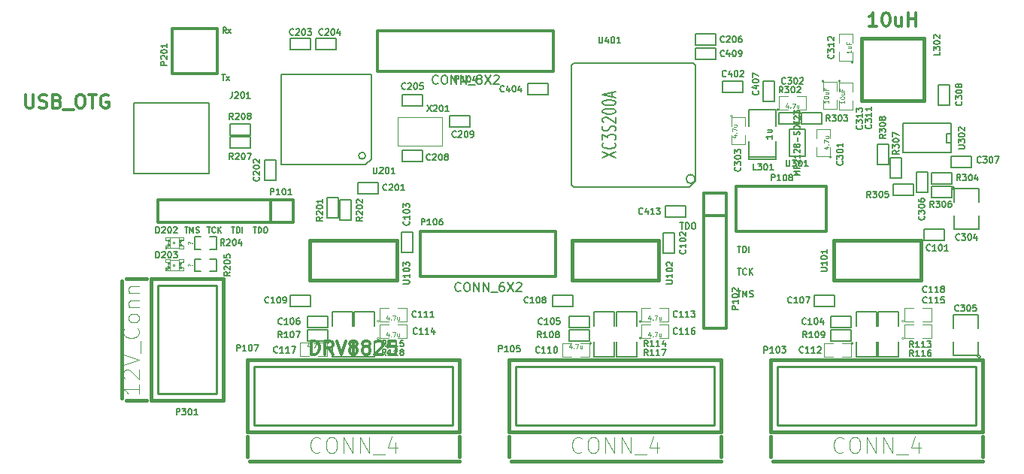
<source format=gto>
G04 (created by PCBNEW (2013-07-07 BZR 4022)-stable) date 01/02/2015 03:27:21*
%MOIN*%
G04 Gerber Fmt 3.4, Leading zero omitted, Abs format*
%FSLAX34Y34*%
G01*
G70*
G90*
G04 APERTURE LIST*
%ADD10C,0.00590551*%
%ADD11C,0.00625*%
%ADD12C,0.00688976*%
%ADD13C,0.008*%
%ADD14C,0.015*%
%ADD15C,0.0039*%
%ADD16C,0.005*%
%ADD17C,0.0094*%
%ADD18C,0.0026*%
%ADD19C,0.004*%
%ADD20C,0.002*%
%ADD21C,0.00393701*%
%ADD22C,0.00984252*%
%ADD23C,0.015748*%
%ADD24C,0.012*%
%ADD25C,0.00598425*%
%ADD26C,0.0043*%
%ADD27C,0.0035*%
%ADD28C,0.0045*%
%ADD29C,0.006*%
G04 APERTURE END LIST*
G54D10*
G54D11*
X46050Y-42922D02*
X46193Y-42922D01*
X46122Y-43172D02*
X46122Y-42922D01*
X46276Y-43172D02*
X46276Y-42922D01*
X46336Y-42922D01*
X46372Y-42933D01*
X46395Y-42957D01*
X46407Y-42981D01*
X46419Y-43029D01*
X46419Y-43064D01*
X46407Y-43112D01*
X46395Y-43136D01*
X46372Y-43160D01*
X46336Y-43172D01*
X46276Y-43172D01*
X46574Y-42922D02*
X46622Y-42922D01*
X46645Y-42933D01*
X46669Y-42957D01*
X46681Y-43005D01*
X46681Y-43088D01*
X46669Y-43136D01*
X46645Y-43160D01*
X46622Y-43172D01*
X46574Y-43172D01*
X46550Y-43160D01*
X46526Y-43136D01*
X46514Y-43088D01*
X46514Y-43005D01*
X46526Y-42957D01*
X46550Y-42933D01*
X46574Y-42922D01*
X45098Y-42922D02*
X45241Y-42922D01*
X45169Y-43172D02*
X45169Y-42922D01*
X45324Y-43172D02*
X45324Y-42922D01*
X45384Y-42922D01*
X45419Y-42933D01*
X45443Y-42957D01*
X45455Y-42981D01*
X45467Y-43029D01*
X45467Y-43064D01*
X45455Y-43112D01*
X45443Y-43136D01*
X45419Y-43160D01*
X45384Y-43172D01*
X45324Y-43172D01*
X45574Y-43172D02*
X45574Y-42922D01*
X44009Y-42922D02*
X44152Y-42922D01*
X44080Y-43172D02*
X44080Y-42922D01*
X44378Y-43148D02*
X44366Y-43160D01*
X44330Y-43172D01*
X44306Y-43172D01*
X44271Y-43160D01*
X44247Y-43136D01*
X44235Y-43112D01*
X44223Y-43064D01*
X44223Y-43029D01*
X44235Y-42981D01*
X44247Y-42957D01*
X44271Y-42933D01*
X44306Y-42922D01*
X44330Y-42922D01*
X44366Y-42933D01*
X44378Y-42945D01*
X44485Y-43172D02*
X44485Y-42922D01*
X44628Y-43172D02*
X44521Y-43029D01*
X44628Y-42922D02*
X44485Y-43064D01*
X43013Y-42922D02*
X43155Y-42922D01*
X43084Y-43172D02*
X43084Y-42922D01*
X43239Y-43172D02*
X43239Y-42922D01*
X43322Y-43100D01*
X43405Y-42922D01*
X43405Y-43172D01*
X43513Y-43160D02*
X43548Y-43172D01*
X43608Y-43172D01*
X43632Y-43160D01*
X43644Y-43148D01*
X43655Y-43124D01*
X43655Y-43100D01*
X43644Y-43076D01*
X43632Y-43064D01*
X43608Y-43053D01*
X43560Y-43041D01*
X43536Y-43029D01*
X43525Y-43017D01*
X43513Y-42993D01*
X43513Y-42969D01*
X43525Y-42945D01*
X43536Y-42933D01*
X43560Y-42922D01*
X43620Y-42922D01*
X43655Y-42933D01*
G54D12*
X67506Y-45741D02*
X67664Y-45741D01*
X67585Y-46017D02*
X67585Y-45741D01*
X67755Y-46017D02*
X67755Y-45741D01*
X67847Y-45938D01*
X67939Y-45741D01*
X67939Y-46017D01*
X68057Y-46003D02*
X68097Y-46017D01*
X68162Y-46017D01*
X68188Y-46003D01*
X68202Y-45990D01*
X68215Y-45964D01*
X68215Y-45938D01*
X68202Y-45912D01*
X68188Y-45898D01*
X68162Y-45885D01*
X68110Y-45872D01*
X68083Y-45859D01*
X68070Y-45846D01*
X68057Y-45820D01*
X68057Y-45793D01*
X68070Y-45767D01*
X68083Y-45754D01*
X68110Y-45741D01*
X68175Y-45741D01*
X68215Y-45754D01*
X67519Y-44757D02*
X67677Y-44757D01*
X67598Y-45032D02*
X67598Y-44757D01*
X67926Y-45006D02*
X67913Y-45019D01*
X67874Y-45032D01*
X67847Y-45032D01*
X67808Y-45019D01*
X67782Y-44993D01*
X67769Y-44967D01*
X67755Y-44914D01*
X67755Y-44875D01*
X67769Y-44822D01*
X67782Y-44796D01*
X67808Y-44770D01*
X67847Y-44757D01*
X67874Y-44757D01*
X67913Y-44770D01*
X67926Y-44783D01*
X68044Y-45032D02*
X68044Y-44757D01*
X68202Y-45032D02*
X68083Y-44875D01*
X68202Y-44757D02*
X68044Y-44914D01*
X67513Y-43772D02*
X67670Y-43772D01*
X67591Y-44048D02*
X67591Y-43772D01*
X67762Y-44048D02*
X67762Y-43772D01*
X67828Y-43772D01*
X67867Y-43786D01*
X67893Y-43812D01*
X67906Y-43838D01*
X67919Y-43891D01*
X67919Y-43930D01*
X67906Y-43982D01*
X67893Y-44009D01*
X67867Y-44035D01*
X67828Y-44048D01*
X67762Y-44048D01*
X68038Y-44048D02*
X68038Y-43772D01*
X64973Y-42729D02*
X65131Y-42729D01*
X65052Y-43005D02*
X65052Y-42729D01*
X65223Y-43005D02*
X65223Y-42729D01*
X65288Y-42729D01*
X65328Y-42742D01*
X65354Y-42769D01*
X65367Y-42795D01*
X65380Y-42847D01*
X65380Y-42887D01*
X65367Y-42939D01*
X65354Y-42965D01*
X65328Y-42992D01*
X65288Y-43005D01*
X65223Y-43005D01*
X65551Y-42729D02*
X65603Y-42729D01*
X65629Y-42742D01*
X65656Y-42769D01*
X65669Y-42821D01*
X65669Y-42913D01*
X65656Y-42965D01*
X65629Y-42992D01*
X65603Y-43005D01*
X65551Y-43005D01*
X65524Y-42992D01*
X65498Y-42965D01*
X65485Y-42913D01*
X65485Y-42821D01*
X65498Y-42769D01*
X65524Y-42742D01*
X65551Y-42729D01*
G54D11*
X44669Y-36150D02*
X44812Y-36150D01*
X44741Y-36400D02*
X44741Y-36150D01*
X44872Y-36400D02*
X45003Y-36233D01*
X44872Y-36233D02*
X45003Y-36400D01*
X44858Y-34313D02*
X44774Y-34194D01*
X44715Y-34313D02*
X44715Y-34063D01*
X44810Y-34063D01*
X44834Y-34075D01*
X44846Y-34087D01*
X44858Y-34111D01*
X44858Y-34147D01*
X44846Y-34170D01*
X44834Y-34182D01*
X44810Y-34194D01*
X44715Y-34194D01*
X44941Y-34313D02*
X45072Y-34147D01*
X44941Y-34147D02*
X45072Y-34313D01*
G54D13*
X65643Y-40785D02*
G75*
G03X65643Y-40785I-199J0D01*
G74*
G01*
X65393Y-41135D02*
X65643Y-40885D01*
X65543Y-35635D02*
X65643Y-35735D01*
X60243Y-35635D02*
X60143Y-35735D01*
X60143Y-41035D02*
X60243Y-41135D01*
X65643Y-40885D02*
X65643Y-35735D01*
X65543Y-35635D02*
X60243Y-35635D01*
X60143Y-35735D02*
X60143Y-41035D01*
X60243Y-41135D02*
X65393Y-41135D01*
X51029Y-39756D02*
G75*
G03X51029Y-39756I-150J0D01*
G74*
G01*
X47279Y-36156D02*
X47279Y-40156D01*
X47279Y-40156D02*
X51029Y-40156D01*
X51029Y-40156D02*
X51279Y-39906D01*
X51279Y-39906D02*
X51279Y-36156D01*
X51279Y-36156D02*
X47279Y-36156D01*
G54D14*
X48563Y-43503D02*
X48563Y-45275D01*
X48563Y-45275D02*
X52421Y-45275D01*
X52421Y-45275D02*
X52421Y-43503D01*
X52421Y-43503D02*
X48563Y-43503D01*
X60177Y-43503D02*
X60177Y-45275D01*
X60177Y-45275D02*
X64035Y-45275D01*
X64035Y-45275D02*
X64035Y-43503D01*
X64035Y-43503D02*
X60177Y-43503D01*
X71791Y-43503D02*
X71791Y-45275D01*
X71791Y-45275D02*
X75649Y-45275D01*
X75649Y-45275D02*
X75649Y-43503D01*
X75649Y-43503D02*
X71791Y-43503D01*
G54D15*
X63258Y-47859D02*
G75*
G03X63258Y-47859I-50J0D01*
G74*
G01*
X63658Y-47859D02*
X63258Y-47859D01*
X63258Y-47859D02*
X63258Y-47259D01*
X63258Y-47259D02*
X63658Y-47259D01*
X64058Y-47259D02*
X64458Y-47259D01*
X64458Y-47259D02*
X64458Y-47859D01*
X64458Y-47859D02*
X64058Y-47859D01*
X51644Y-47111D02*
G75*
G03X51644Y-47111I-50J0D01*
G74*
G01*
X52044Y-47111D02*
X51644Y-47111D01*
X51644Y-47111D02*
X51644Y-46511D01*
X51644Y-46511D02*
X52044Y-46511D01*
X52444Y-46511D02*
X52844Y-46511D01*
X52844Y-46511D02*
X52844Y-47111D01*
X52844Y-47111D02*
X52444Y-47111D01*
X51644Y-47859D02*
G75*
G03X51644Y-47859I-50J0D01*
G74*
G01*
X52044Y-47859D02*
X51644Y-47859D01*
X51644Y-47859D02*
X51644Y-47259D01*
X51644Y-47259D02*
X52044Y-47259D01*
X52444Y-47259D02*
X52844Y-47259D01*
X52844Y-47259D02*
X52844Y-47859D01*
X52844Y-47859D02*
X52444Y-47859D01*
X49440Y-48046D02*
G75*
G03X49440Y-48046I-50J0D01*
G74*
G01*
X48940Y-48046D02*
X49340Y-48046D01*
X49340Y-48046D02*
X49340Y-48646D01*
X49340Y-48646D02*
X48940Y-48646D01*
X48540Y-48646D02*
X48140Y-48646D01*
X48140Y-48646D02*
X48140Y-48046D01*
X48140Y-48046D02*
X48540Y-48046D01*
X74911Y-47111D02*
G75*
G03X74911Y-47111I-50J0D01*
G74*
G01*
X75311Y-47111D02*
X74911Y-47111D01*
X74911Y-47111D02*
X74911Y-46511D01*
X74911Y-46511D02*
X75311Y-46511D01*
X75711Y-46511D02*
X76111Y-46511D01*
X76111Y-46511D02*
X76111Y-47111D01*
X76111Y-47111D02*
X75711Y-47111D01*
X74911Y-47859D02*
G75*
G03X74911Y-47859I-50J0D01*
G74*
G01*
X75311Y-47859D02*
X74911Y-47859D01*
X74911Y-47859D02*
X74911Y-47259D01*
X74911Y-47259D02*
X75311Y-47259D01*
X75711Y-47259D02*
X76111Y-47259D01*
X76111Y-47259D02*
X76111Y-47859D01*
X76111Y-47859D02*
X75711Y-47859D01*
X72668Y-48085D02*
G75*
G03X72668Y-48085I-50J0D01*
G74*
G01*
X72168Y-48085D02*
X72568Y-48085D01*
X72568Y-48085D02*
X72568Y-48685D01*
X72568Y-48685D02*
X72168Y-48685D01*
X71768Y-48685D02*
X71368Y-48685D01*
X71368Y-48685D02*
X71368Y-48085D01*
X71368Y-48085D02*
X71768Y-48085D01*
X63258Y-47111D02*
G75*
G03X63258Y-47111I-50J0D01*
G74*
G01*
X63658Y-47111D02*
X63258Y-47111D01*
X63258Y-47111D02*
X63258Y-46511D01*
X63258Y-46511D02*
X63658Y-46511D01*
X64058Y-46511D02*
X64458Y-46511D01*
X64458Y-46511D02*
X64458Y-47111D01*
X64458Y-47111D02*
X64058Y-47111D01*
X61054Y-48085D02*
G75*
G03X61054Y-48085I-50J0D01*
G74*
G01*
X60554Y-48085D02*
X60954Y-48085D01*
X60954Y-48085D02*
X60954Y-48685D01*
X60954Y-48685D02*
X60554Y-48685D01*
X60154Y-48685D02*
X59754Y-48685D01*
X59754Y-48685D02*
X59754Y-48085D01*
X59754Y-48085D02*
X60154Y-48085D01*
G54D16*
X40747Y-37401D02*
X44094Y-37401D01*
X44094Y-37401D02*
X44094Y-40551D01*
X44094Y-40551D02*
X40747Y-40551D01*
X40747Y-40551D02*
X40747Y-37401D01*
G54D14*
X41310Y-50613D02*
X40410Y-50613D01*
X41310Y-45213D02*
X40410Y-45213D01*
X40210Y-45313D02*
X40210Y-50513D01*
G54D17*
X44410Y-45513D02*
X44410Y-50213D01*
X44410Y-50213D02*
X44410Y-50313D01*
X44410Y-50313D02*
X41810Y-50313D01*
X41810Y-50313D02*
X41810Y-45513D01*
X41810Y-45513D02*
X44410Y-45513D01*
G54D14*
X44710Y-45213D02*
X41510Y-45213D01*
X44710Y-50613D02*
X41510Y-50613D01*
X44710Y-47913D02*
X44710Y-50613D01*
X41510Y-50613D02*
X41510Y-45213D01*
X44710Y-45213D02*
X44710Y-47913D01*
G54D18*
X42363Y-44488D02*
X42363Y-44360D01*
X42363Y-44360D02*
X42166Y-44360D01*
X42166Y-44488D02*
X42166Y-44360D01*
X42363Y-44488D02*
X42166Y-44488D01*
X42363Y-44733D02*
X42363Y-44674D01*
X42363Y-44674D02*
X42264Y-44674D01*
X42264Y-44733D02*
X42264Y-44674D01*
X42363Y-44733D02*
X42264Y-44733D01*
X42363Y-44538D02*
X42363Y-44479D01*
X42363Y-44479D02*
X42264Y-44479D01*
X42264Y-44538D02*
X42264Y-44479D01*
X42363Y-44538D02*
X42264Y-44538D01*
X42363Y-44684D02*
X42363Y-44528D01*
X42363Y-44528D02*
X42294Y-44528D01*
X42294Y-44684D02*
X42294Y-44528D01*
X42363Y-44684D02*
X42294Y-44684D01*
X42952Y-44488D02*
X42952Y-44360D01*
X42952Y-44360D02*
X42755Y-44360D01*
X42755Y-44488D02*
X42755Y-44360D01*
X42952Y-44488D02*
X42755Y-44488D01*
X42952Y-44852D02*
X42952Y-44724D01*
X42952Y-44724D02*
X42755Y-44724D01*
X42755Y-44852D02*
X42755Y-44724D01*
X42952Y-44852D02*
X42755Y-44852D01*
X42854Y-44538D02*
X42854Y-44479D01*
X42854Y-44479D02*
X42755Y-44479D01*
X42755Y-44538D02*
X42755Y-44479D01*
X42854Y-44538D02*
X42755Y-44538D01*
X42854Y-44733D02*
X42854Y-44674D01*
X42854Y-44674D02*
X42755Y-44674D01*
X42755Y-44733D02*
X42755Y-44674D01*
X42854Y-44733D02*
X42755Y-44733D01*
X42824Y-44684D02*
X42824Y-44528D01*
X42824Y-44528D02*
X42755Y-44528D01*
X42755Y-44684D02*
X42755Y-44528D01*
X42824Y-44684D02*
X42755Y-44684D01*
X42559Y-44645D02*
X42559Y-44567D01*
X42559Y-44567D02*
X42481Y-44567D01*
X42481Y-44645D02*
X42481Y-44567D01*
X42559Y-44645D02*
X42481Y-44645D01*
X42363Y-44842D02*
X42363Y-44724D01*
X42363Y-44724D02*
X42245Y-44724D01*
X42245Y-44842D02*
X42245Y-44724D01*
X42363Y-44842D02*
X42245Y-44842D01*
X42195Y-44852D02*
X42195Y-44763D01*
X42195Y-44763D02*
X42166Y-44763D01*
X42166Y-44852D02*
X42166Y-44763D01*
X42195Y-44852D02*
X42166Y-44852D01*
G54D19*
X42353Y-44380D02*
X42765Y-44380D01*
X42755Y-44832D02*
X42195Y-44832D01*
G54D20*
X42253Y-44783D02*
G75*
G03X42253Y-44783I-28J0D01*
G74*
G01*
G54D19*
X42166Y-44743D02*
G75*
G03X42166Y-44469I0J137D01*
G74*
G01*
X42952Y-44469D02*
G75*
G03X42952Y-44743I0J-137D01*
G74*
G01*
G54D18*
X42363Y-43504D02*
X42363Y-43376D01*
X42363Y-43376D02*
X42166Y-43376D01*
X42166Y-43504D02*
X42166Y-43376D01*
X42363Y-43504D02*
X42166Y-43504D01*
X42363Y-43749D02*
X42363Y-43690D01*
X42363Y-43690D02*
X42264Y-43690D01*
X42264Y-43749D02*
X42264Y-43690D01*
X42363Y-43749D02*
X42264Y-43749D01*
X42363Y-43554D02*
X42363Y-43495D01*
X42363Y-43495D02*
X42264Y-43495D01*
X42264Y-43554D02*
X42264Y-43495D01*
X42363Y-43554D02*
X42264Y-43554D01*
X42363Y-43700D02*
X42363Y-43544D01*
X42363Y-43544D02*
X42294Y-43544D01*
X42294Y-43700D02*
X42294Y-43544D01*
X42363Y-43700D02*
X42294Y-43700D01*
X42952Y-43504D02*
X42952Y-43376D01*
X42952Y-43376D02*
X42755Y-43376D01*
X42755Y-43504D02*
X42755Y-43376D01*
X42952Y-43504D02*
X42755Y-43504D01*
X42952Y-43868D02*
X42952Y-43740D01*
X42952Y-43740D02*
X42755Y-43740D01*
X42755Y-43868D02*
X42755Y-43740D01*
X42952Y-43868D02*
X42755Y-43868D01*
X42854Y-43554D02*
X42854Y-43495D01*
X42854Y-43495D02*
X42755Y-43495D01*
X42755Y-43554D02*
X42755Y-43495D01*
X42854Y-43554D02*
X42755Y-43554D01*
X42854Y-43749D02*
X42854Y-43690D01*
X42854Y-43690D02*
X42755Y-43690D01*
X42755Y-43749D02*
X42755Y-43690D01*
X42854Y-43749D02*
X42755Y-43749D01*
X42824Y-43700D02*
X42824Y-43544D01*
X42824Y-43544D02*
X42755Y-43544D01*
X42755Y-43700D02*
X42755Y-43544D01*
X42824Y-43700D02*
X42755Y-43700D01*
X42559Y-43661D02*
X42559Y-43583D01*
X42559Y-43583D02*
X42481Y-43583D01*
X42481Y-43661D02*
X42481Y-43583D01*
X42559Y-43661D02*
X42481Y-43661D01*
X42363Y-43858D02*
X42363Y-43740D01*
X42363Y-43740D02*
X42245Y-43740D01*
X42245Y-43858D02*
X42245Y-43740D01*
X42363Y-43858D02*
X42245Y-43858D01*
X42195Y-43868D02*
X42195Y-43779D01*
X42195Y-43779D02*
X42166Y-43779D01*
X42166Y-43868D02*
X42166Y-43779D01*
X42195Y-43868D02*
X42166Y-43868D01*
G54D19*
X42353Y-43396D02*
X42765Y-43396D01*
X42755Y-43848D02*
X42195Y-43848D01*
G54D20*
X42253Y-43799D02*
G75*
G03X42253Y-43799I-28J0D01*
G74*
G01*
G54D19*
X42166Y-43759D02*
G75*
G03X42166Y-43485I0J137D01*
G74*
G01*
X42952Y-43485D02*
G75*
G03X42952Y-43759I0J-137D01*
G74*
G01*
G54D16*
X45922Y-38832D02*
X45022Y-38832D01*
X45022Y-38832D02*
X45022Y-38332D01*
X45022Y-38332D02*
X45922Y-38332D01*
X45922Y-38332D02*
X45922Y-38832D01*
X45022Y-38923D02*
X45922Y-38923D01*
X45922Y-38923D02*
X45922Y-39423D01*
X45922Y-39423D02*
X45022Y-39423D01*
X45022Y-39423D02*
X45022Y-38923D01*
X51434Y-46677D02*
X50534Y-46677D01*
X50534Y-46677D02*
X50534Y-47327D01*
X51434Y-48027D02*
X51434Y-48677D01*
X51434Y-48677D02*
X50534Y-48677D01*
X50534Y-48677D02*
X50534Y-48027D01*
X51434Y-47327D02*
X51434Y-46677D01*
X50450Y-46677D02*
X49550Y-46677D01*
X49550Y-46677D02*
X49550Y-47327D01*
X50450Y-48027D02*
X50450Y-48677D01*
X50450Y-48677D02*
X49550Y-48677D01*
X49550Y-48677D02*
X49550Y-48027D01*
X50450Y-47327D02*
X50450Y-46677D01*
X63048Y-46677D02*
X62148Y-46677D01*
X62148Y-46677D02*
X62148Y-47327D01*
X63048Y-48027D02*
X63048Y-48677D01*
X63048Y-48677D02*
X62148Y-48677D01*
X62148Y-48677D02*
X62148Y-48027D01*
X63048Y-47327D02*
X63048Y-46677D01*
X62064Y-46677D02*
X61164Y-46677D01*
X61164Y-46677D02*
X61164Y-47327D01*
X62064Y-48027D02*
X62064Y-48677D01*
X62064Y-48677D02*
X61164Y-48677D01*
X61164Y-48677D02*
X61164Y-48027D01*
X62064Y-47327D02*
X62064Y-46677D01*
X74662Y-46677D02*
X73762Y-46677D01*
X73762Y-46677D02*
X73762Y-47327D01*
X74662Y-48027D02*
X74662Y-48677D01*
X74662Y-48677D02*
X73762Y-48677D01*
X73762Y-48677D02*
X73762Y-48027D01*
X74662Y-47327D02*
X74662Y-46677D01*
X73678Y-46677D02*
X72778Y-46677D01*
X72778Y-46677D02*
X72778Y-47327D01*
X73678Y-48027D02*
X73678Y-48677D01*
X73678Y-48677D02*
X72778Y-48677D01*
X72778Y-48677D02*
X72778Y-48027D01*
X73678Y-47327D02*
X73678Y-46677D01*
X43740Y-44331D02*
X43462Y-44331D01*
X43462Y-44331D02*
X43462Y-44881D01*
X43462Y-44881D02*
X43740Y-44881D01*
X44412Y-44331D02*
X44134Y-44331D01*
X44412Y-44331D02*
X44412Y-44881D01*
X44412Y-44881D02*
X44134Y-44881D01*
X43740Y-43347D02*
X43462Y-43347D01*
X43462Y-43347D02*
X43462Y-43897D01*
X43462Y-43897D02*
X43740Y-43897D01*
X44412Y-43347D02*
X44134Y-43347D01*
X44412Y-43347D02*
X44412Y-43897D01*
X44412Y-43897D02*
X44134Y-43897D01*
G54D14*
X75787Y-37303D02*
X73031Y-37303D01*
X73031Y-37303D02*
X73031Y-34547D01*
X73031Y-34547D02*
X75787Y-34547D01*
X75787Y-34547D02*
X75787Y-37303D01*
G54D16*
X74305Y-40753D02*
X74305Y-39853D01*
X74305Y-39853D02*
X74805Y-39853D01*
X74805Y-39853D02*
X74805Y-40753D01*
X74805Y-40753D02*
X74305Y-40753D01*
X73714Y-40162D02*
X73714Y-39262D01*
X73714Y-39262D02*
X74214Y-39262D01*
X74214Y-39262D02*
X74214Y-40162D01*
X74214Y-40162D02*
X73714Y-40162D01*
X47699Y-45931D02*
X48599Y-45931D01*
X48599Y-45931D02*
X48599Y-46431D01*
X48599Y-46431D02*
X47699Y-46431D01*
X47699Y-46431D02*
X47699Y-45931D01*
X59313Y-45931D02*
X60213Y-45931D01*
X60213Y-45931D02*
X60213Y-46431D01*
X60213Y-46431D02*
X59313Y-46431D01*
X59313Y-46431D02*
X59313Y-45931D01*
X70927Y-45931D02*
X71827Y-45931D01*
X71827Y-45931D02*
X71827Y-46431D01*
X71827Y-46431D02*
X70927Y-46431D01*
X70927Y-46431D02*
X70927Y-45931D01*
X68041Y-39899D02*
X69241Y-39899D01*
X69241Y-38449D02*
X69241Y-37699D01*
X69241Y-37699D02*
X68041Y-37699D01*
X68041Y-37699D02*
X68041Y-38449D01*
X68041Y-39099D02*
X68041Y-39899D01*
X68041Y-39820D02*
X69241Y-39820D01*
X69241Y-39899D02*
X69241Y-39099D01*
G54D15*
X71688Y-39823D02*
G75*
G03X71688Y-39823I-50J0D01*
G74*
G01*
X71638Y-39373D02*
X71638Y-39773D01*
X71638Y-39773D02*
X71038Y-39773D01*
X71038Y-39773D02*
X71038Y-39373D01*
X71038Y-38973D02*
X71038Y-38573D01*
X71038Y-38573D02*
X71638Y-38573D01*
X71638Y-38573D02*
X71638Y-38973D01*
X69360Y-37701D02*
G75*
G03X69360Y-37701I-50J0D01*
G74*
G01*
X69760Y-37701D02*
X69360Y-37701D01*
X69360Y-37701D02*
X69360Y-37101D01*
X69360Y-37101D02*
X69760Y-37101D01*
X70160Y-37101D02*
X70560Y-37101D01*
X70560Y-37101D02*
X70560Y-37701D01*
X70560Y-37701D02*
X70160Y-37701D01*
X67309Y-38011D02*
G75*
G03X67309Y-38011I-50J0D01*
G74*
G01*
X67259Y-38461D02*
X67259Y-38061D01*
X67259Y-38061D02*
X67859Y-38061D01*
X67859Y-38061D02*
X67859Y-38461D01*
X67859Y-38861D02*
X67859Y-39261D01*
X67859Y-39261D02*
X67259Y-39261D01*
X67259Y-39261D02*
X67259Y-38861D01*
G54D16*
X69372Y-37840D02*
X70272Y-37840D01*
X70272Y-37840D02*
X70272Y-38340D01*
X70272Y-38340D02*
X69372Y-38340D01*
X69372Y-38340D02*
X69372Y-37840D01*
X70357Y-37840D02*
X71257Y-37840D01*
X71257Y-37840D02*
X71257Y-38340D01*
X71257Y-38340D02*
X70357Y-38340D01*
X70357Y-38340D02*
X70357Y-37840D01*
X70527Y-39792D02*
X69827Y-39792D01*
X69827Y-39792D02*
X69827Y-38592D01*
X69827Y-38592D02*
X70527Y-38592D01*
X70527Y-38592D02*
X70527Y-39792D01*
X78308Y-48666D02*
G75*
G03X78308Y-48666I-70J0D01*
G74*
G01*
X77087Y-48016D02*
X77087Y-48616D01*
X77087Y-48616D02*
X78187Y-48616D01*
X78187Y-48616D02*
X78187Y-48016D01*
X78187Y-47416D02*
X78187Y-46816D01*
X78187Y-46816D02*
X77087Y-46816D01*
X77087Y-46816D02*
X77087Y-47416D01*
X77147Y-41175D02*
G75*
G03X77147Y-41175I-70J0D01*
G74*
G01*
X78227Y-41825D02*
X78227Y-41225D01*
X78227Y-41225D02*
X77127Y-41225D01*
X77127Y-41225D02*
X77127Y-41825D01*
X77127Y-42425D02*
X77127Y-43025D01*
X77127Y-43025D02*
X78227Y-43025D01*
X78227Y-43025D02*
X78227Y-42425D01*
X75946Y-40483D02*
X75946Y-41383D01*
X75946Y-41383D02*
X75446Y-41383D01*
X75446Y-41383D02*
X75446Y-40483D01*
X75446Y-40483D02*
X75946Y-40483D01*
X75320Y-41498D02*
X74420Y-41498D01*
X74420Y-41498D02*
X74420Y-40998D01*
X74420Y-40998D02*
X75320Y-40998D01*
X75320Y-40998D02*
X75320Y-41498D01*
G54D15*
X72092Y-36456D02*
G75*
G03X72092Y-36456I-50J0D01*
G74*
G01*
X72042Y-36906D02*
X72042Y-36506D01*
X72042Y-36506D02*
X72642Y-36506D01*
X72642Y-36506D02*
X72642Y-36906D01*
X72642Y-37306D02*
X72642Y-37706D01*
X72642Y-37706D02*
X72042Y-37706D01*
X72042Y-37706D02*
X72042Y-37306D01*
X72672Y-35610D02*
G75*
G03X72672Y-35610I-50J0D01*
G74*
G01*
X72622Y-35160D02*
X72622Y-35560D01*
X72622Y-35560D02*
X72022Y-35560D01*
X72022Y-35560D02*
X72022Y-35160D01*
X72022Y-34760D02*
X72022Y-34360D01*
X72022Y-34360D02*
X72622Y-34360D01*
X72622Y-34360D02*
X72622Y-34760D01*
X71364Y-36436D02*
G75*
G03X71364Y-36436I-50J0D01*
G74*
G01*
X71314Y-36886D02*
X71314Y-36486D01*
X71314Y-36486D02*
X71914Y-36486D01*
X71914Y-36486D02*
X71914Y-36886D01*
X71914Y-37286D02*
X71914Y-37686D01*
X71914Y-37686D02*
X71314Y-37686D01*
X71314Y-37686D02*
X71314Y-37286D01*
G54D16*
X76112Y-41116D02*
X77012Y-41116D01*
X77012Y-41116D02*
X77012Y-41616D01*
X77012Y-41616D02*
X76112Y-41616D01*
X76112Y-41616D02*
X76112Y-41116D01*
X77012Y-41025D02*
X76112Y-41025D01*
X76112Y-41025D02*
X76112Y-40525D01*
X76112Y-40525D02*
X77012Y-40525D01*
X77012Y-40525D02*
X77012Y-41025D01*
X76979Y-39777D02*
X77879Y-39777D01*
X77879Y-39777D02*
X77879Y-40277D01*
X77879Y-40277D02*
X76979Y-40277D01*
X76979Y-40277D02*
X76979Y-39777D01*
X76442Y-37497D02*
X76442Y-36597D01*
X76442Y-36597D02*
X76942Y-36597D01*
X76942Y-36597D02*
X76942Y-37497D01*
X76942Y-37497D02*
X76442Y-37497D01*
X49347Y-47375D02*
X48447Y-47375D01*
X48447Y-47375D02*
X48447Y-46875D01*
X48447Y-46875D02*
X49347Y-46875D01*
X49347Y-46875D02*
X49347Y-47375D01*
X48447Y-47466D02*
X49347Y-47466D01*
X49347Y-47466D02*
X49347Y-47966D01*
X49347Y-47966D02*
X48447Y-47966D01*
X48447Y-47966D02*
X48447Y-47466D01*
X53124Y-43132D02*
X53124Y-44032D01*
X53124Y-44032D02*
X52624Y-44032D01*
X52624Y-44032D02*
X52624Y-43132D01*
X52624Y-43132D02*
X53124Y-43132D01*
X60961Y-47375D02*
X60061Y-47375D01*
X60061Y-47375D02*
X60061Y-46875D01*
X60061Y-46875D02*
X60961Y-46875D01*
X60961Y-46875D02*
X60961Y-47375D01*
X60061Y-47466D02*
X60961Y-47466D01*
X60961Y-47466D02*
X60961Y-47966D01*
X60961Y-47966D02*
X60061Y-47966D01*
X60061Y-47966D02*
X60061Y-47466D01*
X71675Y-47466D02*
X72575Y-47466D01*
X72575Y-47466D02*
X72575Y-47966D01*
X72575Y-47966D02*
X71675Y-47966D01*
X71675Y-47966D02*
X71675Y-47466D01*
X64738Y-43172D02*
X64738Y-44072D01*
X64738Y-44072D02*
X64238Y-44072D01*
X64238Y-44072D02*
X64238Y-43172D01*
X64238Y-43172D02*
X64738Y-43172D01*
X75809Y-43017D02*
X76709Y-43017D01*
X76709Y-43017D02*
X76709Y-43517D01*
X76709Y-43517D02*
X75809Y-43517D01*
X75809Y-43517D02*
X75809Y-43017D01*
X72575Y-47375D02*
X71675Y-47375D01*
X71675Y-47375D02*
X71675Y-46875D01*
X71675Y-46875D02*
X72575Y-46875D01*
X72575Y-46875D02*
X72575Y-47375D01*
G54D21*
X52460Y-38051D02*
X52460Y-39311D01*
X52460Y-39311D02*
X54429Y-39311D01*
X54429Y-39311D02*
X54429Y-38051D01*
X54429Y-38051D02*
X52460Y-38051D01*
G54D16*
X52660Y-39513D02*
X53560Y-39513D01*
X53560Y-39513D02*
X53560Y-40013D01*
X53560Y-40013D02*
X52660Y-40013D01*
X52660Y-40013D02*
X52660Y-39513D01*
X54746Y-37978D02*
X55646Y-37978D01*
X55646Y-37978D02*
X55646Y-38478D01*
X55646Y-38478D02*
X54746Y-38478D01*
X54746Y-38478D02*
X54746Y-37978D01*
X74870Y-38314D02*
X76976Y-38314D01*
X76976Y-39614D02*
X74870Y-39614D01*
X74870Y-39614D02*
X74870Y-38314D01*
X76976Y-39614D02*
X76976Y-38314D01*
X76983Y-39164D02*
X76783Y-39164D01*
X76783Y-39164D02*
X76783Y-38764D01*
X76783Y-38764D02*
X76983Y-38764D01*
X50407Y-41715D02*
X50407Y-42615D01*
X50407Y-42615D02*
X49907Y-42615D01*
X49907Y-42615D02*
X49907Y-41715D01*
X49907Y-41715D02*
X50407Y-41715D01*
X49316Y-42497D02*
X49316Y-41597D01*
X49316Y-41597D02*
X49816Y-41597D01*
X49816Y-41597D02*
X49816Y-42497D01*
X49816Y-42497D02*
X49316Y-42497D01*
X47050Y-39950D02*
X47050Y-40850D01*
X47050Y-40850D02*
X46550Y-40850D01*
X46550Y-40850D02*
X46550Y-39950D01*
X46550Y-39950D02*
X47050Y-39950D01*
X47700Y-34550D02*
X48600Y-34550D01*
X48600Y-34550D02*
X48600Y-35050D01*
X48600Y-35050D02*
X47700Y-35050D01*
X47700Y-35050D02*
X47700Y-34550D01*
X49741Y-35053D02*
X48841Y-35053D01*
X48841Y-35053D02*
X48841Y-34553D01*
X48841Y-34553D02*
X49741Y-34553D01*
X49741Y-34553D02*
X49741Y-35053D01*
X52650Y-37050D02*
X53550Y-37050D01*
X53550Y-37050D02*
X53550Y-37550D01*
X53550Y-37550D02*
X52650Y-37550D01*
X52650Y-37550D02*
X52650Y-37050D01*
X65650Y-34350D02*
X66550Y-34350D01*
X66550Y-34350D02*
X66550Y-34850D01*
X66550Y-34850D02*
X65650Y-34850D01*
X65650Y-34850D02*
X65650Y-34350D01*
X50700Y-40950D02*
X51600Y-40950D01*
X51600Y-40950D02*
X51600Y-41450D01*
X51600Y-41450D02*
X50700Y-41450D01*
X50700Y-41450D02*
X50700Y-40950D01*
X64313Y-41994D02*
X65213Y-41994D01*
X65213Y-41994D02*
X65213Y-42494D01*
X65213Y-42494D02*
X64313Y-42494D01*
X64313Y-42494D02*
X64313Y-41994D01*
X65652Y-34986D02*
X66552Y-34986D01*
X66552Y-34986D02*
X66552Y-35486D01*
X66552Y-35486D02*
X65652Y-35486D01*
X65652Y-35486D02*
X65652Y-34986D01*
X59111Y-37061D02*
X58211Y-37061D01*
X58211Y-37061D02*
X58211Y-36561D01*
X58211Y-36561D02*
X59111Y-36561D01*
X59111Y-36561D02*
X59111Y-37061D01*
X66872Y-36462D02*
X67772Y-36462D01*
X67772Y-36462D02*
X67772Y-36962D01*
X67772Y-36962D02*
X66872Y-36962D01*
X66872Y-36962D02*
X66872Y-36462D01*
X68647Y-37359D02*
X68647Y-36459D01*
X68647Y-36459D02*
X69147Y-36459D01*
X69147Y-36459D02*
X69147Y-37359D01*
X69147Y-37359D02*
X68647Y-37359D01*
G54D22*
X50900Y-51700D02*
X54900Y-51700D01*
X50900Y-49100D02*
X54900Y-49100D01*
G54D23*
X51200Y-48800D02*
X55200Y-48800D01*
X51100Y-53300D02*
X55200Y-53300D01*
X51200Y-52000D02*
X55200Y-52000D01*
G54D14*
X55200Y-52200D02*
X55200Y-53100D01*
X45800Y-52200D02*
X45800Y-53100D01*
X45900Y-53300D02*
X51100Y-53300D01*
G54D17*
X46100Y-49100D02*
X50800Y-49100D01*
X50800Y-49100D02*
X50900Y-49100D01*
X54900Y-49100D02*
X54900Y-51700D01*
X50900Y-51700D02*
X46100Y-51700D01*
X46100Y-51700D02*
X46100Y-49100D01*
G54D14*
X45800Y-48800D02*
X45800Y-52000D01*
X55200Y-48800D02*
X55200Y-52000D01*
X48500Y-48800D02*
X51200Y-48800D01*
X51200Y-52000D02*
X45800Y-52000D01*
X45800Y-48800D02*
X48500Y-48800D01*
G54D22*
X62500Y-51700D02*
X66500Y-51700D01*
X62500Y-49100D02*
X66500Y-49100D01*
G54D23*
X62800Y-48800D02*
X66800Y-48800D01*
X62700Y-53300D02*
X66800Y-53300D01*
X62800Y-52000D02*
X66800Y-52000D01*
G54D14*
X66800Y-52200D02*
X66800Y-53100D01*
X57400Y-52200D02*
X57400Y-53100D01*
X57500Y-53300D02*
X62700Y-53300D01*
G54D17*
X57700Y-49100D02*
X62400Y-49100D01*
X62400Y-49100D02*
X62500Y-49100D01*
X66500Y-49100D02*
X66500Y-51700D01*
X62500Y-51700D02*
X57700Y-51700D01*
X57700Y-51700D02*
X57700Y-49100D01*
G54D14*
X57400Y-48800D02*
X57400Y-52000D01*
X66800Y-48800D02*
X66800Y-52000D01*
X60100Y-48800D02*
X62800Y-48800D01*
X62800Y-52000D02*
X57400Y-52000D01*
X57400Y-48800D02*
X60100Y-48800D01*
G54D22*
X74100Y-51700D02*
X78100Y-51700D01*
X74100Y-49100D02*
X78100Y-49100D01*
G54D23*
X74400Y-48800D02*
X78400Y-48800D01*
X74300Y-53300D02*
X78400Y-53300D01*
X74400Y-52000D02*
X78400Y-52000D01*
G54D14*
X78400Y-52200D02*
X78400Y-53100D01*
X69000Y-52200D02*
X69000Y-53100D01*
X69100Y-53300D02*
X74300Y-53300D01*
G54D17*
X69300Y-49100D02*
X74000Y-49100D01*
X74000Y-49100D02*
X74100Y-49100D01*
X78100Y-49100D02*
X78100Y-51700D01*
X74100Y-51700D02*
X69300Y-51700D01*
X69300Y-51700D02*
X69300Y-49100D01*
G54D14*
X69000Y-48800D02*
X69000Y-52000D01*
X78400Y-48800D02*
X78400Y-52000D01*
X71700Y-48800D02*
X74400Y-48800D01*
X74400Y-52000D02*
X69000Y-52000D01*
X69000Y-48800D02*
X71700Y-48800D01*
G54D24*
X51572Y-36018D02*
X51572Y-34218D01*
X51572Y-34218D02*
X59372Y-34218D01*
X59372Y-34218D02*
X59372Y-36018D01*
X59372Y-36018D02*
X51572Y-36018D01*
X42472Y-36118D02*
X42472Y-34118D01*
X42472Y-34118D02*
X44472Y-34118D01*
X44472Y-34118D02*
X44472Y-36118D01*
X44472Y-36118D02*
X42472Y-36118D01*
X47842Y-41704D02*
X47842Y-42704D01*
X47842Y-42704D02*
X41842Y-42704D01*
X41842Y-42704D02*
X41842Y-41704D01*
X41842Y-41704D02*
X47842Y-41704D01*
X46842Y-41704D02*
X46842Y-42704D01*
X66015Y-41429D02*
X67015Y-41429D01*
X67015Y-41429D02*
X67015Y-47429D01*
X67015Y-47429D02*
X66015Y-47429D01*
X66015Y-47429D02*
X66015Y-41429D01*
X66015Y-42429D02*
X67015Y-42429D01*
X53472Y-43118D02*
X59472Y-43118D01*
X59472Y-43118D02*
X59472Y-45118D01*
X59472Y-45118D02*
X53472Y-45118D01*
X53472Y-45118D02*
X53472Y-43118D01*
X67472Y-41118D02*
X71472Y-41118D01*
X71472Y-41118D02*
X71472Y-43118D01*
X71472Y-43118D02*
X67472Y-43118D01*
X67472Y-43118D02*
X67472Y-41118D01*
G54D25*
X61377Y-34481D02*
X61377Y-34704D01*
X61391Y-34730D01*
X61404Y-34744D01*
X61430Y-34757D01*
X61482Y-34757D01*
X61509Y-34744D01*
X61522Y-34730D01*
X61535Y-34704D01*
X61535Y-34481D01*
X61784Y-34573D02*
X61784Y-34757D01*
X61719Y-34468D02*
X61653Y-34665D01*
X61824Y-34665D01*
X61981Y-34481D02*
X62007Y-34481D01*
X62034Y-34494D01*
X62047Y-34507D01*
X62060Y-34534D01*
X62073Y-34586D01*
X62073Y-34652D01*
X62060Y-34704D01*
X62047Y-34730D01*
X62034Y-34744D01*
X62007Y-34757D01*
X61981Y-34757D01*
X61955Y-34744D01*
X61942Y-34730D01*
X61929Y-34704D01*
X61916Y-34652D01*
X61916Y-34586D01*
X61929Y-34534D01*
X61942Y-34507D01*
X61955Y-34494D01*
X61981Y-34481D01*
X62335Y-34757D02*
X62178Y-34757D01*
X62257Y-34757D02*
X62257Y-34481D01*
X62230Y-34520D01*
X62204Y-34547D01*
X62178Y-34560D01*
G54D13*
X61536Y-39842D02*
X62136Y-39576D01*
X61536Y-39576D02*
X62136Y-39842D01*
X62079Y-39195D02*
X62107Y-39214D01*
X62136Y-39271D01*
X62136Y-39309D01*
X62107Y-39366D01*
X62050Y-39404D01*
X61993Y-39423D01*
X61879Y-39442D01*
X61793Y-39442D01*
X61679Y-39423D01*
X61622Y-39404D01*
X61565Y-39366D01*
X61536Y-39309D01*
X61536Y-39271D01*
X61565Y-39214D01*
X61593Y-39195D01*
X61536Y-39062D02*
X61536Y-38814D01*
X61765Y-38947D01*
X61765Y-38890D01*
X61793Y-38852D01*
X61822Y-38833D01*
X61879Y-38814D01*
X62022Y-38814D01*
X62079Y-38833D01*
X62107Y-38852D01*
X62136Y-38890D01*
X62136Y-39004D01*
X62107Y-39042D01*
X62079Y-39062D01*
X62107Y-38662D02*
X62136Y-38604D01*
X62136Y-38509D01*
X62107Y-38471D01*
X62079Y-38452D01*
X62022Y-38433D01*
X61965Y-38433D01*
X61907Y-38452D01*
X61879Y-38471D01*
X61850Y-38509D01*
X61822Y-38585D01*
X61793Y-38623D01*
X61765Y-38642D01*
X61707Y-38662D01*
X61650Y-38662D01*
X61593Y-38642D01*
X61565Y-38623D01*
X61536Y-38585D01*
X61536Y-38490D01*
X61565Y-38433D01*
X61593Y-38281D02*
X61565Y-38262D01*
X61536Y-38223D01*
X61536Y-38128D01*
X61565Y-38090D01*
X61593Y-38071D01*
X61650Y-38052D01*
X61707Y-38052D01*
X61793Y-38071D01*
X62136Y-38300D01*
X62136Y-38052D01*
X61536Y-37804D02*
X61536Y-37766D01*
X61565Y-37728D01*
X61593Y-37709D01*
X61650Y-37690D01*
X61765Y-37671D01*
X61907Y-37671D01*
X62022Y-37690D01*
X62079Y-37709D01*
X62107Y-37728D01*
X62136Y-37766D01*
X62136Y-37804D01*
X62107Y-37842D01*
X62079Y-37862D01*
X62022Y-37881D01*
X61907Y-37900D01*
X61765Y-37900D01*
X61650Y-37881D01*
X61593Y-37862D01*
X61565Y-37842D01*
X61536Y-37804D01*
X61536Y-37423D02*
X61536Y-37385D01*
X61565Y-37347D01*
X61593Y-37328D01*
X61650Y-37309D01*
X61765Y-37290D01*
X61907Y-37290D01*
X62022Y-37309D01*
X62079Y-37328D01*
X62107Y-37347D01*
X62136Y-37385D01*
X62136Y-37423D01*
X62107Y-37462D01*
X62079Y-37481D01*
X62022Y-37500D01*
X61907Y-37519D01*
X61765Y-37519D01*
X61650Y-37500D01*
X61593Y-37481D01*
X61565Y-37462D01*
X61536Y-37423D01*
X61965Y-37138D02*
X61965Y-36947D01*
X62136Y-37176D02*
X61536Y-37042D01*
X62136Y-36909D01*
G54D25*
X51377Y-40269D02*
X51377Y-40492D01*
X51391Y-40518D01*
X51404Y-40531D01*
X51430Y-40544D01*
X51482Y-40544D01*
X51509Y-40531D01*
X51522Y-40518D01*
X51535Y-40492D01*
X51535Y-40269D01*
X51653Y-40295D02*
X51666Y-40282D01*
X51692Y-40269D01*
X51758Y-40269D01*
X51784Y-40282D01*
X51797Y-40295D01*
X51811Y-40321D01*
X51811Y-40347D01*
X51797Y-40387D01*
X51640Y-40544D01*
X51811Y-40544D01*
X51981Y-40269D02*
X52007Y-40269D01*
X52034Y-40282D01*
X52047Y-40295D01*
X52060Y-40321D01*
X52073Y-40374D01*
X52073Y-40439D01*
X52060Y-40492D01*
X52047Y-40518D01*
X52034Y-40531D01*
X52007Y-40544D01*
X51981Y-40544D01*
X51955Y-40531D01*
X51942Y-40518D01*
X51929Y-40492D01*
X51916Y-40439D01*
X51916Y-40374D01*
X51929Y-40321D01*
X51942Y-40295D01*
X51955Y-40282D01*
X51981Y-40269D01*
X52335Y-40544D02*
X52178Y-40544D01*
X52257Y-40544D02*
X52257Y-40269D01*
X52230Y-40308D01*
X52204Y-40334D01*
X52178Y-40347D01*
X52709Y-45433D02*
X52933Y-45433D01*
X52959Y-45419D01*
X52972Y-45406D01*
X52985Y-45380D01*
X52985Y-45328D01*
X52972Y-45301D01*
X52959Y-45288D01*
X52933Y-45275D01*
X52709Y-45275D01*
X52985Y-45000D02*
X52985Y-45157D01*
X52985Y-45078D02*
X52709Y-45078D01*
X52749Y-45104D01*
X52775Y-45131D01*
X52788Y-45157D01*
X52709Y-44829D02*
X52709Y-44803D01*
X52723Y-44776D01*
X52736Y-44763D01*
X52762Y-44750D01*
X52814Y-44737D01*
X52880Y-44737D01*
X52933Y-44750D01*
X52959Y-44763D01*
X52972Y-44776D01*
X52985Y-44803D01*
X52985Y-44829D01*
X52972Y-44855D01*
X52959Y-44868D01*
X52933Y-44881D01*
X52880Y-44895D01*
X52814Y-44895D01*
X52762Y-44881D01*
X52736Y-44868D01*
X52723Y-44855D01*
X52709Y-44829D01*
X52709Y-44645D02*
X52709Y-44475D01*
X52814Y-44566D01*
X52814Y-44527D01*
X52828Y-44501D01*
X52841Y-44488D01*
X52867Y-44475D01*
X52933Y-44475D01*
X52959Y-44488D01*
X52972Y-44501D01*
X52985Y-44527D01*
X52985Y-44606D01*
X52972Y-44632D01*
X52959Y-44645D01*
G54D24*
X48634Y-48569D02*
X48634Y-47969D01*
X48777Y-47969D01*
X48863Y-47998D01*
X48920Y-48055D01*
X48949Y-48112D01*
X48977Y-48226D01*
X48977Y-48312D01*
X48949Y-48426D01*
X48920Y-48483D01*
X48863Y-48541D01*
X48777Y-48569D01*
X48634Y-48569D01*
X49577Y-48569D02*
X49377Y-48283D01*
X49234Y-48569D02*
X49234Y-47969D01*
X49463Y-47969D01*
X49520Y-47998D01*
X49549Y-48026D01*
X49577Y-48083D01*
X49577Y-48169D01*
X49549Y-48226D01*
X49520Y-48255D01*
X49463Y-48283D01*
X49234Y-48283D01*
X49749Y-47969D02*
X49949Y-48569D01*
X50149Y-47969D01*
X50434Y-48226D02*
X50377Y-48198D01*
X50349Y-48169D01*
X50320Y-48112D01*
X50320Y-48083D01*
X50349Y-48026D01*
X50377Y-47998D01*
X50434Y-47969D01*
X50549Y-47969D01*
X50606Y-47998D01*
X50634Y-48026D01*
X50663Y-48083D01*
X50663Y-48112D01*
X50634Y-48169D01*
X50606Y-48198D01*
X50549Y-48226D01*
X50434Y-48226D01*
X50377Y-48255D01*
X50349Y-48283D01*
X50320Y-48341D01*
X50320Y-48455D01*
X50349Y-48512D01*
X50377Y-48541D01*
X50434Y-48569D01*
X50549Y-48569D01*
X50606Y-48541D01*
X50634Y-48512D01*
X50663Y-48455D01*
X50663Y-48341D01*
X50634Y-48283D01*
X50606Y-48255D01*
X50549Y-48226D01*
X51006Y-48226D02*
X50949Y-48198D01*
X50920Y-48169D01*
X50892Y-48112D01*
X50892Y-48083D01*
X50920Y-48026D01*
X50949Y-47998D01*
X51006Y-47969D01*
X51120Y-47969D01*
X51177Y-47998D01*
X51206Y-48026D01*
X51234Y-48083D01*
X51234Y-48112D01*
X51206Y-48169D01*
X51177Y-48198D01*
X51120Y-48226D01*
X51006Y-48226D01*
X50949Y-48255D01*
X50920Y-48283D01*
X50892Y-48341D01*
X50892Y-48455D01*
X50920Y-48512D01*
X50949Y-48541D01*
X51006Y-48569D01*
X51120Y-48569D01*
X51177Y-48541D01*
X51206Y-48512D01*
X51234Y-48455D01*
X51234Y-48341D01*
X51206Y-48283D01*
X51177Y-48255D01*
X51120Y-48226D01*
X51463Y-48026D02*
X51492Y-47998D01*
X51549Y-47969D01*
X51692Y-47969D01*
X51749Y-47998D01*
X51777Y-48026D01*
X51806Y-48083D01*
X51806Y-48141D01*
X51777Y-48226D01*
X51434Y-48569D01*
X51806Y-48569D01*
X52349Y-47969D02*
X52063Y-47969D01*
X52034Y-48255D01*
X52063Y-48226D01*
X52120Y-48198D01*
X52263Y-48198D01*
X52320Y-48226D01*
X52349Y-48255D01*
X52377Y-48312D01*
X52377Y-48455D01*
X52349Y-48512D01*
X52320Y-48541D01*
X52263Y-48569D01*
X52120Y-48569D01*
X52063Y-48541D01*
X52034Y-48512D01*
G54D25*
X64363Y-45433D02*
X64586Y-45433D01*
X64612Y-45419D01*
X64625Y-45406D01*
X64639Y-45380D01*
X64639Y-45328D01*
X64625Y-45301D01*
X64612Y-45288D01*
X64586Y-45275D01*
X64363Y-45275D01*
X64639Y-45000D02*
X64639Y-45157D01*
X64639Y-45078D02*
X64363Y-45078D01*
X64402Y-45104D01*
X64429Y-45131D01*
X64442Y-45157D01*
X64363Y-44829D02*
X64363Y-44803D01*
X64376Y-44776D01*
X64389Y-44763D01*
X64416Y-44750D01*
X64468Y-44737D01*
X64534Y-44737D01*
X64586Y-44750D01*
X64612Y-44763D01*
X64625Y-44776D01*
X64639Y-44803D01*
X64639Y-44829D01*
X64625Y-44855D01*
X64612Y-44868D01*
X64586Y-44881D01*
X64534Y-44895D01*
X64468Y-44895D01*
X64416Y-44881D01*
X64389Y-44868D01*
X64376Y-44855D01*
X64363Y-44829D01*
X64389Y-44632D02*
X64376Y-44619D01*
X64363Y-44593D01*
X64363Y-44527D01*
X64376Y-44501D01*
X64389Y-44488D01*
X64416Y-44475D01*
X64442Y-44475D01*
X64481Y-44488D01*
X64639Y-44645D01*
X64639Y-44475D01*
X71213Y-44881D02*
X71437Y-44881D01*
X71463Y-44868D01*
X71476Y-44855D01*
X71489Y-44829D01*
X71489Y-44776D01*
X71476Y-44750D01*
X71463Y-44737D01*
X71437Y-44724D01*
X71213Y-44724D01*
X71489Y-44448D02*
X71489Y-44606D01*
X71489Y-44527D02*
X71213Y-44527D01*
X71253Y-44553D01*
X71279Y-44580D01*
X71292Y-44606D01*
X71213Y-44278D02*
X71213Y-44251D01*
X71227Y-44225D01*
X71240Y-44212D01*
X71266Y-44199D01*
X71318Y-44186D01*
X71384Y-44186D01*
X71437Y-44199D01*
X71463Y-44212D01*
X71476Y-44225D01*
X71489Y-44251D01*
X71489Y-44278D01*
X71476Y-44304D01*
X71463Y-44317D01*
X71437Y-44330D01*
X71384Y-44343D01*
X71318Y-44343D01*
X71266Y-44330D01*
X71240Y-44317D01*
X71227Y-44304D01*
X71213Y-44278D01*
X71489Y-43923D02*
X71489Y-44081D01*
X71489Y-44002D02*
X71213Y-44002D01*
X71253Y-44028D01*
X71279Y-44055D01*
X71292Y-44081D01*
X64849Y-47644D02*
X64835Y-47657D01*
X64796Y-47670D01*
X64770Y-47670D01*
X64730Y-47657D01*
X64704Y-47631D01*
X64691Y-47604D01*
X64678Y-47552D01*
X64678Y-47513D01*
X64691Y-47460D01*
X64704Y-47434D01*
X64730Y-47408D01*
X64770Y-47395D01*
X64796Y-47395D01*
X64835Y-47408D01*
X64849Y-47421D01*
X65111Y-47670D02*
X64954Y-47670D01*
X65032Y-47670D02*
X65032Y-47395D01*
X65006Y-47434D01*
X64980Y-47460D01*
X64954Y-47473D01*
X65374Y-47670D02*
X65216Y-47670D01*
X65295Y-47670D02*
X65295Y-47395D01*
X65269Y-47434D01*
X65242Y-47460D01*
X65216Y-47473D01*
X65610Y-47395D02*
X65557Y-47395D01*
X65531Y-47408D01*
X65518Y-47421D01*
X65492Y-47460D01*
X65479Y-47513D01*
X65479Y-47618D01*
X65492Y-47644D01*
X65505Y-47657D01*
X65531Y-47670D01*
X65583Y-47670D01*
X65610Y-47657D01*
X65623Y-47644D01*
X65636Y-47618D01*
X65636Y-47552D01*
X65623Y-47526D01*
X65610Y-47513D01*
X65583Y-47500D01*
X65531Y-47500D01*
X65505Y-47513D01*
X65492Y-47526D01*
X65479Y-47552D01*
G54D26*
X63665Y-47657D02*
X63665Y-47788D01*
X63619Y-47582D02*
X63572Y-47723D01*
X63694Y-47723D01*
X63769Y-47770D02*
X63778Y-47779D01*
X63769Y-47788D01*
X63759Y-47779D01*
X63769Y-47770D01*
X63769Y-47788D01*
X63844Y-47591D02*
X63975Y-47591D01*
X63891Y-47788D01*
X64135Y-47657D02*
X64135Y-47788D01*
X64050Y-47657D02*
X64050Y-47760D01*
X64059Y-47779D01*
X64078Y-47788D01*
X64106Y-47788D01*
X64125Y-47779D01*
X64135Y-47770D01*
G54D25*
X53274Y-46896D02*
X53261Y-46909D01*
X53221Y-46922D01*
X53195Y-46922D01*
X53156Y-46909D01*
X53129Y-46883D01*
X53116Y-46856D01*
X53103Y-46804D01*
X53103Y-46765D01*
X53116Y-46712D01*
X53129Y-46686D01*
X53156Y-46660D01*
X53195Y-46646D01*
X53221Y-46646D01*
X53261Y-46660D01*
X53274Y-46673D01*
X53536Y-46922D02*
X53379Y-46922D01*
X53458Y-46922D02*
X53458Y-46646D01*
X53431Y-46686D01*
X53405Y-46712D01*
X53379Y-46725D01*
X53799Y-46922D02*
X53641Y-46922D01*
X53720Y-46922D02*
X53720Y-46646D01*
X53694Y-46686D01*
X53667Y-46712D01*
X53641Y-46725D01*
X54061Y-46922D02*
X53904Y-46922D01*
X53982Y-46922D02*
X53982Y-46646D01*
X53956Y-46686D01*
X53930Y-46712D01*
X53904Y-46725D01*
G54D26*
X52051Y-46909D02*
X52051Y-47040D01*
X52004Y-46834D02*
X51957Y-46975D01*
X52079Y-46975D01*
X52154Y-47022D02*
X52164Y-47031D01*
X52154Y-47040D01*
X52145Y-47031D01*
X52154Y-47022D01*
X52154Y-47040D01*
X52230Y-46843D02*
X52361Y-46843D01*
X52276Y-47040D01*
X52520Y-46909D02*
X52520Y-47040D01*
X52436Y-46909D02*
X52436Y-47012D01*
X52445Y-47031D01*
X52464Y-47040D01*
X52492Y-47040D01*
X52511Y-47031D01*
X52520Y-47022D01*
G54D25*
X53313Y-47644D02*
X53300Y-47657D01*
X53261Y-47670D01*
X53234Y-47670D01*
X53195Y-47657D01*
X53169Y-47631D01*
X53156Y-47604D01*
X53143Y-47552D01*
X53143Y-47513D01*
X53156Y-47460D01*
X53169Y-47434D01*
X53195Y-47408D01*
X53234Y-47395D01*
X53261Y-47395D01*
X53300Y-47408D01*
X53313Y-47421D01*
X53576Y-47670D02*
X53418Y-47670D01*
X53497Y-47670D02*
X53497Y-47395D01*
X53471Y-47434D01*
X53444Y-47460D01*
X53418Y-47473D01*
X53838Y-47670D02*
X53681Y-47670D01*
X53759Y-47670D02*
X53759Y-47395D01*
X53733Y-47434D01*
X53707Y-47460D01*
X53681Y-47473D01*
X54074Y-47486D02*
X54074Y-47670D01*
X54009Y-47381D02*
X53943Y-47578D01*
X54114Y-47578D01*
G54D26*
X52051Y-47657D02*
X52051Y-47788D01*
X52004Y-47582D02*
X51957Y-47723D01*
X52079Y-47723D01*
X52154Y-47770D02*
X52164Y-47779D01*
X52154Y-47788D01*
X52145Y-47779D01*
X52154Y-47770D01*
X52154Y-47788D01*
X52230Y-47591D02*
X52361Y-47591D01*
X52276Y-47788D01*
X52520Y-47657D02*
X52520Y-47788D01*
X52436Y-47657D02*
X52436Y-47760D01*
X52445Y-47779D01*
X52464Y-47788D01*
X52492Y-47788D01*
X52511Y-47779D01*
X52520Y-47770D01*
G54D25*
X47132Y-48471D02*
X47119Y-48484D01*
X47080Y-48497D01*
X47053Y-48497D01*
X47014Y-48484D01*
X46988Y-48458D01*
X46975Y-48431D01*
X46961Y-48379D01*
X46961Y-48339D01*
X46975Y-48287D01*
X46988Y-48261D01*
X47014Y-48234D01*
X47053Y-48221D01*
X47080Y-48221D01*
X47119Y-48234D01*
X47132Y-48248D01*
X47395Y-48497D02*
X47237Y-48497D01*
X47316Y-48497D02*
X47316Y-48221D01*
X47290Y-48261D01*
X47263Y-48287D01*
X47237Y-48300D01*
X47657Y-48497D02*
X47500Y-48497D01*
X47578Y-48497D02*
X47578Y-48221D01*
X47552Y-48261D01*
X47526Y-48287D01*
X47500Y-48300D01*
X47749Y-48221D02*
X47933Y-48221D01*
X47814Y-48497D01*
G54D26*
X48547Y-48144D02*
X48547Y-48276D01*
X48500Y-48069D02*
X48454Y-48210D01*
X48575Y-48210D01*
X48651Y-48257D02*
X48660Y-48266D01*
X48651Y-48276D01*
X48641Y-48266D01*
X48651Y-48257D01*
X48651Y-48276D01*
X48726Y-48079D02*
X48857Y-48079D01*
X48772Y-48276D01*
X49016Y-48144D02*
X49016Y-48276D01*
X48932Y-48144D02*
X48932Y-48248D01*
X48941Y-48266D01*
X48960Y-48276D01*
X48988Y-48276D01*
X49007Y-48266D01*
X49016Y-48257D01*
G54D25*
X75912Y-45793D02*
X75898Y-45807D01*
X75859Y-45820D01*
X75833Y-45820D01*
X75793Y-45807D01*
X75767Y-45780D01*
X75754Y-45754D01*
X75741Y-45702D01*
X75741Y-45662D01*
X75754Y-45610D01*
X75767Y-45583D01*
X75793Y-45557D01*
X75833Y-45544D01*
X75859Y-45544D01*
X75898Y-45557D01*
X75912Y-45570D01*
X76174Y-45820D02*
X76017Y-45820D01*
X76095Y-45820D02*
X76095Y-45544D01*
X76069Y-45583D01*
X76043Y-45610D01*
X76017Y-45623D01*
X76437Y-45820D02*
X76279Y-45820D01*
X76358Y-45820D02*
X76358Y-45544D01*
X76332Y-45583D01*
X76305Y-45610D01*
X76279Y-45623D01*
X76594Y-45662D02*
X76568Y-45649D01*
X76555Y-45636D01*
X76541Y-45610D01*
X76541Y-45597D01*
X76555Y-45570D01*
X76568Y-45557D01*
X76594Y-45544D01*
X76646Y-45544D01*
X76673Y-45557D01*
X76686Y-45570D01*
X76699Y-45597D01*
X76699Y-45610D01*
X76686Y-45636D01*
X76673Y-45649D01*
X76646Y-45662D01*
X76594Y-45662D01*
X76568Y-45675D01*
X76555Y-45688D01*
X76541Y-45715D01*
X76541Y-45767D01*
X76555Y-45793D01*
X76568Y-45807D01*
X76594Y-45820D01*
X76646Y-45820D01*
X76673Y-45807D01*
X76686Y-45793D01*
X76699Y-45767D01*
X76699Y-45715D01*
X76686Y-45688D01*
X76673Y-45675D01*
X76646Y-45662D01*
X75912Y-46266D02*
X75898Y-46279D01*
X75859Y-46292D01*
X75833Y-46292D01*
X75793Y-46279D01*
X75767Y-46253D01*
X75754Y-46227D01*
X75741Y-46174D01*
X75741Y-46135D01*
X75754Y-46082D01*
X75767Y-46056D01*
X75793Y-46030D01*
X75833Y-46017D01*
X75859Y-46017D01*
X75898Y-46030D01*
X75912Y-46043D01*
X76174Y-46292D02*
X76017Y-46292D01*
X76095Y-46292D02*
X76095Y-46017D01*
X76069Y-46056D01*
X76043Y-46082D01*
X76017Y-46095D01*
X76437Y-46292D02*
X76279Y-46292D01*
X76358Y-46292D02*
X76358Y-46017D01*
X76332Y-46056D01*
X76305Y-46082D01*
X76279Y-46095D01*
X76686Y-46017D02*
X76555Y-46017D01*
X76541Y-46148D01*
X76555Y-46135D01*
X76581Y-46122D01*
X76646Y-46122D01*
X76673Y-46135D01*
X76686Y-46148D01*
X76699Y-46174D01*
X76699Y-46240D01*
X76686Y-46266D01*
X76673Y-46279D01*
X76646Y-46292D01*
X76581Y-46292D01*
X76555Y-46279D01*
X76541Y-46266D01*
X70439Y-48471D02*
X70426Y-48484D01*
X70387Y-48497D01*
X70360Y-48497D01*
X70321Y-48484D01*
X70295Y-48458D01*
X70282Y-48431D01*
X70269Y-48379D01*
X70269Y-48339D01*
X70282Y-48287D01*
X70295Y-48261D01*
X70321Y-48234D01*
X70360Y-48221D01*
X70387Y-48221D01*
X70426Y-48234D01*
X70439Y-48248D01*
X70702Y-48497D02*
X70544Y-48497D01*
X70623Y-48497D02*
X70623Y-48221D01*
X70597Y-48261D01*
X70570Y-48287D01*
X70544Y-48300D01*
X70964Y-48497D02*
X70807Y-48497D01*
X70885Y-48497D02*
X70885Y-48221D01*
X70859Y-48261D01*
X70833Y-48287D01*
X70807Y-48300D01*
X71069Y-48248D02*
X71082Y-48234D01*
X71108Y-48221D01*
X71174Y-48221D01*
X71200Y-48234D01*
X71213Y-48248D01*
X71227Y-48274D01*
X71227Y-48300D01*
X71213Y-48339D01*
X71056Y-48497D01*
X71227Y-48497D01*
X64849Y-46896D02*
X64835Y-46909D01*
X64796Y-46922D01*
X64770Y-46922D01*
X64730Y-46909D01*
X64704Y-46883D01*
X64691Y-46856D01*
X64678Y-46804D01*
X64678Y-46765D01*
X64691Y-46712D01*
X64704Y-46686D01*
X64730Y-46660D01*
X64770Y-46646D01*
X64796Y-46646D01*
X64835Y-46660D01*
X64849Y-46673D01*
X65111Y-46922D02*
X64954Y-46922D01*
X65032Y-46922D02*
X65032Y-46646D01*
X65006Y-46686D01*
X64980Y-46712D01*
X64954Y-46725D01*
X65374Y-46922D02*
X65216Y-46922D01*
X65295Y-46922D02*
X65295Y-46646D01*
X65269Y-46686D01*
X65242Y-46712D01*
X65216Y-46725D01*
X65465Y-46646D02*
X65636Y-46646D01*
X65544Y-46751D01*
X65583Y-46751D01*
X65610Y-46765D01*
X65623Y-46778D01*
X65636Y-46804D01*
X65636Y-46870D01*
X65623Y-46896D01*
X65610Y-46909D01*
X65583Y-46922D01*
X65505Y-46922D01*
X65479Y-46909D01*
X65465Y-46896D01*
G54D26*
X63665Y-46909D02*
X63665Y-47040D01*
X63619Y-46834D02*
X63572Y-46975D01*
X63694Y-46975D01*
X63769Y-47022D02*
X63778Y-47031D01*
X63769Y-47040D01*
X63759Y-47031D01*
X63769Y-47022D01*
X63769Y-47040D01*
X63844Y-46843D02*
X63975Y-46843D01*
X63891Y-47040D01*
X64135Y-46909D02*
X64135Y-47040D01*
X64050Y-46909D02*
X64050Y-47012D01*
X64059Y-47031D01*
X64078Y-47040D01*
X64106Y-47040D01*
X64125Y-47031D01*
X64135Y-47022D01*
G54D25*
X58746Y-48471D02*
X58733Y-48484D01*
X58694Y-48497D01*
X58667Y-48497D01*
X58628Y-48484D01*
X58602Y-48458D01*
X58589Y-48431D01*
X58576Y-48379D01*
X58576Y-48339D01*
X58589Y-48287D01*
X58602Y-48261D01*
X58628Y-48234D01*
X58667Y-48221D01*
X58694Y-48221D01*
X58733Y-48234D01*
X58746Y-48248D01*
X59009Y-48497D02*
X58851Y-48497D01*
X58930Y-48497D02*
X58930Y-48221D01*
X58904Y-48261D01*
X58877Y-48287D01*
X58851Y-48300D01*
X59271Y-48497D02*
X59114Y-48497D01*
X59192Y-48497D02*
X59192Y-48221D01*
X59166Y-48261D01*
X59140Y-48287D01*
X59114Y-48300D01*
X59442Y-48221D02*
X59468Y-48221D01*
X59494Y-48234D01*
X59507Y-48248D01*
X59520Y-48274D01*
X59534Y-48326D01*
X59534Y-48392D01*
X59520Y-48444D01*
X59507Y-48471D01*
X59494Y-48484D01*
X59468Y-48497D01*
X59442Y-48497D01*
X59416Y-48484D01*
X59402Y-48471D01*
X59389Y-48444D01*
X59376Y-48392D01*
X59376Y-48326D01*
X59389Y-48274D01*
X59402Y-48248D01*
X59416Y-48234D01*
X59442Y-48221D01*
G54D26*
X60162Y-48184D02*
X60162Y-48315D01*
X60115Y-48109D02*
X60068Y-48249D01*
X60190Y-48249D01*
X60265Y-48296D02*
X60274Y-48306D01*
X60265Y-48315D01*
X60255Y-48306D01*
X60265Y-48296D01*
X60265Y-48315D01*
X60340Y-48118D02*
X60471Y-48118D01*
X60387Y-48315D01*
X60631Y-48184D02*
X60631Y-48315D01*
X60546Y-48184D02*
X60546Y-48287D01*
X60556Y-48306D01*
X60574Y-48315D01*
X60602Y-48315D01*
X60621Y-48306D01*
X60631Y-48296D01*
G54D25*
X45118Y-36922D02*
X45118Y-37119D01*
X45104Y-37158D01*
X45078Y-37185D01*
X45039Y-37198D01*
X45013Y-37198D01*
X45236Y-36948D02*
X45249Y-36935D01*
X45275Y-36922D01*
X45341Y-36922D01*
X45367Y-36935D01*
X45380Y-36948D01*
X45393Y-36975D01*
X45393Y-37001D01*
X45380Y-37040D01*
X45223Y-37198D01*
X45393Y-37198D01*
X45564Y-36922D02*
X45590Y-36922D01*
X45616Y-36935D01*
X45629Y-36948D01*
X45643Y-36975D01*
X45656Y-37027D01*
X45656Y-37093D01*
X45643Y-37145D01*
X45629Y-37171D01*
X45616Y-37185D01*
X45590Y-37198D01*
X45564Y-37198D01*
X45538Y-37185D01*
X45524Y-37171D01*
X45511Y-37145D01*
X45498Y-37093D01*
X45498Y-37027D01*
X45511Y-36975D01*
X45524Y-36948D01*
X45538Y-36935D01*
X45564Y-36922D01*
X45918Y-37198D02*
X45761Y-37198D01*
X45839Y-37198D02*
X45839Y-36922D01*
X45813Y-36961D01*
X45787Y-36988D01*
X45761Y-37001D01*
G54D24*
X35967Y-37044D02*
X35967Y-37529D01*
X35995Y-37587D01*
X36024Y-37615D01*
X36081Y-37644D01*
X36195Y-37644D01*
X36252Y-37615D01*
X36281Y-37587D01*
X36309Y-37529D01*
X36309Y-37044D01*
X36567Y-37615D02*
X36652Y-37644D01*
X36795Y-37644D01*
X36852Y-37615D01*
X36881Y-37587D01*
X36909Y-37529D01*
X36909Y-37472D01*
X36881Y-37415D01*
X36852Y-37387D01*
X36795Y-37358D01*
X36681Y-37329D01*
X36624Y-37301D01*
X36595Y-37272D01*
X36567Y-37215D01*
X36567Y-37158D01*
X36595Y-37101D01*
X36624Y-37072D01*
X36681Y-37044D01*
X36824Y-37044D01*
X36909Y-37072D01*
X37367Y-37329D02*
X37452Y-37358D01*
X37481Y-37387D01*
X37509Y-37444D01*
X37509Y-37529D01*
X37481Y-37587D01*
X37452Y-37615D01*
X37395Y-37644D01*
X37167Y-37644D01*
X37167Y-37044D01*
X37367Y-37044D01*
X37424Y-37072D01*
X37452Y-37101D01*
X37481Y-37158D01*
X37481Y-37215D01*
X37452Y-37272D01*
X37424Y-37301D01*
X37367Y-37329D01*
X37167Y-37329D01*
X37624Y-37701D02*
X38081Y-37701D01*
X38338Y-37044D02*
X38452Y-37044D01*
X38509Y-37072D01*
X38567Y-37129D01*
X38595Y-37244D01*
X38595Y-37444D01*
X38567Y-37558D01*
X38509Y-37615D01*
X38452Y-37644D01*
X38338Y-37644D01*
X38281Y-37615D01*
X38224Y-37558D01*
X38195Y-37444D01*
X38195Y-37244D01*
X38224Y-37129D01*
X38281Y-37072D01*
X38338Y-37044D01*
X38767Y-37044D02*
X39109Y-37044D01*
X38938Y-37644D02*
X38938Y-37044D01*
X39624Y-37072D02*
X39567Y-37044D01*
X39481Y-37044D01*
X39395Y-37072D01*
X39338Y-37129D01*
X39309Y-37187D01*
X39281Y-37301D01*
X39281Y-37387D01*
X39309Y-37501D01*
X39338Y-37558D01*
X39395Y-37615D01*
X39481Y-37644D01*
X39538Y-37644D01*
X39624Y-37615D01*
X39652Y-37587D01*
X39652Y-37387D01*
X39538Y-37387D01*
G54D25*
X42644Y-51253D02*
X42644Y-50977D01*
X42749Y-50977D01*
X42775Y-50990D01*
X42788Y-51003D01*
X42801Y-51030D01*
X42801Y-51069D01*
X42788Y-51095D01*
X42775Y-51108D01*
X42749Y-51122D01*
X42644Y-51122D01*
X42893Y-50977D02*
X43064Y-50977D01*
X42972Y-51082D01*
X43011Y-51082D01*
X43038Y-51095D01*
X43051Y-51108D01*
X43064Y-51135D01*
X43064Y-51200D01*
X43051Y-51227D01*
X43038Y-51240D01*
X43011Y-51253D01*
X42933Y-51253D01*
X42906Y-51240D01*
X42893Y-51227D01*
X43234Y-50977D02*
X43261Y-50977D01*
X43287Y-50990D01*
X43300Y-51003D01*
X43313Y-51030D01*
X43326Y-51082D01*
X43326Y-51148D01*
X43313Y-51200D01*
X43300Y-51227D01*
X43287Y-51240D01*
X43261Y-51253D01*
X43234Y-51253D01*
X43208Y-51240D01*
X43195Y-51227D01*
X43182Y-51200D01*
X43169Y-51148D01*
X43169Y-51082D01*
X43182Y-51030D01*
X43195Y-51003D01*
X43208Y-50990D01*
X43234Y-50977D01*
X43589Y-51253D02*
X43431Y-51253D01*
X43510Y-51253D02*
X43510Y-50977D01*
X43484Y-51017D01*
X43458Y-51043D01*
X43431Y-51056D01*
G54D27*
X40993Y-49913D02*
X40993Y-50313D01*
X40993Y-50113D02*
X40293Y-50113D01*
X40393Y-50180D01*
X40460Y-50246D01*
X40493Y-50313D01*
X40360Y-49646D02*
X40326Y-49613D01*
X40293Y-49546D01*
X40293Y-49380D01*
X40326Y-49313D01*
X40360Y-49280D01*
X40426Y-49246D01*
X40493Y-49246D01*
X40593Y-49280D01*
X40993Y-49680D01*
X40993Y-49246D01*
X40293Y-49046D02*
X40993Y-48813D01*
X40293Y-48580D01*
X41060Y-48513D02*
X41060Y-47980D01*
X40926Y-47413D02*
X40960Y-47446D01*
X40993Y-47546D01*
X40993Y-47613D01*
X40960Y-47713D01*
X40893Y-47780D01*
X40826Y-47813D01*
X40693Y-47846D01*
X40593Y-47846D01*
X40460Y-47813D01*
X40393Y-47780D01*
X40326Y-47713D01*
X40293Y-47613D01*
X40293Y-47546D01*
X40326Y-47446D01*
X40360Y-47413D01*
X40993Y-47013D02*
X40960Y-47080D01*
X40926Y-47113D01*
X40860Y-47146D01*
X40660Y-47146D01*
X40593Y-47113D01*
X40560Y-47080D01*
X40526Y-47013D01*
X40526Y-46913D01*
X40560Y-46846D01*
X40593Y-46813D01*
X40660Y-46780D01*
X40860Y-46780D01*
X40926Y-46813D01*
X40960Y-46846D01*
X40993Y-46913D01*
X40993Y-47013D01*
X40526Y-46480D02*
X40993Y-46480D01*
X40593Y-46480D02*
X40560Y-46446D01*
X40526Y-46380D01*
X40526Y-46280D01*
X40560Y-46213D01*
X40626Y-46180D01*
X40993Y-46180D01*
X40526Y-45846D02*
X40993Y-45846D01*
X40593Y-45846D02*
X40560Y-45813D01*
X40526Y-45746D01*
X40526Y-45646D01*
X40560Y-45580D01*
X40626Y-45546D01*
X40993Y-45546D01*
G54D25*
X41738Y-44284D02*
X41738Y-44009D01*
X41804Y-44009D01*
X41843Y-44022D01*
X41870Y-44048D01*
X41883Y-44074D01*
X41896Y-44127D01*
X41896Y-44166D01*
X41883Y-44219D01*
X41870Y-44245D01*
X41843Y-44271D01*
X41804Y-44284D01*
X41738Y-44284D01*
X42001Y-44035D02*
X42014Y-44022D01*
X42040Y-44009D01*
X42106Y-44009D01*
X42132Y-44022D01*
X42145Y-44035D01*
X42158Y-44061D01*
X42158Y-44087D01*
X42145Y-44127D01*
X41988Y-44284D01*
X42158Y-44284D01*
X42329Y-44009D02*
X42355Y-44009D01*
X42381Y-44022D01*
X42395Y-44035D01*
X42408Y-44061D01*
X42421Y-44114D01*
X42421Y-44179D01*
X42408Y-44232D01*
X42395Y-44258D01*
X42381Y-44271D01*
X42355Y-44284D01*
X42329Y-44284D01*
X42303Y-44271D01*
X42290Y-44258D01*
X42276Y-44232D01*
X42263Y-44179D01*
X42263Y-44114D01*
X42276Y-44061D01*
X42290Y-44035D01*
X42303Y-44022D01*
X42329Y-44009D01*
X42513Y-44009D02*
X42683Y-44009D01*
X42591Y-44114D01*
X42631Y-44114D01*
X42657Y-44127D01*
X42670Y-44140D01*
X42683Y-44166D01*
X42683Y-44232D01*
X42670Y-44258D01*
X42657Y-44271D01*
X42631Y-44284D01*
X42552Y-44284D01*
X42526Y-44271D01*
X42513Y-44258D01*
X41738Y-43182D02*
X41738Y-42906D01*
X41804Y-42906D01*
X41843Y-42919D01*
X41870Y-42946D01*
X41883Y-42972D01*
X41896Y-43024D01*
X41896Y-43064D01*
X41883Y-43116D01*
X41870Y-43143D01*
X41843Y-43169D01*
X41804Y-43182D01*
X41738Y-43182D01*
X42001Y-42933D02*
X42014Y-42919D01*
X42040Y-42906D01*
X42106Y-42906D01*
X42132Y-42919D01*
X42145Y-42933D01*
X42158Y-42959D01*
X42158Y-42985D01*
X42145Y-43024D01*
X41988Y-43182D01*
X42158Y-43182D01*
X42329Y-42906D02*
X42355Y-42906D01*
X42381Y-42919D01*
X42395Y-42933D01*
X42408Y-42959D01*
X42421Y-43011D01*
X42421Y-43077D01*
X42408Y-43129D01*
X42395Y-43156D01*
X42381Y-43169D01*
X42355Y-43182D01*
X42329Y-43182D01*
X42303Y-43169D01*
X42290Y-43156D01*
X42276Y-43129D01*
X42263Y-43077D01*
X42263Y-43011D01*
X42276Y-42959D01*
X42290Y-42933D01*
X42303Y-42919D01*
X42329Y-42906D01*
X42526Y-42933D02*
X42539Y-42919D01*
X42565Y-42906D01*
X42631Y-42906D01*
X42657Y-42919D01*
X42670Y-42933D01*
X42683Y-42959D01*
X42683Y-42985D01*
X42670Y-43024D01*
X42513Y-43182D01*
X42683Y-43182D01*
X45164Y-38143D02*
X45072Y-38011D01*
X45006Y-38143D02*
X45006Y-37867D01*
X45111Y-37867D01*
X45137Y-37880D01*
X45150Y-37893D01*
X45164Y-37919D01*
X45164Y-37959D01*
X45150Y-37985D01*
X45137Y-37998D01*
X45111Y-38011D01*
X45006Y-38011D01*
X45269Y-37893D02*
X45282Y-37880D01*
X45308Y-37867D01*
X45374Y-37867D01*
X45400Y-37880D01*
X45413Y-37893D01*
X45426Y-37919D01*
X45426Y-37946D01*
X45413Y-37985D01*
X45255Y-38143D01*
X45426Y-38143D01*
X45597Y-37867D02*
X45623Y-37867D01*
X45649Y-37880D01*
X45662Y-37893D01*
X45675Y-37919D01*
X45688Y-37972D01*
X45688Y-38038D01*
X45675Y-38090D01*
X45662Y-38116D01*
X45649Y-38129D01*
X45623Y-38143D01*
X45597Y-38143D01*
X45570Y-38129D01*
X45557Y-38116D01*
X45544Y-38090D01*
X45531Y-38038D01*
X45531Y-37972D01*
X45544Y-37919D01*
X45557Y-37893D01*
X45570Y-37880D01*
X45597Y-37867D01*
X45846Y-37985D02*
X45820Y-37972D01*
X45807Y-37959D01*
X45793Y-37933D01*
X45793Y-37919D01*
X45807Y-37893D01*
X45820Y-37880D01*
X45846Y-37867D01*
X45898Y-37867D01*
X45925Y-37880D01*
X45938Y-37893D01*
X45951Y-37919D01*
X45951Y-37933D01*
X45938Y-37959D01*
X45925Y-37972D01*
X45898Y-37985D01*
X45846Y-37985D01*
X45820Y-37998D01*
X45807Y-38011D01*
X45793Y-38038D01*
X45793Y-38090D01*
X45807Y-38116D01*
X45820Y-38129D01*
X45846Y-38143D01*
X45898Y-38143D01*
X45925Y-38129D01*
X45938Y-38116D01*
X45951Y-38090D01*
X45951Y-38038D01*
X45938Y-38011D01*
X45925Y-37998D01*
X45898Y-37985D01*
X45164Y-39914D02*
X45072Y-39783D01*
X45006Y-39914D02*
X45006Y-39639D01*
X45111Y-39639D01*
X45137Y-39652D01*
X45150Y-39665D01*
X45164Y-39691D01*
X45164Y-39730D01*
X45150Y-39757D01*
X45137Y-39770D01*
X45111Y-39783D01*
X45006Y-39783D01*
X45269Y-39665D02*
X45282Y-39652D01*
X45308Y-39639D01*
X45374Y-39639D01*
X45400Y-39652D01*
X45413Y-39665D01*
X45426Y-39691D01*
X45426Y-39717D01*
X45413Y-39757D01*
X45255Y-39914D01*
X45426Y-39914D01*
X45597Y-39639D02*
X45623Y-39639D01*
X45649Y-39652D01*
X45662Y-39665D01*
X45675Y-39691D01*
X45688Y-39744D01*
X45688Y-39809D01*
X45675Y-39862D01*
X45662Y-39888D01*
X45649Y-39901D01*
X45623Y-39914D01*
X45597Y-39914D01*
X45570Y-39901D01*
X45557Y-39888D01*
X45544Y-39862D01*
X45531Y-39809D01*
X45531Y-39744D01*
X45544Y-39691D01*
X45557Y-39665D01*
X45570Y-39652D01*
X45597Y-39639D01*
X45780Y-39639D02*
X45964Y-39639D01*
X45846Y-39914D01*
X51935Y-48221D02*
X51843Y-48090D01*
X51778Y-48221D02*
X51778Y-47946D01*
X51883Y-47946D01*
X51909Y-47959D01*
X51922Y-47972D01*
X51935Y-47998D01*
X51935Y-48038D01*
X51922Y-48064D01*
X51909Y-48077D01*
X51883Y-48090D01*
X51778Y-48090D01*
X52198Y-48221D02*
X52040Y-48221D01*
X52119Y-48221D02*
X52119Y-47946D01*
X52093Y-47985D01*
X52066Y-48011D01*
X52040Y-48024D01*
X52460Y-48221D02*
X52303Y-48221D01*
X52381Y-48221D02*
X52381Y-47946D01*
X52355Y-47985D01*
X52329Y-48011D01*
X52303Y-48024D01*
X52709Y-47946D02*
X52578Y-47946D01*
X52565Y-48077D01*
X52578Y-48064D01*
X52604Y-48051D01*
X52670Y-48051D01*
X52696Y-48064D01*
X52709Y-48077D01*
X52723Y-48103D01*
X52723Y-48169D01*
X52709Y-48195D01*
X52696Y-48208D01*
X52670Y-48221D01*
X52604Y-48221D01*
X52578Y-48208D01*
X52565Y-48195D01*
X51935Y-48615D02*
X51843Y-48484D01*
X51778Y-48615D02*
X51778Y-48339D01*
X51883Y-48339D01*
X51909Y-48353D01*
X51922Y-48366D01*
X51935Y-48392D01*
X51935Y-48431D01*
X51922Y-48458D01*
X51909Y-48471D01*
X51883Y-48484D01*
X51778Y-48484D01*
X52198Y-48615D02*
X52040Y-48615D01*
X52119Y-48615D02*
X52119Y-48339D01*
X52093Y-48379D01*
X52066Y-48405D01*
X52040Y-48418D01*
X52460Y-48615D02*
X52303Y-48615D01*
X52381Y-48615D02*
X52381Y-48339D01*
X52355Y-48379D01*
X52329Y-48405D01*
X52303Y-48418D01*
X52618Y-48458D02*
X52591Y-48444D01*
X52578Y-48431D01*
X52565Y-48405D01*
X52565Y-48392D01*
X52578Y-48366D01*
X52591Y-48353D01*
X52618Y-48339D01*
X52670Y-48339D01*
X52696Y-48353D01*
X52709Y-48366D01*
X52723Y-48392D01*
X52723Y-48405D01*
X52709Y-48431D01*
X52696Y-48444D01*
X52670Y-48458D01*
X52618Y-48458D01*
X52591Y-48471D01*
X52578Y-48484D01*
X52565Y-48510D01*
X52565Y-48562D01*
X52578Y-48589D01*
X52591Y-48602D01*
X52618Y-48615D01*
X52670Y-48615D01*
X52696Y-48602D01*
X52709Y-48589D01*
X52723Y-48562D01*
X52723Y-48510D01*
X52709Y-48484D01*
X52696Y-48471D01*
X52670Y-48458D01*
X63549Y-48221D02*
X63458Y-48090D01*
X63392Y-48221D02*
X63392Y-47946D01*
X63497Y-47946D01*
X63523Y-47959D01*
X63536Y-47972D01*
X63549Y-47998D01*
X63549Y-48038D01*
X63536Y-48064D01*
X63523Y-48077D01*
X63497Y-48090D01*
X63392Y-48090D01*
X63812Y-48221D02*
X63654Y-48221D01*
X63733Y-48221D02*
X63733Y-47946D01*
X63707Y-47985D01*
X63681Y-48011D01*
X63654Y-48024D01*
X64074Y-48221D02*
X63917Y-48221D01*
X63996Y-48221D02*
X63996Y-47946D01*
X63969Y-47985D01*
X63943Y-48011D01*
X63917Y-48024D01*
X64311Y-48038D02*
X64311Y-48221D01*
X64245Y-47933D02*
X64179Y-48129D01*
X64350Y-48129D01*
X63549Y-48615D02*
X63458Y-48484D01*
X63392Y-48615D02*
X63392Y-48339D01*
X63497Y-48339D01*
X63523Y-48353D01*
X63536Y-48366D01*
X63549Y-48392D01*
X63549Y-48431D01*
X63536Y-48458D01*
X63523Y-48471D01*
X63497Y-48484D01*
X63392Y-48484D01*
X63812Y-48615D02*
X63654Y-48615D01*
X63733Y-48615D02*
X63733Y-48339D01*
X63707Y-48379D01*
X63681Y-48405D01*
X63654Y-48418D01*
X64074Y-48615D02*
X63917Y-48615D01*
X63996Y-48615D02*
X63996Y-48339D01*
X63969Y-48379D01*
X63943Y-48405D01*
X63917Y-48418D01*
X64166Y-48339D02*
X64350Y-48339D01*
X64232Y-48615D01*
X75321Y-48261D02*
X75229Y-48129D01*
X75164Y-48261D02*
X75164Y-47985D01*
X75269Y-47985D01*
X75295Y-47998D01*
X75308Y-48011D01*
X75321Y-48038D01*
X75321Y-48077D01*
X75308Y-48103D01*
X75295Y-48116D01*
X75269Y-48129D01*
X75164Y-48129D01*
X75583Y-48261D02*
X75426Y-48261D01*
X75505Y-48261D02*
X75505Y-47985D01*
X75479Y-48024D01*
X75452Y-48051D01*
X75426Y-48064D01*
X75846Y-48261D02*
X75688Y-48261D01*
X75767Y-48261D02*
X75767Y-47985D01*
X75741Y-48024D01*
X75715Y-48051D01*
X75688Y-48064D01*
X75938Y-47985D02*
X76108Y-47985D01*
X76017Y-48090D01*
X76056Y-48090D01*
X76082Y-48103D01*
X76095Y-48116D01*
X76108Y-48143D01*
X76108Y-48208D01*
X76095Y-48234D01*
X76082Y-48248D01*
X76056Y-48261D01*
X75977Y-48261D01*
X75951Y-48248D01*
X75938Y-48234D01*
X75321Y-48654D02*
X75229Y-48523D01*
X75164Y-48654D02*
X75164Y-48379D01*
X75269Y-48379D01*
X75295Y-48392D01*
X75308Y-48405D01*
X75321Y-48431D01*
X75321Y-48471D01*
X75308Y-48497D01*
X75295Y-48510D01*
X75269Y-48523D01*
X75164Y-48523D01*
X75583Y-48654D02*
X75426Y-48654D01*
X75505Y-48654D02*
X75505Y-48379D01*
X75479Y-48418D01*
X75452Y-48444D01*
X75426Y-48458D01*
X75846Y-48654D02*
X75688Y-48654D01*
X75767Y-48654D02*
X75767Y-48379D01*
X75741Y-48418D01*
X75715Y-48444D01*
X75688Y-48458D01*
X76082Y-48379D02*
X76030Y-48379D01*
X76003Y-48392D01*
X75990Y-48405D01*
X75964Y-48444D01*
X75951Y-48497D01*
X75951Y-48602D01*
X75964Y-48628D01*
X75977Y-48641D01*
X76003Y-48654D01*
X76056Y-48654D01*
X76082Y-48641D01*
X76095Y-48628D01*
X76108Y-48602D01*
X76108Y-48536D01*
X76095Y-48510D01*
X76082Y-48497D01*
X76056Y-48484D01*
X76003Y-48484D01*
X75977Y-48497D01*
X75964Y-48510D01*
X75951Y-48536D01*
X45032Y-44914D02*
X44901Y-45006D01*
X45032Y-45072D02*
X44757Y-45072D01*
X44757Y-44967D01*
X44770Y-44940D01*
X44783Y-44927D01*
X44809Y-44914D01*
X44849Y-44914D01*
X44875Y-44927D01*
X44888Y-44940D01*
X44901Y-44967D01*
X44901Y-45072D01*
X44783Y-44809D02*
X44770Y-44796D01*
X44757Y-44770D01*
X44757Y-44704D01*
X44770Y-44678D01*
X44783Y-44665D01*
X44809Y-44652D01*
X44835Y-44652D01*
X44875Y-44665D01*
X45032Y-44822D01*
X45032Y-44652D01*
X44757Y-44481D02*
X44757Y-44455D01*
X44770Y-44429D01*
X44783Y-44416D01*
X44809Y-44402D01*
X44862Y-44389D01*
X44927Y-44389D01*
X44980Y-44402D01*
X45006Y-44416D01*
X45019Y-44429D01*
X45032Y-44455D01*
X45032Y-44481D01*
X45019Y-44507D01*
X45006Y-44520D01*
X44980Y-44534D01*
X44927Y-44547D01*
X44862Y-44547D01*
X44809Y-44534D01*
X44783Y-44520D01*
X44770Y-44507D01*
X44757Y-44481D01*
X44757Y-44140D02*
X44757Y-44271D01*
X44888Y-44284D01*
X44875Y-44271D01*
X44862Y-44245D01*
X44862Y-44179D01*
X44875Y-44153D01*
X44888Y-44140D01*
X44914Y-44127D01*
X44980Y-44127D01*
X45006Y-44140D01*
X45019Y-44153D01*
X45032Y-44179D01*
X45032Y-44245D01*
X45019Y-44271D01*
X45006Y-44284D01*
G54D28*
X43329Y-44614D02*
X43339Y-44606D01*
X43348Y-44614D01*
X43339Y-44623D01*
X43329Y-44614D01*
X43348Y-44614D01*
X43158Y-44649D02*
X43148Y-44632D01*
X43148Y-44589D01*
X43158Y-44572D01*
X43177Y-44563D01*
X43196Y-44563D01*
X43215Y-44572D01*
X43225Y-44580D01*
X43234Y-44597D01*
X43244Y-44606D01*
X43263Y-44614D01*
X43272Y-44614D01*
G54D25*
X44770Y-43733D02*
X44678Y-43602D01*
X44612Y-43733D02*
X44612Y-43458D01*
X44717Y-43458D01*
X44744Y-43471D01*
X44757Y-43484D01*
X44770Y-43510D01*
X44770Y-43549D01*
X44757Y-43576D01*
X44744Y-43589D01*
X44717Y-43602D01*
X44612Y-43602D01*
X44875Y-43484D02*
X44888Y-43471D01*
X44914Y-43458D01*
X44980Y-43458D01*
X45006Y-43471D01*
X45019Y-43484D01*
X45032Y-43510D01*
X45032Y-43536D01*
X45019Y-43576D01*
X44862Y-43733D01*
X45032Y-43733D01*
X45203Y-43458D02*
X45229Y-43458D01*
X45255Y-43471D01*
X45269Y-43484D01*
X45282Y-43510D01*
X45295Y-43562D01*
X45295Y-43628D01*
X45282Y-43681D01*
X45269Y-43707D01*
X45255Y-43720D01*
X45229Y-43733D01*
X45203Y-43733D01*
X45177Y-43720D01*
X45164Y-43707D01*
X45150Y-43681D01*
X45137Y-43628D01*
X45137Y-43562D01*
X45150Y-43510D01*
X45164Y-43484D01*
X45177Y-43471D01*
X45203Y-43458D01*
X45531Y-43549D02*
X45531Y-43733D01*
X45465Y-43444D02*
X45400Y-43641D01*
X45570Y-43641D01*
G54D28*
X43329Y-43630D02*
X43339Y-43622D01*
X43348Y-43630D01*
X43339Y-43639D01*
X43329Y-43630D01*
X43348Y-43630D01*
X43158Y-43664D02*
X43148Y-43647D01*
X43148Y-43604D01*
X43158Y-43587D01*
X43177Y-43579D01*
X43196Y-43579D01*
X43215Y-43587D01*
X43225Y-43596D01*
X43234Y-43613D01*
X43244Y-43622D01*
X43263Y-43630D01*
X43272Y-43630D01*
G54D25*
X76489Y-35150D02*
X76489Y-35282D01*
X76213Y-35282D01*
X76213Y-35085D02*
X76213Y-34914D01*
X76318Y-35006D01*
X76318Y-34967D01*
X76332Y-34940D01*
X76345Y-34927D01*
X76371Y-34914D01*
X76437Y-34914D01*
X76463Y-34927D01*
X76476Y-34940D01*
X76489Y-34967D01*
X76489Y-35045D01*
X76476Y-35072D01*
X76463Y-35085D01*
X76213Y-34744D02*
X76213Y-34717D01*
X76227Y-34691D01*
X76240Y-34678D01*
X76266Y-34665D01*
X76318Y-34652D01*
X76384Y-34652D01*
X76437Y-34665D01*
X76463Y-34678D01*
X76476Y-34691D01*
X76489Y-34717D01*
X76489Y-34744D01*
X76476Y-34770D01*
X76463Y-34783D01*
X76437Y-34796D01*
X76384Y-34809D01*
X76318Y-34809D01*
X76266Y-34796D01*
X76240Y-34783D01*
X76227Y-34770D01*
X76213Y-34744D01*
X76240Y-34547D02*
X76227Y-34534D01*
X76213Y-34507D01*
X76213Y-34442D01*
X76227Y-34416D01*
X76240Y-34402D01*
X76266Y-34389D01*
X76292Y-34389D01*
X76332Y-34402D01*
X76489Y-34560D01*
X76489Y-34389D01*
G54D24*
X73709Y-34002D02*
X73366Y-34002D01*
X73538Y-34002D02*
X73538Y-33402D01*
X73480Y-33488D01*
X73423Y-33545D01*
X73366Y-33574D01*
X74080Y-33402D02*
X74138Y-33402D01*
X74195Y-33431D01*
X74223Y-33459D01*
X74252Y-33516D01*
X74280Y-33631D01*
X74280Y-33774D01*
X74252Y-33888D01*
X74223Y-33945D01*
X74195Y-33974D01*
X74138Y-34002D01*
X74080Y-34002D01*
X74023Y-33974D01*
X73995Y-33945D01*
X73966Y-33888D01*
X73938Y-33774D01*
X73938Y-33631D01*
X73966Y-33516D01*
X73995Y-33459D01*
X74023Y-33431D01*
X74080Y-33402D01*
X74795Y-33602D02*
X74795Y-34002D01*
X74538Y-33602D02*
X74538Y-33916D01*
X74566Y-33974D01*
X74623Y-34002D01*
X74709Y-34002D01*
X74766Y-33974D01*
X74795Y-33945D01*
X75080Y-34002D02*
X75080Y-33402D01*
X75080Y-33688D02*
X75423Y-33688D01*
X75423Y-34002D02*
X75423Y-33402D01*
G54D25*
X74678Y-39520D02*
X74547Y-39612D01*
X74678Y-39678D02*
X74402Y-39678D01*
X74402Y-39573D01*
X74416Y-39547D01*
X74429Y-39534D01*
X74455Y-39520D01*
X74494Y-39520D01*
X74520Y-39534D01*
X74534Y-39547D01*
X74547Y-39573D01*
X74547Y-39678D01*
X74402Y-39429D02*
X74402Y-39258D01*
X74507Y-39350D01*
X74507Y-39311D01*
X74520Y-39284D01*
X74534Y-39271D01*
X74560Y-39258D01*
X74625Y-39258D01*
X74652Y-39271D01*
X74665Y-39284D01*
X74678Y-39311D01*
X74678Y-39389D01*
X74665Y-39416D01*
X74652Y-39429D01*
X74402Y-39087D02*
X74402Y-39061D01*
X74416Y-39035D01*
X74429Y-39022D01*
X74455Y-39009D01*
X74507Y-38996D01*
X74573Y-38996D01*
X74625Y-39009D01*
X74652Y-39022D01*
X74665Y-39035D01*
X74678Y-39061D01*
X74678Y-39087D01*
X74665Y-39114D01*
X74652Y-39127D01*
X74625Y-39140D01*
X74573Y-39153D01*
X74507Y-39153D01*
X74455Y-39140D01*
X74429Y-39127D01*
X74416Y-39114D01*
X74402Y-39087D01*
X74402Y-38904D02*
X74402Y-38720D01*
X74678Y-38838D01*
X74087Y-38812D02*
X73956Y-38904D01*
X74087Y-38969D02*
X73812Y-38969D01*
X73812Y-38864D01*
X73825Y-38838D01*
X73838Y-38825D01*
X73864Y-38812D01*
X73904Y-38812D01*
X73930Y-38825D01*
X73943Y-38838D01*
X73956Y-38864D01*
X73956Y-38969D01*
X73812Y-38720D02*
X73812Y-38549D01*
X73917Y-38641D01*
X73917Y-38602D01*
X73930Y-38576D01*
X73943Y-38562D01*
X73969Y-38549D01*
X74035Y-38549D01*
X74061Y-38562D01*
X74074Y-38576D01*
X74087Y-38602D01*
X74087Y-38681D01*
X74074Y-38707D01*
X74061Y-38720D01*
X73812Y-38379D02*
X73812Y-38353D01*
X73825Y-38326D01*
X73838Y-38313D01*
X73864Y-38300D01*
X73917Y-38287D01*
X73982Y-38287D01*
X74035Y-38300D01*
X74061Y-38313D01*
X74074Y-38326D01*
X74087Y-38353D01*
X74087Y-38379D01*
X74074Y-38405D01*
X74061Y-38418D01*
X74035Y-38431D01*
X73982Y-38444D01*
X73917Y-38444D01*
X73864Y-38431D01*
X73838Y-38418D01*
X73825Y-38405D01*
X73812Y-38379D01*
X73930Y-38129D02*
X73917Y-38156D01*
X73904Y-38169D01*
X73877Y-38182D01*
X73864Y-38182D01*
X73838Y-38169D01*
X73825Y-38156D01*
X73812Y-38129D01*
X73812Y-38077D01*
X73825Y-38051D01*
X73838Y-38038D01*
X73864Y-38024D01*
X73877Y-38024D01*
X73904Y-38038D01*
X73917Y-38051D01*
X73930Y-38077D01*
X73930Y-38129D01*
X73943Y-38156D01*
X73956Y-38169D01*
X73982Y-38182D01*
X74035Y-38182D01*
X74061Y-38169D01*
X74074Y-38156D01*
X74087Y-38129D01*
X74087Y-38077D01*
X74074Y-38051D01*
X74061Y-38038D01*
X74035Y-38024D01*
X73982Y-38024D01*
X73956Y-38038D01*
X73943Y-38051D01*
X73930Y-38077D01*
X46738Y-46266D02*
X46725Y-46279D01*
X46686Y-46292D01*
X46660Y-46292D01*
X46620Y-46279D01*
X46594Y-46253D01*
X46581Y-46227D01*
X46568Y-46174D01*
X46568Y-46135D01*
X46581Y-46082D01*
X46594Y-46056D01*
X46620Y-46030D01*
X46660Y-46017D01*
X46686Y-46017D01*
X46725Y-46030D01*
X46738Y-46043D01*
X47001Y-46292D02*
X46843Y-46292D01*
X46922Y-46292D02*
X46922Y-46017D01*
X46896Y-46056D01*
X46870Y-46082D01*
X46843Y-46095D01*
X47171Y-46017D02*
X47198Y-46017D01*
X47224Y-46030D01*
X47237Y-46043D01*
X47250Y-46069D01*
X47263Y-46122D01*
X47263Y-46187D01*
X47250Y-46240D01*
X47237Y-46266D01*
X47224Y-46279D01*
X47198Y-46292D01*
X47171Y-46292D01*
X47145Y-46279D01*
X47132Y-46266D01*
X47119Y-46240D01*
X47106Y-46187D01*
X47106Y-46122D01*
X47119Y-46069D01*
X47132Y-46043D01*
X47145Y-46030D01*
X47171Y-46017D01*
X47395Y-46292D02*
X47447Y-46292D01*
X47473Y-46279D01*
X47486Y-46266D01*
X47513Y-46227D01*
X47526Y-46174D01*
X47526Y-46069D01*
X47513Y-46043D01*
X47500Y-46030D01*
X47473Y-46017D01*
X47421Y-46017D01*
X47395Y-46030D01*
X47381Y-46043D01*
X47368Y-46069D01*
X47368Y-46135D01*
X47381Y-46161D01*
X47395Y-46174D01*
X47421Y-46187D01*
X47473Y-46187D01*
X47500Y-46174D01*
X47513Y-46161D01*
X47526Y-46135D01*
X58234Y-46266D02*
X58221Y-46279D01*
X58182Y-46292D01*
X58156Y-46292D01*
X58116Y-46279D01*
X58090Y-46253D01*
X58077Y-46227D01*
X58064Y-46174D01*
X58064Y-46135D01*
X58077Y-46082D01*
X58090Y-46056D01*
X58116Y-46030D01*
X58156Y-46017D01*
X58182Y-46017D01*
X58221Y-46030D01*
X58234Y-46043D01*
X58497Y-46292D02*
X58339Y-46292D01*
X58418Y-46292D02*
X58418Y-46017D01*
X58392Y-46056D01*
X58366Y-46082D01*
X58339Y-46095D01*
X58667Y-46017D02*
X58694Y-46017D01*
X58720Y-46030D01*
X58733Y-46043D01*
X58746Y-46069D01*
X58759Y-46122D01*
X58759Y-46187D01*
X58746Y-46240D01*
X58733Y-46266D01*
X58720Y-46279D01*
X58694Y-46292D01*
X58667Y-46292D01*
X58641Y-46279D01*
X58628Y-46266D01*
X58615Y-46240D01*
X58602Y-46187D01*
X58602Y-46122D01*
X58615Y-46069D01*
X58628Y-46043D01*
X58641Y-46030D01*
X58667Y-46017D01*
X58917Y-46135D02*
X58891Y-46122D01*
X58877Y-46108D01*
X58864Y-46082D01*
X58864Y-46069D01*
X58877Y-46043D01*
X58891Y-46030D01*
X58917Y-46017D01*
X58969Y-46017D01*
X58996Y-46030D01*
X59009Y-46043D01*
X59022Y-46069D01*
X59022Y-46082D01*
X59009Y-46108D01*
X58996Y-46122D01*
X58969Y-46135D01*
X58917Y-46135D01*
X58891Y-46148D01*
X58877Y-46161D01*
X58864Y-46187D01*
X58864Y-46240D01*
X58877Y-46266D01*
X58891Y-46279D01*
X58917Y-46292D01*
X58969Y-46292D01*
X58996Y-46279D01*
X59009Y-46266D01*
X59022Y-46240D01*
X59022Y-46187D01*
X59009Y-46161D01*
X58996Y-46148D01*
X58969Y-46135D01*
X69927Y-46266D02*
X69914Y-46279D01*
X69875Y-46292D01*
X69849Y-46292D01*
X69809Y-46279D01*
X69783Y-46253D01*
X69770Y-46227D01*
X69757Y-46174D01*
X69757Y-46135D01*
X69770Y-46082D01*
X69783Y-46056D01*
X69809Y-46030D01*
X69849Y-46017D01*
X69875Y-46017D01*
X69914Y-46030D01*
X69927Y-46043D01*
X70190Y-46292D02*
X70032Y-46292D01*
X70111Y-46292D02*
X70111Y-46017D01*
X70085Y-46056D01*
X70059Y-46082D01*
X70032Y-46095D01*
X70360Y-46017D02*
X70387Y-46017D01*
X70413Y-46030D01*
X70426Y-46043D01*
X70439Y-46069D01*
X70452Y-46122D01*
X70452Y-46187D01*
X70439Y-46240D01*
X70426Y-46266D01*
X70413Y-46279D01*
X70387Y-46292D01*
X70360Y-46292D01*
X70334Y-46279D01*
X70321Y-46266D01*
X70308Y-46240D01*
X70295Y-46187D01*
X70295Y-46122D01*
X70308Y-46069D01*
X70321Y-46043D01*
X70334Y-46030D01*
X70360Y-46017D01*
X70544Y-46017D02*
X70728Y-46017D01*
X70610Y-46292D01*
X68353Y-40387D02*
X68221Y-40387D01*
X68221Y-40111D01*
X68418Y-40111D02*
X68589Y-40111D01*
X68497Y-40216D01*
X68536Y-40216D01*
X68562Y-40229D01*
X68576Y-40242D01*
X68589Y-40269D01*
X68589Y-40334D01*
X68576Y-40360D01*
X68562Y-40374D01*
X68536Y-40387D01*
X68458Y-40387D01*
X68431Y-40374D01*
X68418Y-40360D01*
X68759Y-40111D02*
X68786Y-40111D01*
X68812Y-40124D01*
X68825Y-40137D01*
X68838Y-40164D01*
X68851Y-40216D01*
X68851Y-40282D01*
X68838Y-40334D01*
X68825Y-40360D01*
X68812Y-40374D01*
X68786Y-40387D01*
X68759Y-40387D01*
X68733Y-40374D01*
X68720Y-40360D01*
X68707Y-40334D01*
X68694Y-40282D01*
X68694Y-40216D01*
X68707Y-40164D01*
X68720Y-40137D01*
X68733Y-40124D01*
X68759Y-40111D01*
X69114Y-40387D02*
X68956Y-40387D01*
X69035Y-40387D02*
X69035Y-40111D01*
X69009Y-40150D01*
X68982Y-40177D01*
X68956Y-40190D01*
G54D16*
X69053Y-38845D02*
X69053Y-39002D01*
X69053Y-38923D02*
X68777Y-38923D01*
X68817Y-38950D01*
X68843Y-38976D01*
X68856Y-39002D01*
X68869Y-38608D02*
X69053Y-38608D01*
X68869Y-38727D02*
X69013Y-38727D01*
X69040Y-38713D01*
X69053Y-38687D01*
X69053Y-38648D01*
X69040Y-38622D01*
X69027Y-38608D01*
G54D25*
X72171Y-39993D02*
X72185Y-40006D01*
X72198Y-40045D01*
X72198Y-40072D01*
X72185Y-40111D01*
X72158Y-40137D01*
X72132Y-40150D01*
X72080Y-40164D01*
X72040Y-40164D01*
X71988Y-40150D01*
X71961Y-40137D01*
X71935Y-40111D01*
X71922Y-40072D01*
X71922Y-40045D01*
X71935Y-40006D01*
X71948Y-39993D01*
X71922Y-39901D02*
X71922Y-39730D01*
X72027Y-39822D01*
X72027Y-39783D01*
X72040Y-39757D01*
X72053Y-39744D01*
X72080Y-39730D01*
X72145Y-39730D01*
X72171Y-39744D01*
X72185Y-39757D01*
X72198Y-39783D01*
X72198Y-39862D01*
X72185Y-39888D01*
X72171Y-39901D01*
X71922Y-39560D02*
X71922Y-39534D01*
X71935Y-39507D01*
X71948Y-39494D01*
X71975Y-39481D01*
X72027Y-39468D01*
X72093Y-39468D01*
X72145Y-39481D01*
X72171Y-39494D01*
X72185Y-39507D01*
X72198Y-39534D01*
X72198Y-39560D01*
X72185Y-39586D01*
X72171Y-39599D01*
X72145Y-39612D01*
X72093Y-39625D01*
X72027Y-39625D01*
X71975Y-39612D01*
X71948Y-39599D01*
X71935Y-39586D01*
X71922Y-39560D01*
X72198Y-39206D02*
X72198Y-39363D01*
X72198Y-39284D02*
X71922Y-39284D01*
X71961Y-39311D01*
X71988Y-39337D01*
X72001Y-39363D01*
G54D26*
X71436Y-39365D02*
X71568Y-39365D01*
X71361Y-39412D02*
X71502Y-39459D01*
X71502Y-39337D01*
X71549Y-39262D02*
X71558Y-39252D01*
X71568Y-39262D01*
X71558Y-39271D01*
X71549Y-39262D01*
X71568Y-39262D01*
X71371Y-39187D02*
X71371Y-39055D01*
X71568Y-39140D01*
X71436Y-38896D02*
X71568Y-38896D01*
X71436Y-38980D02*
X71540Y-38980D01*
X71558Y-38971D01*
X71568Y-38952D01*
X71568Y-38924D01*
X71558Y-38905D01*
X71549Y-38896D01*
G54D25*
X69652Y-36541D02*
X69639Y-36555D01*
X69599Y-36568D01*
X69573Y-36568D01*
X69534Y-36555D01*
X69507Y-36528D01*
X69494Y-36502D01*
X69481Y-36450D01*
X69481Y-36410D01*
X69494Y-36358D01*
X69507Y-36332D01*
X69534Y-36305D01*
X69573Y-36292D01*
X69599Y-36292D01*
X69639Y-36305D01*
X69652Y-36318D01*
X69744Y-36292D02*
X69914Y-36292D01*
X69822Y-36397D01*
X69862Y-36397D01*
X69888Y-36410D01*
X69901Y-36423D01*
X69914Y-36450D01*
X69914Y-36515D01*
X69901Y-36541D01*
X69888Y-36555D01*
X69862Y-36568D01*
X69783Y-36568D01*
X69757Y-36555D01*
X69744Y-36541D01*
X70085Y-36292D02*
X70111Y-36292D01*
X70137Y-36305D01*
X70150Y-36318D01*
X70164Y-36345D01*
X70177Y-36397D01*
X70177Y-36463D01*
X70164Y-36515D01*
X70150Y-36541D01*
X70137Y-36555D01*
X70111Y-36568D01*
X70085Y-36568D01*
X70059Y-36555D01*
X70045Y-36541D01*
X70032Y-36515D01*
X70019Y-36463D01*
X70019Y-36397D01*
X70032Y-36345D01*
X70045Y-36318D01*
X70059Y-36305D01*
X70085Y-36292D01*
X70282Y-36318D02*
X70295Y-36305D01*
X70321Y-36292D01*
X70387Y-36292D01*
X70413Y-36305D01*
X70426Y-36318D01*
X70439Y-36345D01*
X70439Y-36371D01*
X70426Y-36410D01*
X70269Y-36568D01*
X70439Y-36568D01*
G54D26*
X69768Y-37499D02*
X69768Y-37631D01*
X69721Y-37424D02*
X69674Y-37565D01*
X69796Y-37565D01*
X69871Y-37612D02*
X69880Y-37621D01*
X69871Y-37631D01*
X69862Y-37621D01*
X69871Y-37612D01*
X69871Y-37631D01*
X69946Y-37434D02*
X70077Y-37434D01*
X69993Y-37631D01*
X70237Y-37499D02*
X70237Y-37631D01*
X70152Y-37499D02*
X70152Y-37603D01*
X70162Y-37621D01*
X70181Y-37631D01*
X70209Y-37631D01*
X70227Y-37621D01*
X70237Y-37612D01*
G54D25*
X67644Y-40269D02*
X67657Y-40282D01*
X67670Y-40321D01*
X67670Y-40347D01*
X67657Y-40387D01*
X67631Y-40413D01*
X67604Y-40426D01*
X67552Y-40439D01*
X67513Y-40439D01*
X67460Y-40426D01*
X67434Y-40413D01*
X67408Y-40387D01*
X67395Y-40347D01*
X67395Y-40321D01*
X67408Y-40282D01*
X67421Y-40269D01*
X67395Y-40177D02*
X67395Y-40006D01*
X67500Y-40098D01*
X67500Y-40059D01*
X67513Y-40032D01*
X67526Y-40019D01*
X67552Y-40006D01*
X67618Y-40006D01*
X67644Y-40019D01*
X67657Y-40032D01*
X67670Y-40059D01*
X67670Y-40137D01*
X67657Y-40164D01*
X67644Y-40177D01*
X67395Y-39835D02*
X67395Y-39809D01*
X67408Y-39783D01*
X67421Y-39770D01*
X67447Y-39757D01*
X67500Y-39744D01*
X67565Y-39744D01*
X67618Y-39757D01*
X67644Y-39770D01*
X67657Y-39783D01*
X67670Y-39809D01*
X67670Y-39835D01*
X67657Y-39862D01*
X67644Y-39875D01*
X67618Y-39888D01*
X67565Y-39901D01*
X67500Y-39901D01*
X67447Y-39888D01*
X67421Y-39875D01*
X67408Y-39862D01*
X67395Y-39835D01*
X67395Y-39652D02*
X67395Y-39481D01*
X67500Y-39573D01*
X67500Y-39534D01*
X67513Y-39507D01*
X67526Y-39494D01*
X67552Y-39481D01*
X67618Y-39481D01*
X67644Y-39494D01*
X67657Y-39507D01*
X67670Y-39534D01*
X67670Y-39612D01*
X67657Y-39639D01*
X67644Y-39652D01*
G54D26*
X67357Y-38853D02*
X67488Y-38853D01*
X67282Y-38900D02*
X67423Y-38947D01*
X67423Y-38825D01*
X67470Y-38750D02*
X67479Y-38741D01*
X67488Y-38750D01*
X67479Y-38759D01*
X67470Y-38750D01*
X67488Y-38750D01*
X67291Y-38675D02*
X67291Y-38544D01*
X67488Y-38628D01*
X67357Y-38384D02*
X67488Y-38384D01*
X67357Y-38469D02*
X67460Y-38469D01*
X67479Y-38459D01*
X67488Y-38440D01*
X67488Y-38412D01*
X67479Y-38394D01*
X67470Y-38384D01*
G54D25*
X69534Y-36961D02*
X69442Y-36830D01*
X69376Y-36961D02*
X69376Y-36686D01*
X69481Y-36686D01*
X69507Y-36699D01*
X69520Y-36712D01*
X69534Y-36738D01*
X69534Y-36778D01*
X69520Y-36804D01*
X69507Y-36817D01*
X69481Y-36830D01*
X69376Y-36830D01*
X69625Y-36686D02*
X69796Y-36686D01*
X69704Y-36791D01*
X69744Y-36791D01*
X69770Y-36804D01*
X69783Y-36817D01*
X69796Y-36843D01*
X69796Y-36909D01*
X69783Y-36935D01*
X69770Y-36948D01*
X69744Y-36961D01*
X69665Y-36961D01*
X69639Y-36948D01*
X69625Y-36935D01*
X69967Y-36686D02*
X69993Y-36686D01*
X70019Y-36699D01*
X70032Y-36712D01*
X70045Y-36738D01*
X70059Y-36791D01*
X70059Y-36856D01*
X70045Y-36909D01*
X70032Y-36935D01*
X70019Y-36948D01*
X69993Y-36961D01*
X69967Y-36961D01*
X69940Y-36948D01*
X69927Y-36935D01*
X69914Y-36909D01*
X69901Y-36856D01*
X69901Y-36791D01*
X69914Y-36738D01*
X69927Y-36712D01*
X69940Y-36699D01*
X69967Y-36686D01*
X70164Y-36712D02*
X70177Y-36699D01*
X70203Y-36686D01*
X70269Y-36686D01*
X70295Y-36699D01*
X70308Y-36712D01*
X70321Y-36738D01*
X70321Y-36765D01*
X70308Y-36804D01*
X70150Y-36961D01*
X70321Y-36961D01*
X71620Y-38221D02*
X71528Y-38090D01*
X71463Y-38221D02*
X71463Y-37946D01*
X71568Y-37946D01*
X71594Y-37959D01*
X71607Y-37972D01*
X71620Y-37998D01*
X71620Y-38038D01*
X71607Y-38064D01*
X71594Y-38077D01*
X71568Y-38090D01*
X71463Y-38090D01*
X71712Y-37946D02*
X71883Y-37946D01*
X71791Y-38051D01*
X71830Y-38051D01*
X71856Y-38064D01*
X71870Y-38077D01*
X71883Y-38103D01*
X71883Y-38169D01*
X71870Y-38195D01*
X71856Y-38208D01*
X71830Y-38221D01*
X71751Y-38221D01*
X71725Y-38208D01*
X71712Y-38195D01*
X72053Y-37946D02*
X72080Y-37946D01*
X72106Y-37959D01*
X72119Y-37972D01*
X72132Y-37998D01*
X72145Y-38051D01*
X72145Y-38116D01*
X72132Y-38169D01*
X72119Y-38195D01*
X72106Y-38208D01*
X72080Y-38221D01*
X72053Y-38221D01*
X72027Y-38208D01*
X72014Y-38195D01*
X72001Y-38169D01*
X71988Y-38116D01*
X71988Y-38051D01*
X72001Y-37998D01*
X72014Y-37972D01*
X72027Y-37959D01*
X72053Y-37946D01*
X72237Y-37946D02*
X72408Y-37946D01*
X72316Y-38051D01*
X72355Y-38051D01*
X72381Y-38064D01*
X72395Y-38077D01*
X72408Y-38103D01*
X72408Y-38169D01*
X72395Y-38195D01*
X72381Y-38208D01*
X72355Y-38221D01*
X72276Y-38221D01*
X72250Y-38208D01*
X72237Y-38195D01*
X69685Y-39954D02*
X69685Y-40177D01*
X69698Y-40203D01*
X69711Y-40216D01*
X69737Y-40229D01*
X69790Y-40229D01*
X69816Y-40216D01*
X69829Y-40203D01*
X69842Y-40177D01*
X69842Y-39954D01*
X69947Y-39954D02*
X70118Y-39954D01*
X70026Y-40059D01*
X70065Y-40059D01*
X70091Y-40072D01*
X70104Y-40085D01*
X70118Y-40111D01*
X70118Y-40177D01*
X70104Y-40203D01*
X70091Y-40216D01*
X70065Y-40229D01*
X69986Y-40229D01*
X69960Y-40216D01*
X69947Y-40203D01*
X70288Y-39954D02*
X70314Y-39954D01*
X70341Y-39967D01*
X70354Y-39980D01*
X70367Y-40006D01*
X70380Y-40059D01*
X70380Y-40124D01*
X70367Y-40177D01*
X70354Y-40203D01*
X70341Y-40216D01*
X70314Y-40229D01*
X70288Y-40229D01*
X70262Y-40216D01*
X70249Y-40203D01*
X70236Y-40177D01*
X70223Y-40124D01*
X70223Y-40059D01*
X70236Y-40006D01*
X70249Y-39980D01*
X70262Y-39967D01*
X70288Y-39954D01*
X70643Y-40229D02*
X70485Y-40229D01*
X70564Y-40229D02*
X70564Y-39954D01*
X70538Y-39993D01*
X70511Y-40019D01*
X70485Y-40032D01*
G54D16*
X70278Y-40615D02*
X70028Y-40615D01*
X70206Y-40532D01*
X70028Y-40448D01*
X70278Y-40448D01*
X70278Y-40329D02*
X70028Y-40329D01*
X70028Y-40234D01*
X70040Y-40210D01*
X70052Y-40198D01*
X70075Y-40186D01*
X70111Y-40186D01*
X70135Y-40198D01*
X70147Y-40210D01*
X70159Y-40234D01*
X70159Y-40329D01*
X70052Y-40091D02*
X70040Y-40079D01*
X70028Y-40056D01*
X70028Y-39996D01*
X70040Y-39972D01*
X70052Y-39960D01*
X70075Y-39948D01*
X70099Y-39948D01*
X70135Y-39960D01*
X70278Y-40103D01*
X70278Y-39948D01*
X70278Y-39710D02*
X70278Y-39853D01*
X70278Y-39782D02*
X70028Y-39782D01*
X70064Y-39806D01*
X70087Y-39829D01*
X70099Y-39853D01*
X70052Y-39615D02*
X70040Y-39603D01*
X70028Y-39579D01*
X70028Y-39520D01*
X70040Y-39496D01*
X70052Y-39484D01*
X70075Y-39472D01*
X70099Y-39472D01*
X70135Y-39484D01*
X70278Y-39627D01*
X70278Y-39472D01*
X70135Y-39329D02*
X70123Y-39353D01*
X70111Y-39365D01*
X70087Y-39377D01*
X70075Y-39377D01*
X70052Y-39365D01*
X70040Y-39353D01*
X70028Y-39329D01*
X70028Y-39282D01*
X70040Y-39258D01*
X70052Y-39246D01*
X70075Y-39234D01*
X70087Y-39234D01*
X70111Y-39246D01*
X70123Y-39258D01*
X70135Y-39282D01*
X70135Y-39329D01*
X70147Y-39353D01*
X70159Y-39365D01*
X70183Y-39377D01*
X70230Y-39377D01*
X70254Y-39365D01*
X70266Y-39353D01*
X70278Y-39329D01*
X70278Y-39282D01*
X70266Y-39258D01*
X70254Y-39246D01*
X70230Y-39234D01*
X70183Y-39234D01*
X70159Y-39246D01*
X70147Y-39258D01*
X70135Y-39282D01*
X70183Y-39127D02*
X70183Y-38936D01*
X70266Y-38829D02*
X70278Y-38794D01*
X70278Y-38734D01*
X70266Y-38710D01*
X70254Y-38698D01*
X70230Y-38686D01*
X70206Y-38686D01*
X70183Y-38698D01*
X70171Y-38710D01*
X70159Y-38734D01*
X70147Y-38782D01*
X70135Y-38806D01*
X70123Y-38817D01*
X70099Y-38829D01*
X70075Y-38829D01*
X70052Y-38817D01*
X70040Y-38806D01*
X70028Y-38782D01*
X70028Y-38722D01*
X70040Y-38686D01*
X70028Y-38532D02*
X70028Y-38484D01*
X70040Y-38460D01*
X70064Y-38436D01*
X70111Y-38425D01*
X70195Y-38425D01*
X70242Y-38436D01*
X70266Y-38460D01*
X70278Y-38484D01*
X70278Y-38532D01*
X70266Y-38556D01*
X70242Y-38579D01*
X70195Y-38591D01*
X70111Y-38591D01*
X70064Y-38579D01*
X70040Y-38556D01*
X70028Y-38532D01*
X70028Y-38353D02*
X70028Y-38210D01*
X70278Y-38282D02*
X70028Y-38282D01*
X70052Y-38139D02*
X70040Y-38127D01*
X70028Y-38103D01*
X70028Y-38044D01*
X70040Y-38020D01*
X70052Y-38008D01*
X70075Y-37996D01*
X70099Y-37996D01*
X70135Y-38008D01*
X70278Y-38151D01*
X70278Y-37996D01*
X70028Y-37913D02*
X70028Y-37758D01*
X70123Y-37841D01*
X70123Y-37806D01*
X70135Y-37782D01*
X70147Y-37770D01*
X70171Y-37758D01*
X70230Y-37758D01*
X70254Y-37770D01*
X70266Y-37782D01*
X70278Y-37806D01*
X70278Y-37877D01*
X70266Y-37901D01*
X70254Y-37913D01*
G54D25*
X77329Y-46620D02*
X77316Y-46633D01*
X77276Y-46646D01*
X77250Y-46646D01*
X77211Y-46633D01*
X77185Y-46607D01*
X77171Y-46581D01*
X77158Y-46528D01*
X77158Y-46489D01*
X77171Y-46437D01*
X77185Y-46410D01*
X77211Y-46384D01*
X77250Y-46371D01*
X77276Y-46371D01*
X77316Y-46384D01*
X77329Y-46397D01*
X77421Y-46371D02*
X77591Y-46371D01*
X77500Y-46476D01*
X77539Y-46476D01*
X77565Y-46489D01*
X77578Y-46502D01*
X77591Y-46528D01*
X77591Y-46594D01*
X77578Y-46620D01*
X77565Y-46633D01*
X77539Y-46646D01*
X77460Y-46646D01*
X77434Y-46633D01*
X77421Y-46620D01*
X77762Y-46371D02*
X77788Y-46371D01*
X77814Y-46384D01*
X77828Y-46397D01*
X77841Y-46423D01*
X77854Y-46476D01*
X77854Y-46541D01*
X77841Y-46594D01*
X77828Y-46620D01*
X77814Y-46633D01*
X77788Y-46646D01*
X77762Y-46646D01*
X77736Y-46633D01*
X77723Y-46620D01*
X77709Y-46594D01*
X77696Y-46541D01*
X77696Y-46476D01*
X77709Y-46423D01*
X77723Y-46397D01*
X77736Y-46384D01*
X77762Y-46371D01*
X78103Y-46371D02*
X77972Y-46371D01*
X77959Y-46502D01*
X77972Y-46489D01*
X77998Y-46476D01*
X78064Y-46476D01*
X78090Y-46489D01*
X78103Y-46502D01*
X78116Y-46528D01*
X78116Y-46594D01*
X78103Y-46620D01*
X78090Y-46633D01*
X78064Y-46646D01*
X77998Y-46646D01*
X77972Y-46633D01*
X77959Y-46620D01*
X77368Y-43471D02*
X77355Y-43484D01*
X77316Y-43497D01*
X77290Y-43497D01*
X77250Y-43484D01*
X77224Y-43458D01*
X77211Y-43431D01*
X77198Y-43379D01*
X77198Y-43339D01*
X77211Y-43287D01*
X77224Y-43261D01*
X77250Y-43234D01*
X77290Y-43221D01*
X77316Y-43221D01*
X77355Y-43234D01*
X77368Y-43248D01*
X77460Y-43221D02*
X77631Y-43221D01*
X77539Y-43326D01*
X77578Y-43326D01*
X77604Y-43339D01*
X77618Y-43353D01*
X77631Y-43379D01*
X77631Y-43444D01*
X77618Y-43471D01*
X77604Y-43484D01*
X77578Y-43497D01*
X77500Y-43497D01*
X77473Y-43484D01*
X77460Y-43471D01*
X77801Y-43221D02*
X77828Y-43221D01*
X77854Y-43234D01*
X77867Y-43248D01*
X77880Y-43274D01*
X77893Y-43326D01*
X77893Y-43392D01*
X77880Y-43444D01*
X77867Y-43471D01*
X77854Y-43484D01*
X77828Y-43497D01*
X77801Y-43497D01*
X77775Y-43484D01*
X77762Y-43471D01*
X77749Y-43444D01*
X77736Y-43392D01*
X77736Y-43326D01*
X77749Y-43274D01*
X77762Y-43248D01*
X77775Y-43234D01*
X77801Y-43221D01*
X78129Y-43313D02*
X78129Y-43497D01*
X78064Y-43208D02*
X77998Y-43405D01*
X78169Y-43405D01*
X75793Y-42434D02*
X75807Y-42447D01*
X75820Y-42486D01*
X75820Y-42513D01*
X75807Y-42552D01*
X75780Y-42578D01*
X75754Y-42591D01*
X75702Y-42604D01*
X75662Y-42604D01*
X75610Y-42591D01*
X75583Y-42578D01*
X75557Y-42552D01*
X75544Y-42513D01*
X75544Y-42486D01*
X75557Y-42447D01*
X75570Y-42434D01*
X75544Y-42342D02*
X75544Y-42171D01*
X75649Y-42263D01*
X75649Y-42224D01*
X75662Y-42198D01*
X75675Y-42185D01*
X75702Y-42171D01*
X75767Y-42171D01*
X75793Y-42185D01*
X75807Y-42198D01*
X75820Y-42224D01*
X75820Y-42303D01*
X75807Y-42329D01*
X75793Y-42342D01*
X75544Y-42001D02*
X75544Y-41975D01*
X75557Y-41948D01*
X75570Y-41935D01*
X75597Y-41922D01*
X75649Y-41909D01*
X75715Y-41909D01*
X75767Y-41922D01*
X75793Y-41935D01*
X75807Y-41948D01*
X75820Y-41975D01*
X75820Y-42001D01*
X75807Y-42027D01*
X75793Y-42040D01*
X75767Y-42053D01*
X75715Y-42066D01*
X75649Y-42066D01*
X75597Y-42053D01*
X75570Y-42040D01*
X75557Y-42027D01*
X75544Y-42001D01*
X75544Y-41673D02*
X75544Y-41725D01*
X75557Y-41751D01*
X75570Y-41765D01*
X75610Y-41791D01*
X75662Y-41804D01*
X75767Y-41804D01*
X75793Y-41791D01*
X75807Y-41778D01*
X75820Y-41751D01*
X75820Y-41699D01*
X75807Y-41673D01*
X75793Y-41660D01*
X75767Y-41646D01*
X75702Y-41646D01*
X75675Y-41660D01*
X75662Y-41673D01*
X75649Y-41699D01*
X75649Y-41751D01*
X75662Y-41778D01*
X75675Y-41791D01*
X75702Y-41804D01*
X73431Y-41607D02*
X73339Y-41476D01*
X73274Y-41607D02*
X73274Y-41332D01*
X73379Y-41332D01*
X73405Y-41345D01*
X73418Y-41358D01*
X73431Y-41384D01*
X73431Y-41423D01*
X73418Y-41450D01*
X73405Y-41463D01*
X73379Y-41476D01*
X73274Y-41476D01*
X73523Y-41332D02*
X73694Y-41332D01*
X73602Y-41437D01*
X73641Y-41437D01*
X73667Y-41450D01*
X73681Y-41463D01*
X73694Y-41489D01*
X73694Y-41555D01*
X73681Y-41581D01*
X73667Y-41594D01*
X73641Y-41607D01*
X73562Y-41607D01*
X73536Y-41594D01*
X73523Y-41581D01*
X73864Y-41332D02*
X73891Y-41332D01*
X73917Y-41345D01*
X73930Y-41358D01*
X73943Y-41384D01*
X73956Y-41437D01*
X73956Y-41502D01*
X73943Y-41555D01*
X73930Y-41581D01*
X73917Y-41594D01*
X73891Y-41607D01*
X73864Y-41607D01*
X73838Y-41594D01*
X73825Y-41581D01*
X73812Y-41555D01*
X73799Y-41502D01*
X73799Y-41437D01*
X73812Y-41384D01*
X73825Y-41358D01*
X73838Y-41345D01*
X73864Y-41332D01*
X74206Y-41332D02*
X74074Y-41332D01*
X74061Y-41463D01*
X74074Y-41450D01*
X74101Y-41437D01*
X74166Y-41437D01*
X74192Y-41450D01*
X74206Y-41463D01*
X74219Y-41489D01*
X74219Y-41555D01*
X74206Y-41581D01*
X74192Y-41594D01*
X74166Y-41607D01*
X74101Y-41607D01*
X74074Y-41594D01*
X74061Y-41581D01*
X73431Y-38379D02*
X73444Y-38392D01*
X73458Y-38431D01*
X73458Y-38458D01*
X73444Y-38497D01*
X73418Y-38523D01*
X73392Y-38536D01*
X73339Y-38549D01*
X73300Y-38549D01*
X73248Y-38536D01*
X73221Y-38523D01*
X73195Y-38497D01*
X73182Y-38458D01*
X73182Y-38431D01*
X73195Y-38392D01*
X73208Y-38379D01*
X73182Y-38287D02*
X73182Y-38116D01*
X73287Y-38208D01*
X73287Y-38169D01*
X73300Y-38143D01*
X73313Y-38129D01*
X73339Y-38116D01*
X73405Y-38116D01*
X73431Y-38129D01*
X73444Y-38143D01*
X73458Y-38169D01*
X73458Y-38248D01*
X73444Y-38274D01*
X73431Y-38287D01*
X73458Y-37854D02*
X73458Y-38011D01*
X73458Y-37933D02*
X73182Y-37933D01*
X73221Y-37959D01*
X73248Y-37985D01*
X73261Y-38011D01*
X73458Y-37591D02*
X73458Y-37749D01*
X73458Y-37670D02*
X73182Y-37670D01*
X73221Y-37696D01*
X73248Y-37723D01*
X73261Y-37749D01*
G54D26*
X72272Y-37317D02*
X72272Y-37429D01*
X72272Y-37373D02*
X72075Y-37373D01*
X72103Y-37392D01*
X72122Y-37411D01*
X72131Y-37429D01*
X72075Y-37195D02*
X72075Y-37176D01*
X72084Y-37157D01*
X72094Y-37148D01*
X72112Y-37139D01*
X72150Y-37129D01*
X72197Y-37129D01*
X72234Y-37139D01*
X72253Y-37148D01*
X72262Y-37157D01*
X72272Y-37176D01*
X72272Y-37195D01*
X72262Y-37214D01*
X72253Y-37223D01*
X72234Y-37232D01*
X72197Y-37242D01*
X72150Y-37242D01*
X72112Y-37232D01*
X72094Y-37223D01*
X72084Y-37214D01*
X72075Y-37195D01*
X72140Y-36960D02*
X72272Y-36960D01*
X72140Y-37045D02*
X72244Y-37045D01*
X72262Y-37035D01*
X72272Y-37017D01*
X72272Y-36989D01*
X72262Y-36970D01*
X72253Y-36960D01*
X72169Y-36801D02*
X72169Y-36867D01*
X72272Y-36867D02*
X72075Y-36867D01*
X72075Y-36773D01*
G54D25*
X71778Y-35269D02*
X71791Y-35282D01*
X71804Y-35321D01*
X71804Y-35347D01*
X71791Y-35387D01*
X71765Y-35413D01*
X71738Y-35426D01*
X71686Y-35439D01*
X71646Y-35439D01*
X71594Y-35426D01*
X71568Y-35413D01*
X71541Y-35387D01*
X71528Y-35347D01*
X71528Y-35321D01*
X71541Y-35282D01*
X71555Y-35269D01*
X71528Y-35177D02*
X71528Y-35006D01*
X71633Y-35098D01*
X71633Y-35059D01*
X71646Y-35032D01*
X71660Y-35019D01*
X71686Y-35006D01*
X71751Y-35006D01*
X71778Y-35019D01*
X71791Y-35032D01*
X71804Y-35059D01*
X71804Y-35137D01*
X71791Y-35164D01*
X71778Y-35177D01*
X71804Y-34744D02*
X71804Y-34901D01*
X71804Y-34822D02*
X71528Y-34822D01*
X71568Y-34849D01*
X71594Y-34875D01*
X71607Y-34901D01*
X71555Y-34639D02*
X71541Y-34625D01*
X71528Y-34599D01*
X71528Y-34534D01*
X71541Y-34507D01*
X71555Y-34494D01*
X71581Y-34481D01*
X71607Y-34481D01*
X71646Y-34494D01*
X71804Y-34652D01*
X71804Y-34481D01*
G54D26*
X72552Y-35077D02*
X72552Y-35190D01*
X72552Y-35134D02*
X72355Y-35134D01*
X72383Y-35152D01*
X72402Y-35171D01*
X72411Y-35190D01*
X72421Y-34909D02*
X72552Y-34909D01*
X72421Y-34993D02*
X72524Y-34993D01*
X72543Y-34984D01*
X72552Y-34965D01*
X72552Y-34937D01*
X72543Y-34918D01*
X72533Y-34909D01*
X72449Y-34749D02*
X72449Y-34815D01*
X72552Y-34815D02*
X72355Y-34815D01*
X72355Y-34721D01*
G54D25*
X73038Y-38418D02*
X73051Y-38431D01*
X73064Y-38471D01*
X73064Y-38497D01*
X73051Y-38536D01*
X73024Y-38562D01*
X72998Y-38576D01*
X72946Y-38589D01*
X72906Y-38589D01*
X72854Y-38576D01*
X72828Y-38562D01*
X72801Y-38536D01*
X72788Y-38497D01*
X72788Y-38471D01*
X72801Y-38431D01*
X72814Y-38418D01*
X72788Y-38326D02*
X72788Y-38156D01*
X72893Y-38248D01*
X72893Y-38208D01*
X72906Y-38182D01*
X72919Y-38169D01*
X72946Y-38156D01*
X73011Y-38156D01*
X73038Y-38169D01*
X73051Y-38182D01*
X73064Y-38208D01*
X73064Y-38287D01*
X73051Y-38313D01*
X73038Y-38326D01*
X73064Y-37893D02*
X73064Y-38051D01*
X73064Y-37972D02*
X72788Y-37972D01*
X72828Y-37998D01*
X72854Y-38024D01*
X72867Y-38051D01*
X72788Y-37801D02*
X72788Y-37631D01*
X72893Y-37723D01*
X72893Y-37683D01*
X72906Y-37657D01*
X72919Y-37644D01*
X72946Y-37631D01*
X73011Y-37631D01*
X73038Y-37644D01*
X73051Y-37657D01*
X73064Y-37683D01*
X73064Y-37762D01*
X73051Y-37788D01*
X73038Y-37801D01*
G54D26*
X71543Y-37297D02*
X71543Y-37410D01*
X71543Y-37353D02*
X71346Y-37353D01*
X71375Y-37372D01*
X71393Y-37391D01*
X71403Y-37410D01*
X71346Y-37175D02*
X71346Y-37156D01*
X71356Y-37138D01*
X71365Y-37128D01*
X71384Y-37119D01*
X71421Y-37110D01*
X71468Y-37110D01*
X71506Y-37119D01*
X71525Y-37128D01*
X71534Y-37138D01*
X71543Y-37156D01*
X71543Y-37175D01*
X71534Y-37194D01*
X71525Y-37203D01*
X71506Y-37213D01*
X71468Y-37222D01*
X71421Y-37222D01*
X71384Y-37213D01*
X71365Y-37203D01*
X71356Y-37194D01*
X71346Y-37175D01*
X71412Y-36941D02*
X71543Y-36941D01*
X71412Y-37025D02*
X71515Y-37025D01*
X71534Y-37016D01*
X71543Y-36997D01*
X71543Y-36969D01*
X71534Y-36950D01*
X71525Y-36941D01*
X71440Y-36781D02*
X71440Y-36847D01*
X71543Y-36847D02*
X71346Y-36847D01*
X71346Y-36753D01*
G54D25*
X76227Y-42040D02*
X76135Y-41909D01*
X76069Y-42040D02*
X76069Y-41765D01*
X76174Y-41765D01*
X76200Y-41778D01*
X76213Y-41791D01*
X76227Y-41817D01*
X76227Y-41856D01*
X76213Y-41883D01*
X76200Y-41896D01*
X76174Y-41909D01*
X76069Y-41909D01*
X76318Y-41765D02*
X76489Y-41765D01*
X76397Y-41870D01*
X76437Y-41870D01*
X76463Y-41883D01*
X76476Y-41896D01*
X76489Y-41922D01*
X76489Y-41988D01*
X76476Y-42014D01*
X76463Y-42027D01*
X76437Y-42040D01*
X76358Y-42040D01*
X76332Y-42027D01*
X76318Y-42014D01*
X76660Y-41765D02*
X76686Y-41765D01*
X76712Y-41778D01*
X76725Y-41791D01*
X76738Y-41817D01*
X76751Y-41870D01*
X76751Y-41935D01*
X76738Y-41988D01*
X76725Y-42014D01*
X76712Y-42027D01*
X76686Y-42040D01*
X76660Y-42040D01*
X76633Y-42027D01*
X76620Y-42014D01*
X76607Y-41988D01*
X76594Y-41935D01*
X76594Y-41870D01*
X76607Y-41817D01*
X76620Y-41791D01*
X76633Y-41778D01*
X76660Y-41765D01*
X76988Y-41765D02*
X76935Y-41765D01*
X76909Y-41778D01*
X76896Y-41791D01*
X76870Y-41830D01*
X76856Y-41883D01*
X76856Y-41988D01*
X76870Y-42014D01*
X76883Y-42027D01*
X76909Y-42040D01*
X76961Y-42040D01*
X76988Y-42027D01*
X77001Y-42014D01*
X77014Y-41988D01*
X77014Y-41922D01*
X77001Y-41896D01*
X76988Y-41883D01*
X76961Y-41870D01*
X76909Y-41870D01*
X76883Y-41883D01*
X76870Y-41896D01*
X76856Y-41922D01*
X77408Y-40859D02*
X77316Y-40728D01*
X77250Y-40859D02*
X77250Y-40583D01*
X77355Y-40583D01*
X77381Y-40597D01*
X77395Y-40610D01*
X77408Y-40636D01*
X77408Y-40675D01*
X77395Y-40702D01*
X77381Y-40715D01*
X77355Y-40728D01*
X77250Y-40728D01*
X77500Y-40583D02*
X77670Y-40583D01*
X77578Y-40688D01*
X77618Y-40688D01*
X77644Y-40702D01*
X77657Y-40715D01*
X77670Y-40741D01*
X77670Y-40807D01*
X77657Y-40833D01*
X77644Y-40846D01*
X77618Y-40859D01*
X77539Y-40859D01*
X77513Y-40846D01*
X77500Y-40833D01*
X77841Y-40583D02*
X77867Y-40583D01*
X77893Y-40597D01*
X77906Y-40610D01*
X77919Y-40636D01*
X77933Y-40688D01*
X77933Y-40754D01*
X77919Y-40807D01*
X77906Y-40833D01*
X77893Y-40846D01*
X77867Y-40859D01*
X77841Y-40859D01*
X77814Y-40846D01*
X77801Y-40833D01*
X77788Y-40807D01*
X77775Y-40754D01*
X77775Y-40688D01*
X77788Y-40636D01*
X77801Y-40610D01*
X77814Y-40597D01*
X77841Y-40583D01*
X78169Y-40675D02*
X78169Y-40859D01*
X78103Y-40570D02*
X78038Y-40767D01*
X78208Y-40767D01*
X78313Y-40045D02*
X78300Y-40059D01*
X78261Y-40072D01*
X78234Y-40072D01*
X78195Y-40059D01*
X78169Y-40032D01*
X78156Y-40006D01*
X78143Y-39954D01*
X78143Y-39914D01*
X78156Y-39862D01*
X78169Y-39835D01*
X78195Y-39809D01*
X78234Y-39796D01*
X78261Y-39796D01*
X78300Y-39809D01*
X78313Y-39822D01*
X78405Y-39796D02*
X78576Y-39796D01*
X78484Y-39901D01*
X78523Y-39901D01*
X78549Y-39914D01*
X78562Y-39927D01*
X78576Y-39954D01*
X78576Y-40019D01*
X78562Y-40045D01*
X78549Y-40059D01*
X78523Y-40072D01*
X78444Y-40072D01*
X78418Y-40059D01*
X78405Y-40045D01*
X78746Y-39796D02*
X78772Y-39796D01*
X78799Y-39809D01*
X78812Y-39822D01*
X78825Y-39849D01*
X78838Y-39901D01*
X78838Y-39967D01*
X78825Y-40019D01*
X78812Y-40045D01*
X78799Y-40059D01*
X78772Y-40072D01*
X78746Y-40072D01*
X78720Y-40059D01*
X78707Y-40045D01*
X78694Y-40019D01*
X78681Y-39967D01*
X78681Y-39901D01*
X78694Y-39849D01*
X78707Y-39822D01*
X78720Y-39809D01*
X78746Y-39796D01*
X78930Y-39796D02*
X79114Y-39796D01*
X78996Y-40072D01*
X77447Y-37355D02*
X77460Y-37368D01*
X77473Y-37408D01*
X77473Y-37434D01*
X77460Y-37473D01*
X77434Y-37500D01*
X77408Y-37513D01*
X77355Y-37526D01*
X77316Y-37526D01*
X77263Y-37513D01*
X77237Y-37500D01*
X77211Y-37473D01*
X77198Y-37434D01*
X77198Y-37408D01*
X77211Y-37368D01*
X77224Y-37355D01*
X77198Y-37263D02*
X77198Y-37093D01*
X77303Y-37185D01*
X77303Y-37145D01*
X77316Y-37119D01*
X77329Y-37106D01*
X77355Y-37093D01*
X77421Y-37093D01*
X77447Y-37106D01*
X77460Y-37119D01*
X77473Y-37145D01*
X77473Y-37224D01*
X77460Y-37250D01*
X77447Y-37263D01*
X77198Y-36922D02*
X77198Y-36896D01*
X77211Y-36870D01*
X77224Y-36856D01*
X77250Y-36843D01*
X77303Y-36830D01*
X77368Y-36830D01*
X77421Y-36843D01*
X77447Y-36856D01*
X77460Y-36870D01*
X77473Y-36896D01*
X77473Y-36922D01*
X77460Y-36948D01*
X77447Y-36961D01*
X77421Y-36975D01*
X77368Y-36988D01*
X77303Y-36988D01*
X77250Y-36975D01*
X77224Y-36961D01*
X77211Y-36948D01*
X77198Y-36922D01*
X77316Y-36673D02*
X77303Y-36699D01*
X77290Y-36712D01*
X77263Y-36725D01*
X77250Y-36725D01*
X77224Y-36712D01*
X77211Y-36699D01*
X77198Y-36673D01*
X77198Y-36620D01*
X77211Y-36594D01*
X77224Y-36581D01*
X77250Y-36568D01*
X77263Y-36568D01*
X77290Y-36581D01*
X77303Y-36594D01*
X77316Y-36620D01*
X77316Y-36673D01*
X77329Y-36699D01*
X77342Y-36712D01*
X77368Y-36725D01*
X77421Y-36725D01*
X77447Y-36712D01*
X77460Y-36699D01*
X77473Y-36673D01*
X77473Y-36620D01*
X77460Y-36594D01*
X77447Y-36581D01*
X77421Y-36568D01*
X77368Y-36568D01*
X77342Y-36581D01*
X77329Y-36594D01*
X77316Y-36620D01*
X47329Y-47211D02*
X47316Y-47224D01*
X47276Y-47237D01*
X47250Y-47237D01*
X47211Y-47224D01*
X47185Y-47198D01*
X47171Y-47171D01*
X47158Y-47119D01*
X47158Y-47080D01*
X47171Y-47027D01*
X47185Y-47001D01*
X47211Y-46975D01*
X47250Y-46961D01*
X47276Y-46961D01*
X47316Y-46975D01*
X47329Y-46988D01*
X47591Y-47237D02*
X47434Y-47237D01*
X47513Y-47237D02*
X47513Y-46961D01*
X47486Y-47001D01*
X47460Y-47027D01*
X47434Y-47040D01*
X47762Y-46961D02*
X47788Y-46961D01*
X47814Y-46975D01*
X47828Y-46988D01*
X47841Y-47014D01*
X47854Y-47066D01*
X47854Y-47132D01*
X47841Y-47185D01*
X47828Y-47211D01*
X47814Y-47224D01*
X47788Y-47237D01*
X47762Y-47237D01*
X47736Y-47224D01*
X47723Y-47211D01*
X47709Y-47185D01*
X47696Y-47132D01*
X47696Y-47066D01*
X47709Y-47014D01*
X47723Y-46988D01*
X47736Y-46975D01*
X47762Y-46961D01*
X48090Y-46961D02*
X48038Y-46961D01*
X48011Y-46975D01*
X47998Y-46988D01*
X47972Y-47027D01*
X47959Y-47080D01*
X47959Y-47185D01*
X47972Y-47211D01*
X47985Y-47224D01*
X48011Y-47237D01*
X48064Y-47237D01*
X48090Y-47224D01*
X48103Y-47211D01*
X48116Y-47185D01*
X48116Y-47119D01*
X48103Y-47093D01*
X48090Y-47080D01*
X48064Y-47066D01*
X48011Y-47066D01*
X47985Y-47080D01*
X47972Y-47093D01*
X47959Y-47119D01*
X47329Y-47828D02*
X47237Y-47696D01*
X47171Y-47828D02*
X47171Y-47552D01*
X47276Y-47552D01*
X47303Y-47565D01*
X47316Y-47578D01*
X47329Y-47604D01*
X47329Y-47644D01*
X47316Y-47670D01*
X47303Y-47683D01*
X47276Y-47696D01*
X47171Y-47696D01*
X47591Y-47828D02*
X47434Y-47828D01*
X47513Y-47828D02*
X47513Y-47552D01*
X47486Y-47591D01*
X47460Y-47618D01*
X47434Y-47631D01*
X47762Y-47552D02*
X47788Y-47552D01*
X47814Y-47565D01*
X47828Y-47578D01*
X47841Y-47604D01*
X47854Y-47657D01*
X47854Y-47723D01*
X47841Y-47775D01*
X47828Y-47801D01*
X47814Y-47814D01*
X47788Y-47828D01*
X47762Y-47828D01*
X47736Y-47814D01*
X47723Y-47801D01*
X47709Y-47775D01*
X47696Y-47723D01*
X47696Y-47657D01*
X47709Y-47604D01*
X47723Y-47578D01*
X47736Y-47565D01*
X47762Y-47552D01*
X47946Y-47552D02*
X48129Y-47552D01*
X48011Y-47828D01*
X52959Y-42670D02*
X52972Y-42683D01*
X52985Y-42723D01*
X52985Y-42749D01*
X52972Y-42788D01*
X52946Y-42814D01*
X52919Y-42828D01*
X52867Y-42841D01*
X52828Y-42841D01*
X52775Y-42828D01*
X52749Y-42814D01*
X52723Y-42788D01*
X52709Y-42749D01*
X52709Y-42723D01*
X52723Y-42683D01*
X52736Y-42670D01*
X52985Y-42408D02*
X52985Y-42565D01*
X52985Y-42486D02*
X52709Y-42486D01*
X52749Y-42513D01*
X52775Y-42539D01*
X52788Y-42565D01*
X52709Y-42237D02*
X52709Y-42211D01*
X52723Y-42185D01*
X52736Y-42171D01*
X52762Y-42158D01*
X52814Y-42145D01*
X52880Y-42145D01*
X52933Y-42158D01*
X52959Y-42171D01*
X52972Y-42185D01*
X52985Y-42211D01*
X52985Y-42237D01*
X52972Y-42263D01*
X52959Y-42276D01*
X52933Y-42290D01*
X52880Y-42303D01*
X52814Y-42303D01*
X52762Y-42290D01*
X52736Y-42276D01*
X52723Y-42263D01*
X52709Y-42237D01*
X52709Y-42053D02*
X52709Y-41883D01*
X52814Y-41975D01*
X52814Y-41935D01*
X52828Y-41909D01*
X52841Y-41896D01*
X52867Y-41883D01*
X52933Y-41883D01*
X52959Y-41896D01*
X52972Y-41909D01*
X52985Y-41935D01*
X52985Y-42014D01*
X52972Y-42040D01*
X52959Y-42053D01*
X58864Y-47211D02*
X58851Y-47224D01*
X58812Y-47237D01*
X58786Y-47237D01*
X58746Y-47224D01*
X58720Y-47198D01*
X58707Y-47171D01*
X58694Y-47119D01*
X58694Y-47080D01*
X58707Y-47027D01*
X58720Y-47001D01*
X58746Y-46975D01*
X58786Y-46961D01*
X58812Y-46961D01*
X58851Y-46975D01*
X58864Y-46988D01*
X59127Y-47237D02*
X58969Y-47237D01*
X59048Y-47237D02*
X59048Y-46961D01*
X59022Y-47001D01*
X58996Y-47027D01*
X58969Y-47040D01*
X59297Y-46961D02*
X59324Y-46961D01*
X59350Y-46975D01*
X59363Y-46988D01*
X59376Y-47014D01*
X59389Y-47066D01*
X59389Y-47132D01*
X59376Y-47185D01*
X59363Y-47211D01*
X59350Y-47224D01*
X59324Y-47237D01*
X59297Y-47237D01*
X59271Y-47224D01*
X59258Y-47211D01*
X59245Y-47185D01*
X59232Y-47132D01*
X59232Y-47066D01*
X59245Y-47014D01*
X59258Y-46988D01*
X59271Y-46975D01*
X59297Y-46961D01*
X59639Y-46961D02*
X59507Y-46961D01*
X59494Y-47093D01*
X59507Y-47080D01*
X59534Y-47066D01*
X59599Y-47066D01*
X59625Y-47080D01*
X59639Y-47093D01*
X59652Y-47119D01*
X59652Y-47185D01*
X59639Y-47211D01*
X59625Y-47224D01*
X59599Y-47237D01*
X59534Y-47237D01*
X59507Y-47224D01*
X59494Y-47211D01*
X58825Y-47828D02*
X58733Y-47696D01*
X58667Y-47828D02*
X58667Y-47552D01*
X58772Y-47552D01*
X58799Y-47565D01*
X58812Y-47578D01*
X58825Y-47604D01*
X58825Y-47644D01*
X58812Y-47670D01*
X58799Y-47683D01*
X58772Y-47696D01*
X58667Y-47696D01*
X59087Y-47828D02*
X58930Y-47828D01*
X59009Y-47828D02*
X59009Y-47552D01*
X58982Y-47591D01*
X58956Y-47618D01*
X58930Y-47631D01*
X59258Y-47552D02*
X59284Y-47552D01*
X59311Y-47565D01*
X59324Y-47578D01*
X59337Y-47604D01*
X59350Y-47657D01*
X59350Y-47723D01*
X59337Y-47775D01*
X59324Y-47801D01*
X59311Y-47814D01*
X59284Y-47828D01*
X59258Y-47828D01*
X59232Y-47814D01*
X59219Y-47801D01*
X59206Y-47775D01*
X59192Y-47723D01*
X59192Y-47657D01*
X59206Y-47604D01*
X59219Y-47578D01*
X59232Y-47565D01*
X59258Y-47552D01*
X59507Y-47670D02*
X59481Y-47657D01*
X59468Y-47644D01*
X59455Y-47618D01*
X59455Y-47604D01*
X59468Y-47578D01*
X59481Y-47565D01*
X59507Y-47552D01*
X59560Y-47552D01*
X59586Y-47565D01*
X59599Y-47578D01*
X59612Y-47604D01*
X59612Y-47618D01*
X59599Y-47644D01*
X59586Y-47657D01*
X59560Y-47670D01*
X59507Y-47670D01*
X59481Y-47683D01*
X59468Y-47696D01*
X59455Y-47723D01*
X59455Y-47775D01*
X59468Y-47801D01*
X59481Y-47814D01*
X59507Y-47828D01*
X59560Y-47828D01*
X59586Y-47814D01*
X59599Y-47801D01*
X59612Y-47775D01*
X59612Y-47723D01*
X59599Y-47696D01*
X59586Y-47683D01*
X59560Y-47670D01*
X70597Y-47828D02*
X70505Y-47696D01*
X70439Y-47828D02*
X70439Y-47552D01*
X70544Y-47552D01*
X70570Y-47565D01*
X70583Y-47578D01*
X70597Y-47604D01*
X70597Y-47644D01*
X70583Y-47670D01*
X70570Y-47683D01*
X70544Y-47696D01*
X70439Y-47696D01*
X70859Y-47828D02*
X70702Y-47828D01*
X70780Y-47828D02*
X70780Y-47552D01*
X70754Y-47591D01*
X70728Y-47618D01*
X70702Y-47631D01*
X71030Y-47552D02*
X71056Y-47552D01*
X71082Y-47565D01*
X71095Y-47578D01*
X71108Y-47604D01*
X71122Y-47657D01*
X71122Y-47723D01*
X71108Y-47775D01*
X71095Y-47801D01*
X71082Y-47814D01*
X71056Y-47828D01*
X71030Y-47828D01*
X71003Y-47814D01*
X70990Y-47801D01*
X70977Y-47775D01*
X70964Y-47723D01*
X70964Y-47657D01*
X70977Y-47604D01*
X70990Y-47578D01*
X71003Y-47565D01*
X71030Y-47552D01*
X71253Y-47828D02*
X71305Y-47828D01*
X71332Y-47814D01*
X71345Y-47801D01*
X71371Y-47762D01*
X71384Y-47709D01*
X71384Y-47604D01*
X71371Y-47578D01*
X71358Y-47565D01*
X71332Y-47552D01*
X71279Y-47552D01*
X71253Y-47565D01*
X71240Y-47578D01*
X71227Y-47604D01*
X71227Y-47670D01*
X71240Y-47696D01*
X71253Y-47709D01*
X71279Y-47723D01*
X71332Y-47723D01*
X71358Y-47709D01*
X71371Y-47696D01*
X71384Y-47670D01*
X65203Y-43930D02*
X65216Y-43943D01*
X65229Y-43982D01*
X65229Y-44009D01*
X65216Y-44048D01*
X65190Y-44074D01*
X65164Y-44087D01*
X65111Y-44101D01*
X65072Y-44101D01*
X65019Y-44087D01*
X64993Y-44074D01*
X64967Y-44048D01*
X64954Y-44009D01*
X64954Y-43982D01*
X64967Y-43943D01*
X64980Y-43930D01*
X65229Y-43667D02*
X65229Y-43825D01*
X65229Y-43746D02*
X64954Y-43746D01*
X64993Y-43772D01*
X65019Y-43799D01*
X65032Y-43825D01*
X64954Y-43497D02*
X64954Y-43471D01*
X64967Y-43444D01*
X64980Y-43431D01*
X65006Y-43418D01*
X65059Y-43405D01*
X65124Y-43405D01*
X65177Y-43418D01*
X65203Y-43431D01*
X65216Y-43444D01*
X65229Y-43471D01*
X65229Y-43497D01*
X65216Y-43523D01*
X65203Y-43536D01*
X65177Y-43549D01*
X65124Y-43562D01*
X65059Y-43562D01*
X65006Y-43549D01*
X64980Y-43536D01*
X64967Y-43523D01*
X64954Y-43497D01*
X64980Y-43300D02*
X64967Y-43287D01*
X64954Y-43261D01*
X64954Y-43195D01*
X64967Y-43169D01*
X64980Y-43156D01*
X65006Y-43143D01*
X65032Y-43143D01*
X65072Y-43156D01*
X65229Y-43313D01*
X65229Y-43143D01*
X76069Y-43943D02*
X76056Y-43956D01*
X76017Y-43969D01*
X75990Y-43969D01*
X75951Y-43956D01*
X75925Y-43930D01*
X75912Y-43904D01*
X75898Y-43851D01*
X75898Y-43812D01*
X75912Y-43759D01*
X75925Y-43733D01*
X75951Y-43707D01*
X75990Y-43694D01*
X76017Y-43694D01*
X76056Y-43707D01*
X76069Y-43720D01*
X76332Y-43969D02*
X76174Y-43969D01*
X76253Y-43969D02*
X76253Y-43694D01*
X76227Y-43733D01*
X76200Y-43759D01*
X76174Y-43772D01*
X76502Y-43694D02*
X76528Y-43694D01*
X76555Y-43707D01*
X76568Y-43720D01*
X76581Y-43746D01*
X76594Y-43799D01*
X76594Y-43864D01*
X76581Y-43917D01*
X76568Y-43943D01*
X76555Y-43956D01*
X76528Y-43969D01*
X76502Y-43969D01*
X76476Y-43956D01*
X76463Y-43943D01*
X76450Y-43917D01*
X76437Y-43864D01*
X76437Y-43799D01*
X76450Y-43746D01*
X76463Y-43720D01*
X76476Y-43707D01*
X76502Y-43694D01*
X76856Y-43969D02*
X76699Y-43969D01*
X76778Y-43969D02*
X76778Y-43694D01*
X76751Y-43733D01*
X76725Y-43759D01*
X76699Y-43772D01*
X70557Y-47211D02*
X70544Y-47224D01*
X70505Y-47237D01*
X70479Y-47237D01*
X70439Y-47224D01*
X70413Y-47198D01*
X70400Y-47171D01*
X70387Y-47119D01*
X70387Y-47080D01*
X70400Y-47027D01*
X70413Y-47001D01*
X70439Y-46975D01*
X70479Y-46961D01*
X70505Y-46961D01*
X70544Y-46975D01*
X70557Y-46988D01*
X70820Y-47237D02*
X70662Y-47237D01*
X70741Y-47237D02*
X70741Y-46961D01*
X70715Y-47001D01*
X70688Y-47027D01*
X70662Y-47040D01*
X70990Y-46961D02*
X71017Y-46961D01*
X71043Y-46975D01*
X71056Y-46988D01*
X71069Y-47014D01*
X71082Y-47066D01*
X71082Y-47132D01*
X71069Y-47185D01*
X71056Y-47211D01*
X71043Y-47224D01*
X71017Y-47237D01*
X70990Y-47237D01*
X70964Y-47224D01*
X70951Y-47211D01*
X70938Y-47185D01*
X70925Y-47132D01*
X70925Y-47066D01*
X70938Y-47014D01*
X70951Y-46988D01*
X70964Y-46975D01*
X70990Y-46961D01*
X71318Y-47053D02*
X71318Y-47237D01*
X71253Y-46948D02*
X71187Y-47145D01*
X71358Y-47145D01*
X53766Y-37513D02*
X53950Y-37788D01*
X53950Y-37513D02*
X53766Y-37788D01*
X54041Y-37539D02*
X54055Y-37526D01*
X54081Y-37513D01*
X54146Y-37513D01*
X54173Y-37526D01*
X54186Y-37539D01*
X54199Y-37565D01*
X54199Y-37591D01*
X54186Y-37631D01*
X54028Y-37788D01*
X54199Y-37788D01*
X54370Y-37513D02*
X54396Y-37513D01*
X54422Y-37526D01*
X54435Y-37539D01*
X54448Y-37565D01*
X54461Y-37618D01*
X54461Y-37683D01*
X54448Y-37736D01*
X54435Y-37762D01*
X54422Y-37775D01*
X54396Y-37788D01*
X54370Y-37788D01*
X54343Y-37775D01*
X54330Y-37762D01*
X54317Y-37736D01*
X54304Y-37683D01*
X54304Y-37618D01*
X54317Y-37565D01*
X54330Y-37539D01*
X54343Y-37526D01*
X54370Y-37513D01*
X54724Y-37788D02*
X54566Y-37788D01*
X54645Y-37788D02*
X54645Y-37513D01*
X54619Y-37552D01*
X54593Y-37578D01*
X54566Y-37591D01*
X53904Y-39927D02*
X53891Y-39940D01*
X53851Y-39954D01*
X53825Y-39954D01*
X53786Y-39940D01*
X53759Y-39914D01*
X53746Y-39888D01*
X53733Y-39835D01*
X53733Y-39796D01*
X53746Y-39744D01*
X53759Y-39717D01*
X53786Y-39691D01*
X53825Y-39678D01*
X53851Y-39678D01*
X53891Y-39691D01*
X53904Y-39704D01*
X54009Y-39704D02*
X54022Y-39691D01*
X54048Y-39678D01*
X54114Y-39678D01*
X54140Y-39691D01*
X54153Y-39704D01*
X54166Y-39730D01*
X54166Y-39757D01*
X54153Y-39796D01*
X53996Y-39954D01*
X54166Y-39954D01*
X54337Y-39678D02*
X54363Y-39678D01*
X54389Y-39691D01*
X54402Y-39704D01*
X54416Y-39730D01*
X54429Y-39783D01*
X54429Y-39849D01*
X54416Y-39901D01*
X54402Y-39927D01*
X54389Y-39940D01*
X54363Y-39954D01*
X54337Y-39954D01*
X54311Y-39940D01*
X54297Y-39927D01*
X54284Y-39901D01*
X54271Y-39849D01*
X54271Y-39783D01*
X54284Y-39730D01*
X54297Y-39704D01*
X54311Y-39691D01*
X54337Y-39678D01*
X54586Y-39796D02*
X54560Y-39783D01*
X54547Y-39770D01*
X54534Y-39744D01*
X54534Y-39730D01*
X54547Y-39704D01*
X54560Y-39691D01*
X54586Y-39678D01*
X54639Y-39678D01*
X54665Y-39691D01*
X54678Y-39704D01*
X54691Y-39730D01*
X54691Y-39744D01*
X54678Y-39770D01*
X54665Y-39783D01*
X54639Y-39796D01*
X54586Y-39796D01*
X54560Y-39809D01*
X54547Y-39822D01*
X54534Y-39849D01*
X54534Y-39901D01*
X54547Y-39927D01*
X54560Y-39940D01*
X54586Y-39954D01*
X54639Y-39954D01*
X54665Y-39940D01*
X54678Y-39927D01*
X54691Y-39901D01*
X54691Y-39849D01*
X54678Y-39822D01*
X54665Y-39809D01*
X54639Y-39796D01*
X55045Y-38904D02*
X55032Y-38917D01*
X54993Y-38930D01*
X54967Y-38930D01*
X54927Y-38917D01*
X54901Y-38891D01*
X54888Y-38864D01*
X54875Y-38812D01*
X54875Y-38772D01*
X54888Y-38720D01*
X54901Y-38694D01*
X54927Y-38667D01*
X54967Y-38654D01*
X54993Y-38654D01*
X55032Y-38667D01*
X55045Y-38681D01*
X55150Y-38681D02*
X55164Y-38667D01*
X55190Y-38654D01*
X55255Y-38654D01*
X55282Y-38667D01*
X55295Y-38681D01*
X55308Y-38707D01*
X55308Y-38733D01*
X55295Y-38772D01*
X55137Y-38930D01*
X55308Y-38930D01*
X55479Y-38654D02*
X55505Y-38654D01*
X55531Y-38667D01*
X55544Y-38681D01*
X55557Y-38707D01*
X55570Y-38759D01*
X55570Y-38825D01*
X55557Y-38877D01*
X55544Y-38904D01*
X55531Y-38917D01*
X55505Y-38930D01*
X55479Y-38930D01*
X55452Y-38917D01*
X55439Y-38904D01*
X55426Y-38877D01*
X55413Y-38825D01*
X55413Y-38759D01*
X55426Y-38707D01*
X55439Y-38681D01*
X55452Y-38667D01*
X55479Y-38654D01*
X55702Y-38930D02*
X55754Y-38930D01*
X55780Y-38917D01*
X55793Y-38904D01*
X55820Y-38864D01*
X55833Y-38812D01*
X55833Y-38707D01*
X55820Y-38681D01*
X55807Y-38667D01*
X55780Y-38654D01*
X55728Y-38654D01*
X55702Y-38667D01*
X55688Y-38681D01*
X55675Y-38707D01*
X55675Y-38772D01*
X55688Y-38799D01*
X55702Y-38812D01*
X55728Y-38825D01*
X55780Y-38825D01*
X55807Y-38812D01*
X55820Y-38799D01*
X55833Y-38772D01*
G54D29*
X77316Y-39448D02*
X77539Y-39448D01*
X77565Y-39435D01*
X77578Y-39422D01*
X77591Y-39396D01*
X77591Y-39343D01*
X77578Y-39317D01*
X77565Y-39304D01*
X77539Y-39291D01*
X77316Y-39291D01*
X77316Y-39186D02*
X77316Y-39015D01*
X77421Y-39107D01*
X77421Y-39068D01*
X77434Y-39041D01*
X77447Y-39028D01*
X77473Y-39015D01*
X77539Y-39015D01*
X77565Y-39028D01*
X77578Y-39041D01*
X77591Y-39068D01*
X77591Y-39146D01*
X77578Y-39173D01*
X77565Y-39186D01*
X77316Y-38845D02*
X77316Y-38818D01*
X77329Y-38792D01*
X77342Y-38779D01*
X77368Y-38766D01*
X77421Y-38753D01*
X77486Y-38753D01*
X77539Y-38766D01*
X77565Y-38779D01*
X77578Y-38792D01*
X77591Y-38818D01*
X77591Y-38845D01*
X77578Y-38871D01*
X77565Y-38884D01*
X77539Y-38897D01*
X77486Y-38910D01*
X77421Y-38910D01*
X77368Y-38897D01*
X77342Y-38884D01*
X77329Y-38871D01*
X77316Y-38845D01*
X77342Y-38648D02*
X77329Y-38635D01*
X77316Y-38608D01*
X77316Y-38543D01*
X77329Y-38517D01*
X77342Y-38503D01*
X77368Y-38490D01*
X77395Y-38490D01*
X77434Y-38503D01*
X77591Y-38661D01*
X77591Y-38490D01*
G54D25*
X50898Y-42473D02*
X50767Y-42565D01*
X50898Y-42631D02*
X50623Y-42631D01*
X50623Y-42526D01*
X50636Y-42500D01*
X50649Y-42486D01*
X50675Y-42473D01*
X50715Y-42473D01*
X50741Y-42486D01*
X50754Y-42500D01*
X50767Y-42526D01*
X50767Y-42631D01*
X50649Y-42368D02*
X50636Y-42355D01*
X50623Y-42329D01*
X50623Y-42263D01*
X50636Y-42237D01*
X50649Y-42224D01*
X50675Y-42211D01*
X50702Y-42211D01*
X50741Y-42224D01*
X50898Y-42381D01*
X50898Y-42211D01*
X50623Y-42040D02*
X50623Y-42014D01*
X50636Y-41988D01*
X50649Y-41975D01*
X50675Y-41961D01*
X50728Y-41948D01*
X50793Y-41948D01*
X50846Y-41961D01*
X50872Y-41975D01*
X50885Y-41988D01*
X50898Y-42014D01*
X50898Y-42040D01*
X50885Y-42066D01*
X50872Y-42080D01*
X50846Y-42093D01*
X50793Y-42106D01*
X50728Y-42106D01*
X50675Y-42093D01*
X50649Y-42080D01*
X50636Y-42066D01*
X50623Y-42040D01*
X50649Y-41843D02*
X50636Y-41830D01*
X50623Y-41804D01*
X50623Y-41738D01*
X50636Y-41712D01*
X50649Y-41699D01*
X50675Y-41686D01*
X50702Y-41686D01*
X50741Y-41699D01*
X50898Y-41856D01*
X50898Y-41686D01*
X49127Y-42473D02*
X48996Y-42565D01*
X49127Y-42631D02*
X48851Y-42631D01*
X48851Y-42526D01*
X48864Y-42500D01*
X48877Y-42486D01*
X48904Y-42473D01*
X48943Y-42473D01*
X48969Y-42486D01*
X48982Y-42500D01*
X48996Y-42526D01*
X48996Y-42631D01*
X48877Y-42368D02*
X48864Y-42355D01*
X48851Y-42329D01*
X48851Y-42263D01*
X48864Y-42237D01*
X48877Y-42224D01*
X48904Y-42211D01*
X48930Y-42211D01*
X48969Y-42224D01*
X49127Y-42381D01*
X49127Y-42211D01*
X48851Y-42040D02*
X48851Y-42014D01*
X48864Y-41988D01*
X48877Y-41975D01*
X48904Y-41961D01*
X48956Y-41948D01*
X49022Y-41948D01*
X49074Y-41961D01*
X49101Y-41975D01*
X49114Y-41988D01*
X49127Y-42014D01*
X49127Y-42040D01*
X49114Y-42066D01*
X49101Y-42080D01*
X49074Y-42093D01*
X49022Y-42106D01*
X48956Y-42106D01*
X48904Y-42093D01*
X48877Y-42080D01*
X48864Y-42066D01*
X48851Y-42040D01*
X49127Y-41686D02*
X49127Y-41843D01*
X49127Y-41765D02*
X48851Y-41765D01*
X48891Y-41791D01*
X48917Y-41817D01*
X48930Y-41843D01*
X46305Y-40702D02*
X46318Y-40715D01*
X46332Y-40754D01*
X46332Y-40780D01*
X46318Y-40820D01*
X46292Y-40846D01*
X46266Y-40859D01*
X46213Y-40872D01*
X46174Y-40872D01*
X46122Y-40859D01*
X46095Y-40846D01*
X46069Y-40820D01*
X46056Y-40780D01*
X46056Y-40754D01*
X46069Y-40715D01*
X46082Y-40702D01*
X46082Y-40597D02*
X46069Y-40583D01*
X46056Y-40557D01*
X46056Y-40492D01*
X46069Y-40465D01*
X46082Y-40452D01*
X46108Y-40439D01*
X46135Y-40439D01*
X46174Y-40452D01*
X46332Y-40610D01*
X46332Y-40439D01*
X46056Y-40269D02*
X46056Y-40242D01*
X46069Y-40216D01*
X46082Y-40203D01*
X46108Y-40190D01*
X46161Y-40177D01*
X46227Y-40177D01*
X46279Y-40190D01*
X46305Y-40203D01*
X46318Y-40216D01*
X46332Y-40242D01*
X46332Y-40269D01*
X46318Y-40295D01*
X46305Y-40308D01*
X46279Y-40321D01*
X46227Y-40334D01*
X46161Y-40334D01*
X46108Y-40321D01*
X46082Y-40308D01*
X46069Y-40295D01*
X46056Y-40269D01*
X46082Y-40072D02*
X46069Y-40059D01*
X46056Y-40032D01*
X46056Y-39967D01*
X46069Y-39940D01*
X46082Y-39927D01*
X46108Y-39914D01*
X46135Y-39914D01*
X46174Y-39927D01*
X46332Y-40085D01*
X46332Y-39914D01*
X47841Y-34376D02*
X47828Y-34389D01*
X47788Y-34402D01*
X47762Y-34402D01*
X47723Y-34389D01*
X47696Y-34363D01*
X47683Y-34337D01*
X47670Y-34284D01*
X47670Y-34245D01*
X47683Y-34192D01*
X47696Y-34166D01*
X47723Y-34140D01*
X47762Y-34127D01*
X47788Y-34127D01*
X47828Y-34140D01*
X47841Y-34153D01*
X47946Y-34153D02*
X47959Y-34140D01*
X47985Y-34127D01*
X48051Y-34127D01*
X48077Y-34140D01*
X48090Y-34153D01*
X48103Y-34179D01*
X48103Y-34206D01*
X48090Y-34245D01*
X47933Y-34402D01*
X48103Y-34402D01*
X48274Y-34127D02*
X48300Y-34127D01*
X48326Y-34140D01*
X48339Y-34153D01*
X48353Y-34179D01*
X48366Y-34232D01*
X48366Y-34297D01*
X48353Y-34350D01*
X48339Y-34376D01*
X48326Y-34389D01*
X48300Y-34402D01*
X48274Y-34402D01*
X48248Y-34389D01*
X48234Y-34376D01*
X48221Y-34350D01*
X48208Y-34297D01*
X48208Y-34232D01*
X48221Y-34179D01*
X48234Y-34153D01*
X48248Y-34140D01*
X48274Y-34127D01*
X48458Y-34127D02*
X48628Y-34127D01*
X48536Y-34232D01*
X48576Y-34232D01*
X48602Y-34245D01*
X48615Y-34258D01*
X48628Y-34284D01*
X48628Y-34350D01*
X48615Y-34376D01*
X48602Y-34389D01*
X48576Y-34402D01*
X48497Y-34402D01*
X48471Y-34389D01*
X48458Y-34376D01*
X49140Y-34376D02*
X49127Y-34389D01*
X49087Y-34402D01*
X49061Y-34402D01*
X49022Y-34389D01*
X48996Y-34363D01*
X48982Y-34337D01*
X48969Y-34284D01*
X48969Y-34245D01*
X48982Y-34192D01*
X48996Y-34166D01*
X49022Y-34140D01*
X49061Y-34127D01*
X49087Y-34127D01*
X49127Y-34140D01*
X49140Y-34153D01*
X49245Y-34153D02*
X49258Y-34140D01*
X49284Y-34127D01*
X49350Y-34127D01*
X49376Y-34140D01*
X49389Y-34153D01*
X49402Y-34179D01*
X49402Y-34206D01*
X49389Y-34245D01*
X49232Y-34402D01*
X49402Y-34402D01*
X49573Y-34127D02*
X49599Y-34127D01*
X49625Y-34140D01*
X49639Y-34153D01*
X49652Y-34179D01*
X49665Y-34232D01*
X49665Y-34297D01*
X49652Y-34350D01*
X49639Y-34376D01*
X49625Y-34389D01*
X49599Y-34402D01*
X49573Y-34402D01*
X49547Y-34389D01*
X49534Y-34376D01*
X49520Y-34350D01*
X49507Y-34297D01*
X49507Y-34232D01*
X49520Y-34179D01*
X49534Y-34153D01*
X49547Y-34140D01*
X49573Y-34127D01*
X49901Y-34219D02*
X49901Y-34402D01*
X49835Y-34114D02*
X49770Y-34311D01*
X49940Y-34311D01*
X52801Y-36778D02*
X52788Y-36791D01*
X52749Y-36804D01*
X52723Y-36804D01*
X52683Y-36791D01*
X52657Y-36765D01*
X52644Y-36738D01*
X52631Y-36686D01*
X52631Y-36646D01*
X52644Y-36594D01*
X52657Y-36568D01*
X52683Y-36541D01*
X52723Y-36528D01*
X52749Y-36528D01*
X52788Y-36541D01*
X52801Y-36555D01*
X52906Y-36555D02*
X52919Y-36541D01*
X52946Y-36528D01*
X53011Y-36528D01*
X53038Y-36541D01*
X53051Y-36555D01*
X53064Y-36581D01*
X53064Y-36607D01*
X53051Y-36646D01*
X52893Y-36804D01*
X53064Y-36804D01*
X53234Y-36528D02*
X53261Y-36528D01*
X53287Y-36541D01*
X53300Y-36555D01*
X53313Y-36581D01*
X53326Y-36633D01*
X53326Y-36699D01*
X53313Y-36751D01*
X53300Y-36778D01*
X53287Y-36791D01*
X53261Y-36804D01*
X53234Y-36804D01*
X53208Y-36791D01*
X53195Y-36778D01*
X53182Y-36751D01*
X53169Y-36699D01*
X53169Y-36633D01*
X53182Y-36581D01*
X53195Y-36555D01*
X53208Y-36541D01*
X53234Y-36528D01*
X53576Y-36528D02*
X53444Y-36528D01*
X53431Y-36660D01*
X53444Y-36646D01*
X53471Y-36633D01*
X53536Y-36633D01*
X53562Y-36646D01*
X53576Y-36660D01*
X53589Y-36686D01*
X53589Y-36751D01*
X53576Y-36778D01*
X53562Y-36791D01*
X53536Y-36804D01*
X53471Y-36804D01*
X53444Y-36791D01*
X53431Y-36778D01*
X66935Y-34691D02*
X66922Y-34704D01*
X66883Y-34717D01*
X66856Y-34717D01*
X66817Y-34704D01*
X66791Y-34678D01*
X66778Y-34652D01*
X66765Y-34599D01*
X66765Y-34560D01*
X66778Y-34507D01*
X66791Y-34481D01*
X66817Y-34455D01*
X66856Y-34442D01*
X66883Y-34442D01*
X66922Y-34455D01*
X66935Y-34468D01*
X67040Y-34468D02*
X67053Y-34455D01*
X67080Y-34442D01*
X67145Y-34442D01*
X67171Y-34455D01*
X67185Y-34468D01*
X67198Y-34494D01*
X67198Y-34520D01*
X67185Y-34560D01*
X67027Y-34717D01*
X67198Y-34717D01*
X67368Y-34442D02*
X67395Y-34442D01*
X67421Y-34455D01*
X67434Y-34468D01*
X67447Y-34494D01*
X67460Y-34547D01*
X67460Y-34612D01*
X67447Y-34665D01*
X67434Y-34691D01*
X67421Y-34704D01*
X67395Y-34717D01*
X67368Y-34717D01*
X67342Y-34704D01*
X67329Y-34691D01*
X67316Y-34665D01*
X67303Y-34612D01*
X67303Y-34547D01*
X67316Y-34494D01*
X67329Y-34468D01*
X67342Y-34455D01*
X67368Y-34442D01*
X67696Y-34442D02*
X67644Y-34442D01*
X67618Y-34455D01*
X67604Y-34468D01*
X67578Y-34507D01*
X67565Y-34560D01*
X67565Y-34665D01*
X67578Y-34691D01*
X67591Y-34704D01*
X67618Y-34717D01*
X67670Y-34717D01*
X67696Y-34704D01*
X67709Y-34691D01*
X67723Y-34665D01*
X67723Y-34599D01*
X67709Y-34573D01*
X67696Y-34560D01*
X67670Y-34547D01*
X67618Y-34547D01*
X67591Y-34560D01*
X67578Y-34573D01*
X67565Y-34599D01*
X51975Y-41266D02*
X51961Y-41279D01*
X51922Y-41292D01*
X51896Y-41292D01*
X51856Y-41279D01*
X51830Y-41253D01*
X51817Y-41227D01*
X51804Y-41174D01*
X51804Y-41135D01*
X51817Y-41082D01*
X51830Y-41056D01*
X51856Y-41030D01*
X51896Y-41017D01*
X51922Y-41017D01*
X51961Y-41030D01*
X51975Y-41043D01*
X52080Y-41043D02*
X52093Y-41030D01*
X52119Y-41017D01*
X52185Y-41017D01*
X52211Y-41030D01*
X52224Y-41043D01*
X52237Y-41069D01*
X52237Y-41095D01*
X52224Y-41135D01*
X52066Y-41292D01*
X52237Y-41292D01*
X52408Y-41017D02*
X52434Y-41017D01*
X52460Y-41030D01*
X52473Y-41043D01*
X52486Y-41069D01*
X52500Y-41122D01*
X52500Y-41187D01*
X52486Y-41240D01*
X52473Y-41266D01*
X52460Y-41279D01*
X52434Y-41292D01*
X52408Y-41292D01*
X52381Y-41279D01*
X52368Y-41266D01*
X52355Y-41240D01*
X52342Y-41187D01*
X52342Y-41122D01*
X52355Y-41069D01*
X52368Y-41043D01*
X52381Y-41030D01*
X52408Y-41017D01*
X52762Y-41292D02*
X52604Y-41292D01*
X52683Y-41292D02*
X52683Y-41017D01*
X52657Y-41056D01*
X52631Y-41082D01*
X52604Y-41095D01*
X63313Y-42329D02*
X63300Y-42342D01*
X63261Y-42355D01*
X63234Y-42355D01*
X63195Y-42342D01*
X63169Y-42316D01*
X63156Y-42290D01*
X63143Y-42237D01*
X63143Y-42198D01*
X63156Y-42145D01*
X63169Y-42119D01*
X63195Y-42093D01*
X63234Y-42080D01*
X63261Y-42080D01*
X63300Y-42093D01*
X63313Y-42106D01*
X63549Y-42171D02*
X63549Y-42355D01*
X63484Y-42066D02*
X63418Y-42263D01*
X63589Y-42263D01*
X63838Y-42355D02*
X63681Y-42355D01*
X63759Y-42355D02*
X63759Y-42080D01*
X63733Y-42119D01*
X63707Y-42145D01*
X63681Y-42158D01*
X63930Y-42080D02*
X64101Y-42080D01*
X64009Y-42185D01*
X64048Y-42185D01*
X64074Y-42198D01*
X64087Y-42211D01*
X64101Y-42237D01*
X64101Y-42303D01*
X64087Y-42329D01*
X64074Y-42342D01*
X64048Y-42355D01*
X63969Y-42355D01*
X63943Y-42342D01*
X63930Y-42329D01*
X66935Y-35321D02*
X66922Y-35334D01*
X66883Y-35347D01*
X66856Y-35347D01*
X66817Y-35334D01*
X66791Y-35308D01*
X66778Y-35282D01*
X66765Y-35229D01*
X66765Y-35190D01*
X66778Y-35137D01*
X66791Y-35111D01*
X66817Y-35085D01*
X66856Y-35072D01*
X66883Y-35072D01*
X66922Y-35085D01*
X66935Y-35098D01*
X67171Y-35164D02*
X67171Y-35347D01*
X67106Y-35059D02*
X67040Y-35255D01*
X67211Y-35255D01*
X67368Y-35072D02*
X67395Y-35072D01*
X67421Y-35085D01*
X67434Y-35098D01*
X67447Y-35124D01*
X67460Y-35177D01*
X67460Y-35242D01*
X67447Y-35295D01*
X67434Y-35321D01*
X67421Y-35334D01*
X67395Y-35347D01*
X67368Y-35347D01*
X67342Y-35334D01*
X67329Y-35321D01*
X67316Y-35295D01*
X67303Y-35242D01*
X67303Y-35177D01*
X67316Y-35124D01*
X67329Y-35098D01*
X67342Y-35085D01*
X67368Y-35072D01*
X67591Y-35347D02*
X67644Y-35347D01*
X67670Y-35334D01*
X67683Y-35321D01*
X67709Y-35282D01*
X67723Y-35229D01*
X67723Y-35124D01*
X67709Y-35098D01*
X67696Y-35085D01*
X67670Y-35072D01*
X67618Y-35072D01*
X67591Y-35085D01*
X67578Y-35098D01*
X67565Y-35124D01*
X67565Y-35190D01*
X67578Y-35216D01*
X67591Y-35229D01*
X67618Y-35242D01*
X67670Y-35242D01*
X67696Y-35229D01*
X67709Y-35216D01*
X67723Y-35190D01*
X57171Y-36896D02*
X57158Y-36909D01*
X57119Y-36922D01*
X57093Y-36922D01*
X57053Y-36909D01*
X57027Y-36883D01*
X57014Y-36856D01*
X57001Y-36804D01*
X57001Y-36765D01*
X57014Y-36712D01*
X57027Y-36686D01*
X57053Y-36660D01*
X57093Y-36646D01*
X57119Y-36646D01*
X57158Y-36660D01*
X57171Y-36673D01*
X57408Y-36738D02*
X57408Y-36922D01*
X57342Y-36633D02*
X57276Y-36830D01*
X57447Y-36830D01*
X57604Y-36646D02*
X57631Y-36646D01*
X57657Y-36660D01*
X57670Y-36673D01*
X57683Y-36699D01*
X57696Y-36751D01*
X57696Y-36817D01*
X57683Y-36870D01*
X57670Y-36896D01*
X57657Y-36909D01*
X57631Y-36922D01*
X57604Y-36922D01*
X57578Y-36909D01*
X57565Y-36896D01*
X57552Y-36870D01*
X57539Y-36817D01*
X57539Y-36751D01*
X57552Y-36699D01*
X57565Y-36673D01*
X57578Y-36660D01*
X57604Y-36646D01*
X57933Y-36738D02*
X57933Y-36922D01*
X57867Y-36633D02*
X57801Y-36830D01*
X57972Y-36830D01*
X67014Y-36227D02*
X67001Y-36240D01*
X66961Y-36253D01*
X66935Y-36253D01*
X66896Y-36240D01*
X66870Y-36213D01*
X66856Y-36187D01*
X66843Y-36135D01*
X66843Y-36095D01*
X66856Y-36043D01*
X66870Y-36017D01*
X66896Y-35990D01*
X66935Y-35977D01*
X66961Y-35977D01*
X67001Y-35990D01*
X67014Y-36003D01*
X67250Y-36069D02*
X67250Y-36253D01*
X67185Y-35964D02*
X67119Y-36161D01*
X67290Y-36161D01*
X67447Y-35977D02*
X67473Y-35977D01*
X67500Y-35990D01*
X67513Y-36003D01*
X67526Y-36030D01*
X67539Y-36082D01*
X67539Y-36148D01*
X67526Y-36200D01*
X67513Y-36227D01*
X67500Y-36240D01*
X67473Y-36253D01*
X67447Y-36253D01*
X67421Y-36240D01*
X67408Y-36227D01*
X67395Y-36200D01*
X67381Y-36148D01*
X67381Y-36082D01*
X67395Y-36030D01*
X67408Y-36003D01*
X67421Y-35990D01*
X67447Y-35977D01*
X67644Y-36003D02*
X67657Y-35990D01*
X67683Y-35977D01*
X67749Y-35977D01*
X67775Y-35990D01*
X67788Y-36003D01*
X67801Y-36030D01*
X67801Y-36056D01*
X67788Y-36095D01*
X67631Y-36253D01*
X67801Y-36253D01*
X68431Y-36883D02*
X68444Y-36896D01*
X68458Y-36935D01*
X68458Y-36961D01*
X68444Y-37001D01*
X68418Y-37027D01*
X68392Y-37040D01*
X68339Y-37053D01*
X68300Y-37053D01*
X68248Y-37040D01*
X68221Y-37027D01*
X68195Y-37001D01*
X68182Y-36961D01*
X68182Y-36935D01*
X68195Y-36896D01*
X68208Y-36883D01*
X68274Y-36646D02*
X68458Y-36646D01*
X68169Y-36712D02*
X68366Y-36778D01*
X68366Y-36607D01*
X68182Y-36450D02*
X68182Y-36423D01*
X68195Y-36397D01*
X68208Y-36384D01*
X68234Y-36371D01*
X68287Y-36358D01*
X68353Y-36358D01*
X68405Y-36371D01*
X68431Y-36384D01*
X68444Y-36397D01*
X68458Y-36423D01*
X68458Y-36450D01*
X68444Y-36476D01*
X68431Y-36489D01*
X68405Y-36502D01*
X68353Y-36515D01*
X68287Y-36515D01*
X68234Y-36502D01*
X68208Y-36489D01*
X68195Y-36476D01*
X68182Y-36450D01*
X68182Y-36266D02*
X68182Y-36082D01*
X68458Y-36200D01*
X45321Y-48418D02*
X45321Y-48143D01*
X45426Y-48143D01*
X45452Y-48156D01*
X45465Y-48169D01*
X45479Y-48195D01*
X45479Y-48234D01*
X45465Y-48261D01*
X45452Y-48274D01*
X45426Y-48287D01*
X45321Y-48287D01*
X45741Y-48418D02*
X45583Y-48418D01*
X45662Y-48418D02*
X45662Y-48143D01*
X45636Y-48182D01*
X45610Y-48208D01*
X45583Y-48221D01*
X45912Y-48143D02*
X45938Y-48143D01*
X45964Y-48156D01*
X45977Y-48169D01*
X45990Y-48195D01*
X46003Y-48248D01*
X46003Y-48313D01*
X45990Y-48366D01*
X45977Y-48392D01*
X45964Y-48405D01*
X45938Y-48418D01*
X45912Y-48418D01*
X45885Y-48405D01*
X45872Y-48392D01*
X45859Y-48366D01*
X45846Y-48313D01*
X45846Y-48248D01*
X45859Y-48195D01*
X45872Y-48169D01*
X45885Y-48156D01*
X45912Y-48143D01*
X46095Y-48143D02*
X46279Y-48143D01*
X46161Y-48418D01*
G54D27*
X49016Y-52866D02*
X48983Y-52900D01*
X48883Y-52933D01*
X48816Y-52933D01*
X48716Y-52900D01*
X48650Y-52833D01*
X48616Y-52766D01*
X48583Y-52633D01*
X48583Y-52533D01*
X48616Y-52400D01*
X48650Y-52333D01*
X48716Y-52266D01*
X48816Y-52233D01*
X48883Y-52233D01*
X48983Y-52266D01*
X49016Y-52300D01*
X49450Y-52233D02*
X49583Y-52233D01*
X49650Y-52266D01*
X49716Y-52333D01*
X49750Y-52466D01*
X49750Y-52700D01*
X49716Y-52833D01*
X49650Y-52900D01*
X49583Y-52933D01*
X49450Y-52933D01*
X49383Y-52900D01*
X49316Y-52833D01*
X49283Y-52700D01*
X49283Y-52466D01*
X49316Y-52333D01*
X49383Y-52266D01*
X49450Y-52233D01*
X50050Y-52933D02*
X50050Y-52233D01*
X50450Y-52933D01*
X50450Y-52233D01*
X50783Y-52933D02*
X50783Y-52233D01*
X51183Y-52933D01*
X51183Y-52233D01*
X51350Y-53000D02*
X51883Y-53000D01*
X52350Y-52466D02*
X52350Y-52933D01*
X52183Y-52200D02*
X52016Y-52700D01*
X52450Y-52700D01*
G54D25*
X56935Y-48458D02*
X56935Y-48182D01*
X57040Y-48182D01*
X57066Y-48195D01*
X57080Y-48208D01*
X57093Y-48234D01*
X57093Y-48274D01*
X57080Y-48300D01*
X57066Y-48313D01*
X57040Y-48326D01*
X56935Y-48326D01*
X57355Y-48458D02*
X57198Y-48458D01*
X57276Y-48458D02*
X57276Y-48182D01*
X57250Y-48221D01*
X57224Y-48248D01*
X57198Y-48261D01*
X57526Y-48182D02*
X57552Y-48182D01*
X57578Y-48195D01*
X57591Y-48208D01*
X57604Y-48234D01*
X57618Y-48287D01*
X57618Y-48353D01*
X57604Y-48405D01*
X57591Y-48431D01*
X57578Y-48444D01*
X57552Y-48458D01*
X57526Y-48458D01*
X57500Y-48444D01*
X57486Y-48431D01*
X57473Y-48405D01*
X57460Y-48353D01*
X57460Y-48287D01*
X57473Y-48234D01*
X57486Y-48208D01*
X57500Y-48195D01*
X57526Y-48182D01*
X57867Y-48182D02*
X57736Y-48182D01*
X57723Y-48313D01*
X57736Y-48300D01*
X57762Y-48287D01*
X57828Y-48287D01*
X57854Y-48300D01*
X57867Y-48313D01*
X57880Y-48339D01*
X57880Y-48405D01*
X57867Y-48431D01*
X57854Y-48444D01*
X57828Y-48458D01*
X57762Y-48458D01*
X57736Y-48444D01*
X57723Y-48431D01*
G54D27*
X60616Y-52866D02*
X60583Y-52900D01*
X60483Y-52933D01*
X60416Y-52933D01*
X60316Y-52900D01*
X60250Y-52833D01*
X60216Y-52766D01*
X60183Y-52633D01*
X60183Y-52533D01*
X60216Y-52400D01*
X60250Y-52333D01*
X60316Y-52266D01*
X60416Y-52233D01*
X60483Y-52233D01*
X60583Y-52266D01*
X60616Y-52300D01*
X61050Y-52233D02*
X61183Y-52233D01*
X61250Y-52266D01*
X61316Y-52333D01*
X61350Y-52466D01*
X61350Y-52700D01*
X61316Y-52833D01*
X61250Y-52900D01*
X61183Y-52933D01*
X61050Y-52933D01*
X60983Y-52900D01*
X60916Y-52833D01*
X60883Y-52700D01*
X60883Y-52466D01*
X60916Y-52333D01*
X60983Y-52266D01*
X61050Y-52233D01*
X61650Y-52933D02*
X61650Y-52233D01*
X62050Y-52933D01*
X62050Y-52233D01*
X62383Y-52933D02*
X62383Y-52233D01*
X62783Y-52933D01*
X62783Y-52233D01*
X62950Y-53000D02*
X63483Y-53000D01*
X63950Y-52466D02*
X63950Y-52933D01*
X63783Y-52200D02*
X63616Y-52700D01*
X64050Y-52700D01*
G54D25*
X68707Y-48497D02*
X68707Y-48221D01*
X68812Y-48221D01*
X68838Y-48234D01*
X68851Y-48248D01*
X68864Y-48274D01*
X68864Y-48313D01*
X68851Y-48339D01*
X68838Y-48353D01*
X68812Y-48366D01*
X68707Y-48366D01*
X69127Y-48497D02*
X68969Y-48497D01*
X69048Y-48497D02*
X69048Y-48221D01*
X69022Y-48261D01*
X68996Y-48287D01*
X68969Y-48300D01*
X69297Y-48221D02*
X69324Y-48221D01*
X69350Y-48234D01*
X69363Y-48248D01*
X69376Y-48274D01*
X69389Y-48326D01*
X69389Y-48392D01*
X69376Y-48444D01*
X69363Y-48471D01*
X69350Y-48484D01*
X69324Y-48497D01*
X69297Y-48497D01*
X69271Y-48484D01*
X69258Y-48471D01*
X69245Y-48444D01*
X69232Y-48392D01*
X69232Y-48326D01*
X69245Y-48274D01*
X69258Y-48248D01*
X69271Y-48234D01*
X69297Y-48221D01*
X69481Y-48221D02*
X69652Y-48221D01*
X69560Y-48326D01*
X69599Y-48326D01*
X69625Y-48339D01*
X69639Y-48353D01*
X69652Y-48379D01*
X69652Y-48444D01*
X69639Y-48471D01*
X69625Y-48484D01*
X69599Y-48497D01*
X69520Y-48497D01*
X69494Y-48484D01*
X69481Y-48471D01*
G54D27*
X72216Y-52866D02*
X72183Y-52900D01*
X72083Y-52933D01*
X72016Y-52933D01*
X71916Y-52900D01*
X71850Y-52833D01*
X71816Y-52766D01*
X71783Y-52633D01*
X71783Y-52533D01*
X71816Y-52400D01*
X71850Y-52333D01*
X71916Y-52266D01*
X72016Y-52233D01*
X72083Y-52233D01*
X72183Y-52266D01*
X72216Y-52300D01*
X72650Y-52233D02*
X72783Y-52233D01*
X72850Y-52266D01*
X72916Y-52333D01*
X72950Y-52466D01*
X72950Y-52700D01*
X72916Y-52833D01*
X72850Y-52900D01*
X72783Y-52933D01*
X72650Y-52933D01*
X72583Y-52900D01*
X72516Y-52833D01*
X72483Y-52700D01*
X72483Y-52466D01*
X72516Y-52333D01*
X72583Y-52266D01*
X72650Y-52233D01*
X73250Y-52933D02*
X73250Y-52233D01*
X73650Y-52933D01*
X73650Y-52233D01*
X73983Y-52933D02*
X73983Y-52233D01*
X74383Y-52933D01*
X74383Y-52233D01*
X74550Y-53000D02*
X75083Y-53000D01*
X75550Y-52466D02*
X75550Y-52933D01*
X75383Y-52200D02*
X75216Y-52700D01*
X75650Y-52700D01*
G54D25*
X55006Y-36489D02*
X55006Y-36213D01*
X55111Y-36213D01*
X55137Y-36227D01*
X55150Y-36240D01*
X55164Y-36266D01*
X55164Y-36305D01*
X55150Y-36332D01*
X55137Y-36345D01*
X55111Y-36358D01*
X55006Y-36358D01*
X55426Y-36489D02*
X55269Y-36489D01*
X55347Y-36489D02*
X55347Y-36213D01*
X55321Y-36253D01*
X55295Y-36279D01*
X55269Y-36292D01*
X55597Y-36213D02*
X55623Y-36213D01*
X55649Y-36227D01*
X55662Y-36240D01*
X55675Y-36266D01*
X55688Y-36318D01*
X55688Y-36384D01*
X55675Y-36437D01*
X55662Y-36463D01*
X55649Y-36476D01*
X55623Y-36489D01*
X55597Y-36489D01*
X55570Y-36476D01*
X55557Y-36463D01*
X55544Y-36437D01*
X55531Y-36384D01*
X55531Y-36318D01*
X55544Y-36266D01*
X55557Y-36240D01*
X55570Y-36227D01*
X55597Y-36213D01*
X55925Y-36305D02*
X55925Y-36489D01*
X55859Y-36200D02*
X55793Y-36397D01*
X55964Y-36397D01*
G54D13*
X54243Y-36541D02*
X54224Y-36560D01*
X54167Y-36580D01*
X54129Y-36580D01*
X54072Y-36560D01*
X54034Y-36522D01*
X54015Y-36484D01*
X53996Y-36408D01*
X53996Y-36351D01*
X54015Y-36275D01*
X54034Y-36237D01*
X54072Y-36199D01*
X54129Y-36180D01*
X54167Y-36180D01*
X54224Y-36199D01*
X54243Y-36218D01*
X54491Y-36180D02*
X54567Y-36180D01*
X54605Y-36199D01*
X54643Y-36237D01*
X54662Y-36313D01*
X54662Y-36446D01*
X54643Y-36522D01*
X54605Y-36560D01*
X54567Y-36580D01*
X54491Y-36580D01*
X54453Y-36560D01*
X54415Y-36522D01*
X54396Y-36446D01*
X54396Y-36313D01*
X54415Y-36237D01*
X54453Y-36199D01*
X54491Y-36180D01*
X54834Y-36580D02*
X54834Y-36180D01*
X55062Y-36580D01*
X55062Y-36180D01*
X55253Y-36580D02*
X55253Y-36180D01*
X55481Y-36580D01*
X55481Y-36180D01*
X55577Y-36618D02*
X55881Y-36618D01*
X56034Y-36351D02*
X55996Y-36332D01*
X55977Y-36313D01*
X55958Y-36275D01*
X55958Y-36256D01*
X55977Y-36218D01*
X55996Y-36199D01*
X56034Y-36180D01*
X56110Y-36180D01*
X56148Y-36199D01*
X56167Y-36218D01*
X56186Y-36256D01*
X56186Y-36275D01*
X56167Y-36313D01*
X56148Y-36332D01*
X56110Y-36351D01*
X56034Y-36351D01*
X55996Y-36370D01*
X55977Y-36389D01*
X55958Y-36427D01*
X55958Y-36503D01*
X55977Y-36541D01*
X55996Y-36560D01*
X56034Y-36580D01*
X56110Y-36580D01*
X56148Y-36560D01*
X56167Y-36541D01*
X56186Y-36503D01*
X56186Y-36427D01*
X56167Y-36389D01*
X56148Y-36370D01*
X56110Y-36351D01*
X56320Y-36180D02*
X56586Y-36580D01*
X56586Y-36180D02*
X56320Y-36580D01*
X56720Y-36218D02*
X56739Y-36199D01*
X56777Y-36180D01*
X56872Y-36180D01*
X56910Y-36199D01*
X56929Y-36218D01*
X56948Y-36256D01*
X56948Y-36294D01*
X56929Y-36351D01*
X56701Y-36580D01*
X56948Y-36580D01*
G54D25*
X42233Y-35733D02*
X41958Y-35733D01*
X41958Y-35629D01*
X41971Y-35602D01*
X41984Y-35589D01*
X42010Y-35576D01*
X42050Y-35576D01*
X42076Y-35589D01*
X42089Y-35602D01*
X42102Y-35629D01*
X42102Y-35733D01*
X41984Y-35471D02*
X41971Y-35458D01*
X41958Y-35432D01*
X41958Y-35366D01*
X41971Y-35340D01*
X41984Y-35327D01*
X42010Y-35314D01*
X42037Y-35314D01*
X42076Y-35327D01*
X42233Y-35484D01*
X42233Y-35314D01*
X41958Y-35143D02*
X41958Y-35117D01*
X41971Y-35090D01*
X41984Y-35077D01*
X42010Y-35064D01*
X42063Y-35051D01*
X42129Y-35051D01*
X42181Y-35064D01*
X42207Y-35077D01*
X42220Y-35090D01*
X42233Y-35117D01*
X42233Y-35143D01*
X42220Y-35169D01*
X42207Y-35182D01*
X42181Y-35195D01*
X42129Y-35209D01*
X42063Y-35209D01*
X42010Y-35195D01*
X41984Y-35182D01*
X41971Y-35169D01*
X41958Y-35143D01*
X42233Y-34789D02*
X42233Y-34946D01*
X42233Y-34867D02*
X41958Y-34867D01*
X41997Y-34894D01*
X42024Y-34920D01*
X42037Y-34946D01*
X46817Y-41489D02*
X46817Y-41213D01*
X46922Y-41213D01*
X46948Y-41227D01*
X46961Y-41240D01*
X46975Y-41266D01*
X46975Y-41305D01*
X46961Y-41332D01*
X46948Y-41345D01*
X46922Y-41358D01*
X46817Y-41358D01*
X47237Y-41489D02*
X47080Y-41489D01*
X47158Y-41489D02*
X47158Y-41213D01*
X47132Y-41253D01*
X47106Y-41279D01*
X47080Y-41292D01*
X47408Y-41213D02*
X47434Y-41213D01*
X47460Y-41227D01*
X47473Y-41240D01*
X47486Y-41266D01*
X47500Y-41318D01*
X47500Y-41384D01*
X47486Y-41437D01*
X47473Y-41463D01*
X47460Y-41476D01*
X47434Y-41489D01*
X47408Y-41489D01*
X47381Y-41476D01*
X47368Y-41463D01*
X47355Y-41437D01*
X47342Y-41384D01*
X47342Y-41318D01*
X47355Y-41266D01*
X47368Y-41240D01*
X47381Y-41227D01*
X47408Y-41213D01*
X47762Y-41489D02*
X47604Y-41489D01*
X47683Y-41489D02*
X47683Y-41213D01*
X47657Y-41253D01*
X47631Y-41279D01*
X47604Y-41292D01*
X67552Y-46568D02*
X67276Y-46568D01*
X67276Y-46463D01*
X67290Y-46437D01*
X67303Y-46423D01*
X67329Y-46410D01*
X67368Y-46410D01*
X67395Y-46423D01*
X67408Y-46437D01*
X67421Y-46463D01*
X67421Y-46568D01*
X67552Y-46148D02*
X67552Y-46305D01*
X67552Y-46227D02*
X67276Y-46227D01*
X67316Y-46253D01*
X67342Y-46279D01*
X67355Y-46305D01*
X67276Y-45977D02*
X67276Y-45951D01*
X67290Y-45925D01*
X67303Y-45912D01*
X67329Y-45898D01*
X67381Y-45885D01*
X67447Y-45885D01*
X67500Y-45898D01*
X67526Y-45912D01*
X67539Y-45925D01*
X67552Y-45951D01*
X67552Y-45977D01*
X67539Y-46003D01*
X67526Y-46017D01*
X67500Y-46030D01*
X67447Y-46043D01*
X67381Y-46043D01*
X67329Y-46030D01*
X67303Y-46017D01*
X67290Y-46003D01*
X67276Y-45977D01*
X67303Y-45780D02*
X67290Y-45767D01*
X67276Y-45741D01*
X67276Y-45675D01*
X67290Y-45649D01*
X67303Y-45636D01*
X67329Y-45623D01*
X67355Y-45623D01*
X67395Y-45636D01*
X67552Y-45793D01*
X67552Y-45623D01*
X53510Y-42828D02*
X53510Y-42552D01*
X53615Y-42552D01*
X53641Y-42565D01*
X53654Y-42578D01*
X53667Y-42604D01*
X53667Y-42644D01*
X53654Y-42670D01*
X53641Y-42683D01*
X53615Y-42696D01*
X53510Y-42696D01*
X53930Y-42828D02*
X53772Y-42828D01*
X53851Y-42828D02*
X53851Y-42552D01*
X53825Y-42591D01*
X53799Y-42618D01*
X53772Y-42631D01*
X54101Y-42552D02*
X54127Y-42552D01*
X54153Y-42565D01*
X54166Y-42578D01*
X54179Y-42604D01*
X54192Y-42657D01*
X54192Y-42723D01*
X54179Y-42775D01*
X54166Y-42801D01*
X54153Y-42814D01*
X54127Y-42828D01*
X54101Y-42828D01*
X54074Y-42814D01*
X54061Y-42801D01*
X54048Y-42775D01*
X54035Y-42723D01*
X54035Y-42657D01*
X54048Y-42604D01*
X54061Y-42578D01*
X54074Y-42565D01*
X54101Y-42552D01*
X54429Y-42552D02*
X54376Y-42552D01*
X54350Y-42565D01*
X54337Y-42578D01*
X54311Y-42618D01*
X54297Y-42670D01*
X54297Y-42775D01*
X54311Y-42801D01*
X54324Y-42814D01*
X54350Y-42828D01*
X54402Y-42828D01*
X54429Y-42814D01*
X54442Y-42801D01*
X54455Y-42775D01*
X54455Y-42709D01*
X54442Y-42683D01*
X54429Y-42670D01*
X54402Y-42657D01*
X54350Y-42657D01*
X54324Y-42670D01*
X54311Y-42683D01*
X54297Y-42709D01*
G54D13*
X55243Y-45741D02*
X55224Y-45760D01*
X55167Y-45780D01*
X55129Y-45780D01*
X55072Y-45760D01*
X55034Y-45722D01*
X55015Y-45684D01*
X54996Y-45608D01*
X54996Y-45551D01*
X55015Y-45475D01*
X55034Y-45437D01*
X55072Y-45399D01*
X55129Y-45380D01*
X55167Y-45380D01*
X55224Y-45399D01*
X55243Y-45418D01*
X55491Y-45380D02*
X55567Y-45380D01*
X55605Y-45399D01*
X55643Y-45437D01*
X55662Y-45513D01*
X55662Y-45646D01*
X55643Y-45722D01*
X55605Y-45760D01*
X55567Y-45780D01*
X55491Y-45780D01*
X55453Y-45760D01*
X55415Y-45722D01*
X55396Y-45646D01*
X55396Y-45513D01*
X55415Y-45437D01*
X55453Y-45399D01*
X55491Y-45380D01*
X55834Y-45780D02*
X55834Y-45380D01*
X56062Y-45780D01*
X56062Y-45380D01*
X56253Y-45780D02*
X56253Y-45380D01*
X56481Y-45780D01*
X56481Y-45380D01*
X56577Y-45818D02*
X56881Y-45818D01*
X57148Y-45380D02*
X57072Y-45380D01*
X57034Y-45399D01*
X57015Y-45418D01*
X56977Y-45475D01*
X56958Y-45551D01*
X56958Y-45703D01*
X56977Y-45741D01*
X56996Y-45760D01*
X57034Y-45780D01*
X57110Y-45780D01*
X57148Y-45760D01*
X57167Y-45741D01*
X57186Y-45703D01*
X57186Y-45608D01*
X57167Y-45570D01*
X57148Y-45551D01*
X57110Y-45532D01*
X57034Y-45532D01*
X56996Y-45551D01*
X56977Y-45570D01*
X56958Y-45608D01*
X57320Y-45380D02*
X57586Y-45780D01*
X57586Y-45380D02*
X57320Y-45780D01*
X57720Y-45418D02*
X57739Y-45399D01*
X57777Y-45380D01*
X57872Y-45380D01*
X57910Y-45399D01*
X57929Y-45418D01*
X57948Y-45456D01*
X57948Y-45494D01*
X57929Y-45551D01*
X57701Y-45780D01*
X57948Y-45780D01*
G54D25*
X69022Y-40859D02*
X69022Y-40583D01*
X69127Y-40583D01*
X69153Y-40597D01*
X69166Y-40610D01*
X69179Y-40636D01*
X69179Y-40675D01*
X69166Y-40702D01*
X69153Y-40715D01*
X69127Y-40728D01*
X69022Y-40728D01*
X69442Y-40859D02*
X69284Y-40859D01*
X69363Y-40859D02*
X69363Y-40583D01*
X69337Y-40623D01*
X69311Y-40649D01*
X69284Y-40662D01*
X69612Y-40583D02*
X69639Y-40583D01*
X69665Y-40597D01*
X69678Y-40610D01*
X69691Y-40636D01*
X69704Y-40688D01*
X69704Y-40754D01*
X69691Y-40807D01*
X69678Y-40833D01*
X69665Y-40846D01*
X69639Y-40859D01*
X69612Y-40859D01*
X69586Y-40846D01*
X69573Y-40833D01*
X69560Y-40807D01*
X69547Y-40754D01*
X69547Y-40688D01*
X69560Y-40636D01*
X69573Y-40610D01*
X69586Y-40597D01*
X69612Y-40583D01*
X69862Y-40702D02*
X69835Y-40688D01*
X69822Y-40675D01*
X69809Y-40649D01*
X69809Y-40636D01*
X69822Y-40610D01*
X69835Y-40597D01*
X69862Y-40583D01*
X69914Y-40583D01*
X69940Y-40597D01*
X69954Y-40610D01*
X69967Y-40636D01*
X69967Y-40649D01*
X69954Y-40675D01*
X69940Y-40688D01*
X69914Y-40702D01*
X69862Y-40702D01*
X69835Y-40715D01*
X69822Y-40728D01*
X69809Y-40754D01*
X69809Y-40807D01*
X69822Y-40833D01*
X69835Y-40846D01*
X69862Y-40859D01*
X69914Y-40859D01*
X69940Y-40846D01*
X69954Y-40833D01*
X69967Y-40807D01*
X69967Y-40754D01*
X69954Y-40728D01*
X69940Y-40715D01*
X69914Y-40702D01*
M02*

</source>
